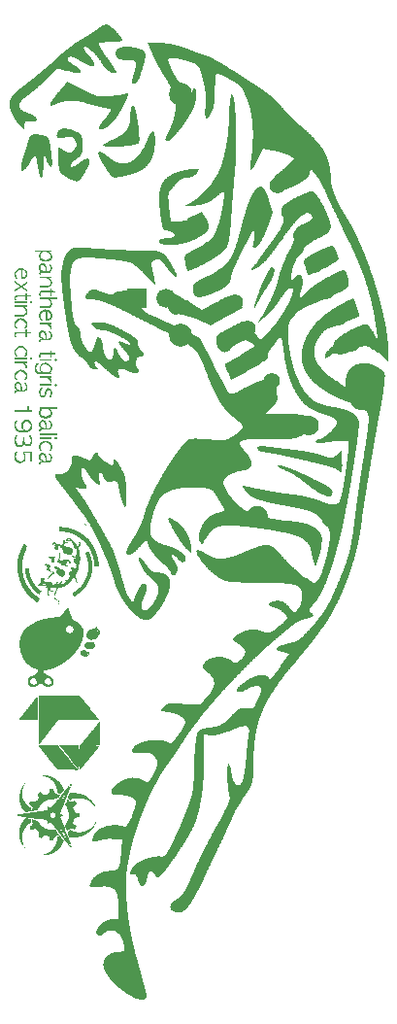
<source format=gtl>
G04 ---------------------------- Layer name :TOP LAYER*
G04 easyEDA 0.1*
G04 Scale: 100 percent, Rotated: No, Reflected: No *
G04 Dimensions in inches *
G04 leading zeros omitted , absolute positions ,2 integer and 4 * 
%FSLAX24Y24*%
%MOIN*%
G90*
G70D02*

%ADD10C,0.010000*%
%ADD12C,0.078740*%
%ADD14R,0.066000X0.066000*%
%ADD15C,0.066000*%
%ADD17C,0.070000*%
%ADD20C,0.055000*%
%ADD22C,0.074000*%

%LPD*%

%LPD*%
G36*
G01X3519Y33950D02*
G01X3519Y33950D01*
G01X3519Y33950D01*
G01X3510Y33941D01*
G01X3499Y33932D01*
G01X3487Y33922D01*
G01X3474Y33912D01*
G01X3461Y33902D01*
G01X3446Y33891D01*
G01X3431Y33880D01*
G01X3415Y33869D01*
G01X3399Y33857D01*
G01X3381Y33845D01*
G01X3363Y33832D01*
G01X3345Y33820D01*
G01X3326Y33807D01*
G01X3306Y33794D01*
G01X3285Y33781D01*
G01X3264Y33767D01*
G01X3243Y33753D01*
G01X3221Y33739D01*
G01X3199Y33726D01*
G01X3177Y33711D01*
G01X3154Y33697D01*
G01X3131Y33683D01*
G01X3107Y33669D01*
G01X3084Y33654D01*
G01X3060Y33640D01*
G01X3036Y33625D01*
G01X3011Y33611D01*
G01X2987Y33597D01*
G01X2963Y33582D01*
G01X2938Y33568D01*
G01X2914Y33554D01*
G01X2889Y33540D01*
G01X2889Y33540D01*
G01X2872Y33529D01*
G01X2853Y33518D01*
G01X2834Y33507D01*
G01X2815Y33495D01*
G01X2796Y33483D01*
G01X2776Y33470D01*
G01X2756Y33457D01*
G01X2736Y33443D01*
G01X2715Y33429D01*
G01X2694Y33415D01*
G01X2673Y33401D01*
G01X2652Y33386D01*
G01X2631Y33371D01*
G01X2609Y33355D01*
G01X2587Y33340D01*
G01X2566Y33324D01*
G01X2544Y33308D01*
G01X2522Y33292D01*
G01X2500Y33275D01*
G01X2478Y33258D01*
G01X2456Y33241D01*
G01X2434Y33225D01*
G01X2413Y33207D01*
G01X2391Y33190D01*
G01X2369Y33173D01*
G01X2348Y33156D01*
G01X2327Y33138D01*
G01X2306Y33121D01*
G01X2285Y33103D01*
G01X2264Y33086D01*
G01X2243Y33068D01*
G01X2223Y33051D01*
G01X2203Y33033D01*
G01X2184Y33016D01*
G01X2164Y32999D01*
G01X2145Y32981D01*
G01X2127Y32964D01*
G01X2109Y32947D01*
G01X2091Y32931D01*
G01X2074Y32914D01*
G01X2057Y32898D01*
G01X2041Y32881D01*
G01X2025Y32865D01*
G01X2009Y32850D01*
G01X2009Y32850D01*
G01X1995Y32837D01*
G01X1981Y32823D01*
G01X1966Y32810D01*
G01X1951Y32796D01*
G01X1935Y32782D01*
G01X1919Y32768D01*
G01X1903Y32753D01*
G01X1886Y32738D01*
G01X1869Y32723D01*
G01X1852Y32708D01*
G01X1835Y32693D01*
G01X1817Y32677D01*
G01X1799Y32661D01*
G01X1781Y32645D01*
G01X1762Y32629D01*
G01X1743Y32613D01*
G01X1724Y32596D01*
G01X1705Y32580D01*
G01X1686Y32563D01*
G01X1666Y32546D01*
G01X1647Y32529D01*
G01X1627Y32512D01*
G01X1607Y32496D01*
G01X1587Y32479D01*
G01X1567Y32462D01*
G01X1547Y32445D01*
G01X1527Y32427D01*
G01X1506Y32410D01*
G01X1486Y32394D01*
G01X1466Y32377D01*
G01X1445Y32360D01*
G01X1425Y32343D01*
G01X1405Y32326D01*
G01X1384Y32309D01*
G01X1364Y32293D01*
G01X1344Y32276D01*
G01X1324Y32260D01*
G01X1304Y32244D01*
G01X1284Y32228D01*
G01X1264Y32212D01*
G01X1244Y32196D01*
G01X1225Y32181D01*
G01X1205Y32166D01*
G01X1186Y32151D01*
G01X1167Y32136D01*
G01X1148Y32121D01*
G01X1129Y32107D01*
G01X1111Y32093D01*
G01X1093Y32079D01*
G01X1075Y32066D01*
G01X1057Y32052D01*
G01X1039Y32040D01*
G01X1039Y32040D01*
G01X1006Y32016D01*
G01X974Y31993D01*
G01X943Y31971D01*
G01X913Y31949D01*
G01X884Y31927D01*
G01X856Y31906D01*
G01X829Y31885D01*
G01X803Y31865D01*
G01X778Y31845D01*
G01X754Y31825D01*
G01X731Y31806D01*
G01X709Y31786D01*
G01X688Y31767D01*
G01X667Y31749D01*
G01X648Y31731D01*
G01X630Y31712D01*
G01X612Y31694D01*
G01X596Y31677D01*
G01X580Y31659D01*
G01X565Y31642D01*
G01X551Y31625D01*
G01X538Y31608D01*
G01X526Y31591D01*
G01X514Y31574D01*
G01X504Y31557D01*
G01X494Y31540D01*
G01X485Y31524D01*
G01X477Y31507D01*
G01X470Y31490D01*
G01X463Y31474D01*
G01X457Y31457D01*
G01X452Y31441D01*
G01X448Y31424D01*
G01X444Y31407D01*
G01X441Y31390D01*
G01X439Y31373D01*
G01X438Y31356D01*
G01X437Y31339D01*
G01X437Y31322D01*
G01X437Y31304D01*
G01X439Y31287D01*
G01X440Y31269D01*
G01X443Y31251D01*
G01X446Y31233D01*
G01X450Y31214D01*
G01X454Y31195D01*
G01X459Y31176D01*
G01X465Y31157D01*
G01X471Y31137D01*
G01X478Y31117D01*
G01X485Y31097D01*
G01X493Y31076D01*
G01X501Y31055D01*
G01X510Y31034D01*
G01X520Y31012D01*
G01X529Y30990D01*
G01X529Y30990D01*
G01X540Y30967D01*
G01X552Y30944D01*
G01X565Y30920D01*
G01X578Y30897D01*
G01X591Y30873D01*
G01X605Y30850D01*
G01X620Y30827D01*
G01X635Y30803D01*
G01X650Y30781D01*
G01X664Y30758D01*
G01X679Y30736D01*
G01X694Y30715D01*
G01X709Y30695D01*
G01X724Y30675D01*
G01X738Y30656D01*
G01X751Y30638D01*
G01X764Y30622D01*
G01X777Y30606D01*
G01X789Y30592D01*
G01X799Y30580D01*
G01X949Y30420D01*
G01X949Y30590D01*
G01X949Y30590D01*
G01X950Y30622D01*
G01X953Y30650D01*
G01X958Y30673D01*
G01X966Y30692D01*
G01X976Y30708D01*
G01X989Y30720D01*
G01X1006Y30728D01*
G01X1027Y30733D01*
G01X1051Y30736D01*
G01X1079Y30736D01*
G01X1112Y30734D01*
G01X1149Y30730D01*
G01X1149Y30730D01*
G01X1178Y30726D01*
G01X1204Y30725D01*
G01X1228Y30724D01*
G01X1250Y30725D01*
G01X1271Y30727D01*
G01X1289Y30730D01*
G01X1306Y30734D01*
G01X1321Y30739D01*
G01X1334Y30745D01*
G01X1345Y30752D01*
G01X1354Y30760D01*
G01X1361Y30768D01*
G01X1367Y30777D01*
G01X1370Y30787D01*
G01X1372Y30797D01*
G01X1372Y30808D01*
G01X1370Y30819D01*
G01X1366Y30831D01*
G01X1361Y30843D01*
G01X1354Y30855D01*
G01X1345Y30868D01*
G01X1334Y30880D01*
G01X1321Y30893D01*
G01X1307Y30905D01*
G01X1291Y30918D01*
G01X1273Y30930D01*
G01X1253Y30943D01*
G01X1232Y30955D01*
G01X1209Y30966D01*
G01X1184Y30978D01*
G01X1158Y30989D01*
G01X1129Y31000D01*
G01X1129Y31000D01*
G01X1102Y31008D01*
G01X1076Y31017D01*
G01X1051Y31026D01*
G01X1027Y31035D01*
G01X1004Y31044D01*
G01X983Y31053D01*
G01X962Y31062D01*
G01X942Y31071D01*
G01X923Y31081D01*
G01X906Y31090D01*
G01X889Y31100D01*
G01X874Y31110D01*
G01X859Y31120D01*
G01X846Y31130D01*
G01X834Y31140D01*
G01X823Y31151D01*
G01X813Y31161D01*
G01X804Y31172D01*
G01X796Y31183D01*
G01X789Y31194D01*
G01X783Y31205D01*
G01X778Y31217D01*
G01X774Y31228D01*
G01X772Y31240D01*
G01X770Y31252D01*
G01X769Y31265D01*
G01X770Y31277D01*
G01X772Y31290D01*
G01X774Y31303D01*
G01X778Y31316D01*
G01X783Y31329D01*
G01X789Y31343D01*
G01X796Y31357D01*
G01X804Y31371D01*
G01X813Y31386D01*
G01X823Y31401D01*
G01X834Y31416D01*
G01X846Y31431D01*
G01X859Y31447D01*
G01X874Y31463D01*
G01X889Y31479D01*
G01X906Y31495D01*
G01X923Y31512D01*
G01X942Y31530D01*
G01X962Y31547D01*
G01X983Y31565D01*
G01X1004Y31583D01*
G01X1027Y31602D01*
G01X1051Y31621D01*
G01X1076Y31640D01*
G01X1102Y31660D01*
G01X1129Y31680D01*
G01X1129Y31680D01*
G01X1146Y31691D01*
G01X1163Y31703D01*
G01X1180Y31716D01*
G01X1198Y31730D01*
G01X1216Y31744D01*
G01X1235Y31758D01*
G01X1255Y31774D01*
G01X1274Y31789D01*
G01X1294Y31805D01*
G01X1314Y31822D01*
G01X1335Y31838D01*
G01X1356Y31856D01*
G01X1376Y31873D01*
G01X1397Y31891D01*
G01X1418Y31909D01*
G01X1439Y31927D01*
G01X1461Y31945D01*
G01X1482Y31964D01*
G01X1503Y31982D01*
G01X1523Y32001D01*
G01X1544Y32020D01*
G01X1565Y32039D01*
G01X1585Y32057D01*
G01X1605Y32076D01*
G01X1624Y32095D01*
G01X1644Y32113D01*
G01X1663Y32131D01*
G01X1681Y32150D01*
G01X1699Y32167D01*
G01X1716Y32185D01*
G01X1733Y32202D01*
G01X1749Y32220D01*
G01X2069Y32570D01*
G01X2379Y32470D01*
G01X2379Y32470D01*
G01X2434Y32456D01*
G01X2483Y32444D01*
G01X2529Y32433D01*
G01X2571Y32424D01*
G01X2610Y32415D01*
G01X2645Y32407D01*
G01X2676Y32401D01*
G01X2705Y32395D01*
G01X2731Y32391D01*
G01X2754Y32388D01*
G01X2774Y32386D01*
G01X2792Y32385D01*
G01X2808Y32384D01*
G01X2822Y32385D01*
G01X2834Y32387D01*
G01X2844Y32390D01*
G01X2853Y32394D01*
G01X2860Y32399D01*
G01X2867Y32405D01*
G01X2873Y32412D01*
G01X2877Y32420D01*
G01X2882Y32429D01*
G01X2886Y32439D01*
G01X2889Y32450D01*
G01X2889Y32450D01*
G01X2888Y32458D01*
G01X2883Y32469D01*
G01X2875Y32482D01*
G01X2864Y32497D01*
G01X2849Y32513D01*
G01X2832Y32531D01*
G01X2812Y32549D01*
G01X2789Y32569D01*
G01X2763Y32589D01*
G01X2734Y32609D01*
G01X2703Y32629D01*
G01X2669Y32650D01*
G01X2669Y32650D01*
G01X2640Y32669D01*
G01X2611Y32689D01*
G01X2583Y32709D01*
G01X2557Y32728D01*
G01X2532Y32746D01*
G01X2509Y32763D01*
G01X2490Y32780D01*
G01X2472Y32795D01*
G01X2459Y32808D01*
G01X2448Y32821D01*
G01X2442Y32831D01*
G01X2439Y32840D01*
G01X2439Y32840D01*
G01X2440Y32855D01*
G01X2442Y32869D01*
G01X2445Y32883D01*
G01X2449Y32894D01*
G01X2455Y32905D01*
G01X2461Y32915D01*
G01X2469Y32923D01*
G01X2478Y32930D01*
G01X2488Y32936D01*
G01X2499Y32941D01*
G01X2512Y32944D01*
G01X2525Y32947D01*
G01X2540Y32947D01*
G01X2556Y32947D01*
G01X2573Y32945D01*
G01X2591Y32942D01*
G01X2610Y32938D01*
G01X2630Y32932D01*
G01X2651Y32925D01*
G01X2673Y32917D01*
G01X2697Y32907D01*
G01X2721Y32896D01*
G01X2747Y32883D01*
G01X2773Y32869D01*
G01X2801Y32854D01*
G01X2829Y32837D01*
G01X2859Y32819D01*
G01X2889Y32800D01*
G01X2889Y32800D01*
G01X2925Y32779D01*
G01X2960Y32760D01*
G01X2994Y32742D01*
G01X3027Y32725D01*
G01X3058Y32709D01*
G01X3089Y32694D01*
G01X3118Y32681D01*
G01X3146Y32668D01*
G01X3172Y32657D01*
G01X3195Y32647D01*
G01X3217Y32639D01*
G01X3237Y32632D01*
G01X3254Y32627D01*
G01X3269Y32623D01*
G01X3280Y32620D01*
G01X3289Y32620D01*
G01X3289Y32620D01*
G01X3304Y32620D01*
G01X3316Y32623D01*
G01X3327Y32628D01*
G01X3335Y32635D01*
G01X3342Y32643D01*
G01X3348Y32652D01*
G01X3351Y32664D01*
G01X3353Y32676D01*
G01X3353Y32690D01*
G01X3352Y32705D01*
G01X3348Y32722D01*
G01X3343Y32740D01*
G01X3336Y32758D01*
G01X3328Y32778D01*
G01X3318Y32798D01*
G01X3306Y32820D01*
G01X3292Y32842D01*
G01X3277Y32864D01*
G01X3260Y32887D01*
G01X3241Y32911D01*
G01X3221Y32935D01*
G01X3199Y32960D01*
G01X3175Y32985D01*
G01X3149Y33010D01*
G01X3149Y33010D01*
G01X3123Y33039D01*
G01X3098Y33068D01*
G01X3075Y33095D01*
G01X3055Y33121D01*
G01X3036Y33146D01*
G01X3021Y33170D01*
G01X3008Y33191D01*
G01X2998Y33211D01*
G01X2991Y33229D01*
G01X2987Y33245D01*
G01X2986Y33258D01*
G01X2989Y33270D01*
G01X2989Y33270D01*
G01X2997Y33276D01*
G01X3005Y33281D01*
G01X3014Y33285D01*
G01X3024Y33286D01*
G01X3035Y33287D01*
G01X3047Y33285D01*
G01X3060Y33283D01*
G01X3073Y33279D01*
G01X3087Y33273D01*
G01X3102Y33267D01*
G01X3118Y33259D01*
G01X3134Y33250D01*
G01X3150Y33239D01*
G01X3167Y33228D01*
G01X3185Y33215D01*
G01X3203Y33202D01*
G01X3221Y33187D01*
G01X3239Y33172D01*
G01X3258Y33156D01*
G01X3277Y33139D01*
G01X3297Y33121D01*
G01X3316Y33102D01*
G01X3336Y33083D01*
G01X3355Y33063D01*
G01X3375Y33042D01*
G01X3395Y33021D01*
G01X3414Y33000D01*
G01X3434Y32977D01*
G01X3453Y32955D01*
G01X3472Y32932D01*
G01X3491Y32909D01*
G01X3509Y32885D01*
G01X3527Y32862D01*
G01X3545Y32838D01*
G01X3563Y32814D01*
G01X3579Y32790D01*
G01X3579Y32790D01*
G01X3595Y32761D01*
G01X3611Y32733D01*
G01X3627Y32706D01*
G01X3644Y32680D01*
G01X3661Y32655D01*
G01X3679Y32631D01*
G01X3697Y32607D01*
G01X3716Y32585D01*
G01X3734Y32564D01*
G01X3753Y32544D01*
G01X3772Y32524D01*
G01X3791Y32506D01*
G01X3810Y32489D01*
G01X3829Y32473D01*
G01X3848Y32458D01*
G01X3867Y32445D01*
G01X3886Y32432D01*
G01X3904Y32421D01*
G01X3922Y32411D01*
G01X3940Y32402D01*
G01X3957Y32394D01*
G01X3974Y32388D01*
G01X3991Y32383D01*
G01X4007Y32379D01*
G01X4022Y32377D01*
G01X4037Y32376D01*
G01X4051Y32376D01*
G01X4065Y32378D01*
G01X4077Y32381D01*
G01X4089Y32386D01*
G01X4100Y32392D01*
G01X4109Y32400D01*
G01X4109Y32400D01*
G01X4111Y32403D01*
G01X4111Y32409D01*
G01X4110Y32416D01*
G01X4107Y32425D01*
G01X4102Y32437D01*
G01X4096Y32450D01*
G01X4089Y32464D01*
G01X4080Y32481D01*
G01X4070Y32498D01*
G01X4059Y32518D01*
G01X4047Y32539D01*
G01X4033Y32561D01*
G01X4019Y32584D01*
G01X4003Y32609D01*
G01X3986Y32635D01*
G01X3969Y32662D01*
G01X3950Y32690D01*
G01X3931Y32719D01*
G01X3911Y32749D01*
G01X3890Y32779D01*
G01X3868Y32811D01*
G01X3846Y32843D01*
G01X3823Y32876D01*
G01X3799Y32910D01*
G01X3799Y32910D01*
G01X3777Y32939D01*
G01X3755Y32969D01*
G01X3734Y32999D01*
G01X3713Y33029D01*
G01X3693Y33058D01*
G01X3674Y33086D01*
G01X3655Y33114D01*
G01X3638Y33142D01*
G01X3621Y33168D01*
G01X3605Y33194D01*
G01X3590Y33219D01*
G01X3576Y33243D01*
G01X3563Y33266D01*
G01X3551Y33288D01*
G01X3541Y33308D01*
G01X3531Y33327D01*
G01X3523Y33345D01*
G01X3517Y33361D01*
G01X3512Y33375D01*
G01X3508Y33388D01*
G01X3506Y33399D01*
G01X3505Y33408D01*
G01X3507Y33415D01*
G01X3509Y33420D01*
G01X3509Y33420D01*
G01X3515Y33421D01*
G01X3524Y33424D01*
G01X3536Y33426D01*
G01X3551Y33428D01*
G01X3569Y33431D01*
G01X3589Y33433D01*
G01X3613Y33436D01*
G01X3638Y33438D01*
G01X3666Y33441D01*
G01X3696Y33443D01*
G01X3728Y33445D01*
G01X3761Y33446D01*
G01X3796Y33448D01*
G01X3833Y33449D01*
G01X3871Y33449D01*
G01X3909Y33450D01*
G01X3909Y33450D01*
G01X3946Y33448D01*
G01X3982Y33448D01*
G01X4017Y33448D01*
G01X4051Y33449D01*
G01X4083Y33451D01*
G01X4113Y33454D01*
G01X4141Y33457D01*
G01X4168Y33461D01*
G01X4193Y33465D01*
G01X4216Y33470D01*
G01X4236Y33476D01*
G01X4254Y33482D01*
G01X4269Y33488D01*
G01X4282Y33495D01*
G01X4292Y33502D01*
G01X4299Y33510D01*
G01X4299Y33510D01*
G01X4303Y33519D01*
G01X4304Y33530D01*
G01X4303Y33542D01*
G01X4299Y33557D01*
G01X4293Y33572D01*
G01X4286Y33588D01*
G01X4276Y33606D01*
G01X4265Y33625D01*
G01X4252Y33644D01*
G01X4238Y33665D01*
G01X4222Y33685D01*
G01X4205Y33707D01*
G01X4187Y33728D01*
G01X4169Y33750D01*
G01X4149Y33772D01*
G01X4128Y33795D01*
G01X4107Y33816D01*
G01X4085Y33838D01*
G01X4063Y33860D01*
G01X4041Y33880D01*
G01X4019Y33901D01*
G01X3996Y33920D01*
G01X3974Y33939D01*
G01X3952Y33957D01*
G01X3930Y33973D01*
G01X3909Y33989D01*
G01X3889Y34003D01*
G01X3869Y34016D01*
G01X3850Y34027D01*
G01X3832Y34036D01*
G01X3815Y34044D01*
G01X3799Y34050D01*
G01X3799Y34050D01*
G01X3783Y34055D01*
G01X3765Y34057D01*
G01X3744Y34056D01*
G01X3722Y34052D01*
G01X3699Y34046D01*
G01X3674Y34037D01*
G01X3649Y34026D01*
G01X3623Y34013D01*
G01X3597Y33999D01*
G01X3571Y33983D01*
G01X3545Y33967D01*
G01X3519Y33950D01*
G37*
G36*
G01X5339Y33050D02*
G01X5339Y33050D01*
G01X5339Y33050D01*
G01X5349Y33030D01*
G01X5359Y33010D01*
G01X5369Y32990D01*
G01X5380Y32968D01*
G01X5391Y32947D01*
G01X5402Y32924D01*
G01X5414Y32901D01*
G01X5426Y32878D01*
G01X5438Y32854D01*
G01X5450Y32830D01*
G01X5463Y32805D01*
G01X5476Y32780D01*
G01X5489Y32755D01*
G01X5502Y32730D01*
G01X5515Y32705D01*
G01X5528Y32680D01*
G01X5542Y32654D01*
G01X5555Y32629D01*
G01X5569Y32604D01*
G01X5582Y32579D01*
G01X5596Y32554D01*
G01X5609Y32529D01*
G01X5623Y32505D01*
G01X5636Y32481D01*
G01X5650Y32458D01*
G01X5663Y32435D01*
G01X5676Y32412D01*
G01X5689Y32391D01*
G01X5702Y32369D01*
G01X5715Y32349D01*
G01X5727Y32329D01*
G01X5739Y32310D01*
G01X5739Y32310D01*
G01X5757Y32284D01*
G01X5773Y32259D01*
G01X5790Y32234D01*
G01X5805Y32209D01*
G01X5821Y32185D01*
G01X5836Y32160D01*
G01X5851Y32136D01*
G01X5865Y32112D01*
G01X5879Y32088D01*
G01X5893Y32064D01*
G01X5906Y32041D01*
G01X5919Y32017D01*
G01X5932Y31994D01*
G01X5944Y31971D01*
G01X5955Y31948D01*
G01X5967Y31925D01*
G01X5978Y31903D01*
G01X5989Y31880D01*
G01X5999Y31858D01*
G01X6009Y31835D01*
G01X6018Y31813D01*
G01X6027Y31791D01*
G01X6036Y31769D01*
G01X6045Y31747D01*
G01X6053Y31725D01*
G01X6060Y31704D01*
G01X6068Y31682D01*
G01X6075Y31660D01*
G01X6081Y31639D01*
G01X6088Y31617D01*
G01X6094Y31596D01*
G01X6099Y31574D01*
G01X6104Y31553D01*
G01X6109Y31532D01*
G01X6114Y31511D01*
G01X6118Y31489D01*
G01X6122Y31468D01*
G01X6125Y31447D01*
G01X6128Y31426D01*
G01X6131Y31405D01*
G01X6133Y31383D01*
G01X6135Y31362D01*
G01X6137Y31341D01*
G01X6138Y31320D01*
G01X6139Y31298D01*
G01X6140Y31277D01*
G01X6140Y31256D01*
G01X6140Y31235D01*
G01X6139Y31213D01*
G01X6139Y31192D01*
G01X6137Y31170D01*
G01X6136Y31149D01*
G01X6134Y31127D01*
G01X6132Y31105D01*
G01X6130Y31084D01*
G01X6127Y31062D01*
G01X6124Y31040D01*
G01X6120Y31018D01*
G01X6116Y30996D01*
G01X6112Y30974D01*
G01X6108Y30951D01*
G01X6103Y30929D01*
G01X6098Y30906D01*
G01X6092Y30884D01*
G01X6086Y30861D01*
G01X6080Y30838D01*
G01X6074Y30815D01*
G01X6067Y30792D01*
G01X6060Y30768D01*
G01X6052Y30745D01*
G01X6044Y30721D01*
G01X6036Y30697D01*
G01X6028Y30673D01*
G01X6019Y30649D01*
G01X6010Y30624D01*
G01X6000Y30600D01*
G01X5991Y30575D01*
G01X5981Y30550D01*
G01X5970Y30525D01*
G01X5959Y30500D01*
G01X5959Y30500D01*
G01X5934Y30450D01*
G01X5911Y30405D01*
G01X5890Y30363D01*
G01X5872Y30325D01*
G01X5855Y30290D01*
G01X5840Y30258D01*
G01X5828Y30229D01*
G01X5817Y30203D01*
G01X5808Y30180D01*
G01X5801Y30160D01*
G01X5796Y30142D01*
G01X5793Y30126D01*
G01X5792Y30112D01*
G01X5792Y30100D01*
G01X5795Y30091D01*
G01X5799Y30082D01*
G01X5804Y30076D01*
G01X5812Y30071D01*
G01X5821Y30067D01*
G01X5831Y30064D01*
G01X5844Y30062D01*
G01X5857Y30060D01*
G01X5873Y30060D01*
G01X5889Y30060D01*
G01X5889Y30060D01*
G01X5896Y30060D01*
G01X5903Y30062D01*
G01X5911Y30065D01*
G01X5920Y30070D01*
G01X5930Y30075D01*
G01X5940Y30082D01*
G01X5951Y30090D01*
G01X5962Y30099D01*
G01X5975Y30109D01*
G01X5987Y30121D01*
G01X6001Y30133D01*
G01X6015Y30146D01*
G01X6029Y30160D01*
G01X6044Y30175D01*
G01X6059Y30190D01*
G01X6075Y30207D01*
G01X6091Y30224D01*
G01X6108Y30243D01*
G01X6125Y30261D01*
G01X6142Y30281D01*
G01X6160Y30301D01*
G01X6177Y30322D01*
G01X6195Y30343D01*
G01X6214Y30365D01*
G01X6232Y30388D01*
G01X6251Y30411D01*
G01X6269Y30434D01*
G01X6288Y30458D01*
G01X6307Y30482D01*
G01X6326Y30507D01*
G01X6345Y30532D01*
G01X6363Y30557D01*
G01X6382Y30583D01*
G01X6401Y30608D01*
G01X6420Y30634D01*
G01X6438Y30660D01*
G01X6456Y30686D01*
G01X6475Y30712D01*
G01X6493Y30738D01*
G01X6510Y30765D01*
G01X6528Y30791D01*
G01X6545Y30817D01*
G01X6562Y30843D01*
G01X6578Y30869D01*
G01X6594Y30895D01*
G01X6610Y30920D01*
G01X6625Y30946D01*
G01X6640Y30971D01*
G01X6654Y30996D01*
G01X6667Y31020D01*
G01X6681Y31044D01*
G01X6693Y31068D01*
G01X6705Y31091D01*
G01X6717Y31114D01*
G01X6727Y31136D01*
G01X6737Y31158D01*
G01X6746Y31180D01*
G01X6755Y31200D01*
G01X6763Y31220D01*
G01X6769Y31240D01*
G01X6769Y31240D01*
G01X6780Y31268D01*
G01X6790Y31296D01*
G01X6799Y31325D01*
G01X6807Y31354D01*
G01X6815Y31383D01*
G01X6822Y31412D01*
G01X6829Y31441D01*
G01X6835Y31470D01*
G01X6840Y31498D01*
G01X6844Y31526D01*
G01X6848Y31554D01*
G01X6851Y31582D01*
G01X6853Y31608D01*
G01X6854Y31635D01*
G01X6855Y31660D01*
G01X6855Y31684D01*
G01X6854Y31708D01*
G01X6853Y31730D01*
G01X6850Y31752D01*
G01X6847Y31772D01*
G01X6843Y31791D01*
G01X6838Y31808D01*
G01X6832Y31824D01*
G01X6825Y31839D01*
G01X6818Y31852D01*
G01X6809Y31863D01*
G01X6800Y31872D01*
G01X6789Y31880D01*
G01X6789Y31880D01*
G01X6785Y31883D01*
G01X6781Y31883D01*
G01X6775Y31880D01*
G01X6769Y31874D01*
G01X6762Y31864D01*
G01X6755Y31852D01*
G01X6747Y31837D01*
G01X6738Y31820D01*
G01X6729Y31800D01*
G01X6719Y31778D01*
G01X6709Y31754D01*
G01X6698Y31728D01*
G01X6687Y31700D01*
G01X6675Y31671D01*
G01X6662Y31641D01*
G01X6649Y31610D01*
G01X6649Y31610D01*
G01X6637Y31578D01*
G01X6624Y31548D01*
G01X6611Y31521D01*
G01X6599Y31495D01*
G01X6588Y31472D01*
G01X6576Y31450D01*
G01X6565Y31431D01*
G01X6554Y31414D01*
G01X6544Y31399D01*
G01X6534Y31386D01*
G01X6524Y31375D01*
G01X6515Y31366D01*
G01X6506Y31359D01*
G01X6497Y31354D01*
G01X6489Y31352D01*
G01X6481Y31351D01*
G01X6473Y31352D01*
G01X6466Y31355D01*
G01X6459Y31361D01*
G01X6453Y31368D01*
G01X6447Y31377D01*
G01X6441Y31388D01*
G01X6436Y31402D01*
G01X6432Y31417D01*
G01X6427Y31434D01*
G01X6423Y31453D01*
G01X6420Y31474D01*
G01X6417Y31498D01*
G01X6414Y31523D01*
G01X6412Y31550D01*
G01X6411Y31579D01*
G01X6409Y31610D01*
G01X6409Y31610D01*
G01X6409Y31617D01*
G01X6407Y31626D01*
G01X6405Y31637D01*
G01X6401Y31650D01*
G01X6397Y31664D01*
G01X6392Y31680D01*
G01X6386Y31697D01*
G01X6379Y31715D01*
G01X6371Y31735D01*
G01X6363Y31756D01*
G01X6354Y31778D01*
G01X6345Y31802D01*
G01X6335Y31826D01*
G01X6324Y31851D01*
G01X6314Y31877D01*
G01X6302Y31903D01*
G01X6290Y31930D01*
G01X6278Y31958D01*
G01X6266Y31986D01*
G01X6254Y32015D01*
G01X6241Y32044D01*
G01X6228Y32073D01*
G01X6215Y32103D01*
G01X6202Y32132D01*
G01X6189Y32162D01*
G01X6175Y32191D01*
G01X6162Y32220D01*
G01X6149Y32250D01*
G01X6149Y32250D01*
G01X6133Y32280D01*
G01X6116Y32311D01*
G01X6100Y32341D01*
G01X6085Y32371D01*
G01X6070Y32401D01*
G01X6055Y32430D01*
G01X6041Y32459D01*
G01X6028Y32487D01*
G01X6015Y32514D01*
G01X6003Y32541D01*
G01X5991Y32566D01*
G01X5980Y32592D01*
G01X5969Y32616D01*
G01X5959Y32640D01*
G01X5950Y32662D01*
G01X5941Y32684D01*
G01X5933Y32704D01*
G01X5926Y32724D01*
G01X5919Y32742D01*
G01X5913Y32759D01*
G01X5908Y32775D01*
G01X5903Y32790D01*
G01X5899Y32804D01*
G01X5895Y32816D01*
G01X5893Y32826D01*
G01X5891Y32836D01*
G01X5890Y32843D01*
G01X5889Y32850D01*
G01X5889Y32850D01*
G01X5890Y32858D01*
G01X5893Y32866D01*
G01X5897Y32873D01*
G01X5902Y32879D01*
G01X5909Y32885D01*
G01X5917Y32890D01*
G01X5926Y32894D01*
G01X5937Y32898D01*
G01X5949Y32901D01*
G01X5963Y32903D01*
G01X5977Y32904D01*
G01X5993Y32905D01*
G01X6010Y32906D01*
G01X6027Y32906D01*
G01X6046Y32905D01*
G01X6066Y32904D01*
G01X6086Y32902D01*
G01X6108Y32899D01*
G01X6130Y32897D01*
G01X6153Y32893D01*
G01X6177Y32889D01*
G01X6202Y32885D01*
G01X6227Y32881D01*
G01X6252Y32875D01*
G01X6279Y32870D01*
G01X6305Y32864D01*
G01X6333Y32858D01*
G01X6360Y32851D01*
G01X6388Y32844D01*
G01X6417Y32837D01*
G01X6446Y32829D01*
G01X6474Y32821D01*
G01X6504Y32813D01*
G01X6533Y32805D01*
G01X6562Y32796D01*
G01X6592Y32787D01*
G01X6621Y32778D01*
G01X6651Y32769D01*
G01X6680Y32759D01*
G01X6709Y32750D01*
G01X6709Y32750D01*
G01X6733Y32739D01*
G01X6756Y32729D01*
G01X6777Y32719D01*
G01X6797Y32710D01*
G01X6815Y32700D01*
G01X6832Y32690D01*
G01X6849Y32680D01*
G01X6864Y32670D01*
G01X6878Y32660D01*
G01X6892Y32648D01*
G01X6904Y32636D01*
G01X6916Y32623D01*
G01X6928Y32609D01*
G01X6938Y32595D01*
G01X6948Y32578D01*
G01X6958Y32561D01*
G01X6968Y32542D01*
G01X6977Y32521D01*
G01X6986Y32499D01*
G01X6995Y32475D01*
G01X7003Y32449D01*
G01X7012Y32420D01*
G01X7021Y32390D01*
G01X7030Y32357D01*
G01X7039Y32322D01*
G01X7049Y32284D01*
G01X7059Y32243D01*
G01X7069Y32200D01*
G01X7069Y32200D01*
G01X7078Y32172D01*
G01X7085Y32145D01*
G01X7093Y32119D01*
G01X7100Y32092D01*
G01X7107Y32066D01*
G01X7113Y32040D01*
G01X7119Y32015D01*
G01X7125Y31990D01*
G01X7130Y31965D01*
G01X7135Y31940D01*
G01X7140Y31915D01*
G01X7144Y31890D01*
G01X7148Y31866D01*
G01X7152Y31841D01*
G01X7156Y31817D01*
G01X7159Y31793D01*
G01X7162Y31769D01*
G01X7164Y31745D01*
G01X7167Y31720D01*
G01X7169Y31696D01*
G01X7171Y31672D01*
G01X7172Y31648D01*
G01X7174Y31623D01*
G01X7175Y31599D01*
G01X7175Y31574D01*
G01X7176Y31549D01*
G01X7176Y31525D01*
G01X7176Y31499D01*
G01X7176Y31474D01*
G01X7176Y31449D01*
G01X7175Y31423D01*
G01X7175Y31397D01*
G01X7174Y31370D01*
G01X7172Y31344D01*
G01X7171Y31317D01*
G01X7169Y31290D01*
G01X7169Y31290D01*
G01X7167Y31253D01*
G01X7164Y31218D01*
G01X7162Y31184D01*
G01X7161Y31152D01*
G01X7159Y31121D01*
G01X7158Y31092D01*
G01X7158Y31065D01*
G01X7158Y31039D01*
G01X7158Y31014D01*
G01X7158Y30991D01*
G01X7159Y30970D01*
G01X7161Y30950D01*
G01X7163Y30932D01*
G01X7165Y30915D01*
G01X7167Y30899D01*
G01X7170Y30886D01*
G01X7173Y30873D01*
G01X7177Y30863D01*
G01X7181Y30853D01*
G01X7186Y30846D01*
G01X7191Y30840D01*
G01X7196Y30835D01*
G01X7202Y30832D01*
G01X7208Y30830D01*
G01X7214Y30830D01*
G01X7221Y30831D01*
G01X7228Y30834D01*
G01X7236Y30839D01*
G01X7244Y30845D01*
G01X7252Y30852D01*
G01X7261Y30861D01*
G01X7271Y30872D01*
G01X7280Y30884D01*
G01X7290Y30897D01*
G01X7301Y30912D01*
G01X7312Y30929D01*
G01X7323Y30947D01*
G01X7335Y30966D01*
G01X7347Y30987D01*
G01X7359Y31010D01*
G01X7359Y31010D01*
G01X7367Y31022D01*
G01X7374Y31035D01*
G01X7381Y31049D01*
G01X7388Y31063D01*
G01X7395Y31078D01*
G01X7401Y31094D01*
G01X7407Y31110D01*
G01X7414Y31127D01*
G01X7419Y31144D01*
G01X7425Y31162D01*
G01X7431Y31181D01*
G01X7436Y31201D01*
G01X7441Y31221D01*
G01X7446Y31242D01*
G01X7450Y31263D01*
G01X7454Y31286D01*
G01X7459Y31309D01*
G01X7462Y31333D01*
G01X7466Y31357D01*
G01X7469Y31383D01*
G01X7473Y31409D01*
G01X7475Y31436D01*
G01X7478Y31463D01*
G01X7480Y31492D01*
G01X7483Y31521D01*
G01X7484Y31551D01*
G01X7486Y31582D01*
G01X7487Y31614D01*
G01X7488Y31647D01*
G01X7489Y31680D01*
G01X7489Y31714D01*
G01X7489Y31750D01*
G01X7489Y31750D01*
G01X7490Y31788D01*
G01X7490Y31826D01*
G01X7491Y31864D01*
G01X7492Y31901D01*
G01X7493Y31937D01*
G01X7494Y31973D01*
G01X7496Y32007D01*
G01X7498Y32041D01*
G01X7500Y32073D01*
G01X7502Y32105D01*
G01X7505Y32135D01*
G01X7507Y32163D01*
G01X7510Y32190D01*
G01X7512Y32216D01*
G01X7515Y32239D01*
G01X7518Y32261D01*
G01X7520Y32281D01*
G01X7523Y32299D01*
G01X7526Y32315D01*
G01X7529Y32329D01*
G01X7532Y32340D01*
G01X7534Y32349D01*
G01X7537Y32356D01*
G01X7539Y32360D01*
G01X7539Y32360D01*
G01X7542Y32364D01*
G01X7546Y32367D01*
G01X7553Y32369D01*
G01X7562Y32369D01*
G01X7572Y32368D01*
G01X7585Y32366D01*
G01X7599Y32363D01*
G01X7615Y32359D01*
G01X7632Y32354D01*
G01X7651Y32348D01*
G01X7672Y32340D01*
G01X7693Y32332D01*
G01X7716Y32323D01*
G01X7740Y32313D01*
G01X7765Y32302D01*
G01X7791Y32290D01*
G01X7817Y32277D01*
G01X7845Y32264D01*
G01X7873Y32250D01*
G01X7901Y32235D01*
G01X7930Y32220D01*
G01X7960Y32203D01*
G01X7990Y32187D01*
G01X8019Y32170D01*
G01X8019Y32170D01*
G01X8050Y32153D01*
G01X8078Y32137D01*
G01X8106Y32122D01*
G01X8132Y32106D01*
G01X8157Y32092D01*
G01X8180Y32077D01*
G01X8203Y32063D01*
G01X8224Y32048D01*
G01X8245Y32034D01*
G01X8264Y32020D01*
G01X8283Y32006D01*
G01X8300Y31992D01*
G01X8317Y31978D01*
G01X8333Y31964D01*
G01X8348Y31950D01*
G01X8362Y31936D01*
G01X8376Y31921D01*
G01X8389Y31906D01*
G01X8402Y31890D01*
G01X8414Y31875D01*
G01X8426Y31858D01*
G01X8437Y31842D01*
G01X8448Y31824D01*
G01X8459Y31807D01*
G01X8469Y31788D01*
G01X8479Y31769D01*
G01X8489Y31749D01*
G01X8499Y31728D01*
G01X8509Y31707D01*
G01X8519Y31685D01*
G01X8528Y31661D01*
G01X8538Y31637D01*
G01X8548Y31612D01*
G01X8558Y31585D01*
G01X8569Y31558D01*
G01X8579Y31530D01*
G01X8579Y31530D01*
G01X8588Y31511D01*
G01X8596Y31492D01*
G01X8603Y31472D01*
G01X8611Y31453D01*
G01X8619Y31434D01*
G01X8626Y31414D01*
G01X8633Y31394D01*
G01X8640Y31374D01*
G01X8647Y31354D01*
G01X8654Y31333D01*
G01X8660Y31313D01*
G01X8667Y31292D01*
G01X8673Y31271D01*
G01X8679Y31250D01*
G01X8685Y31229D01*
G01X8690Y31208D01*
G01X8696Y31187D01*
G01X8701Y31165D01*
G01X8707Y31143D01*
G01X8712Y31122D01*
G01X8717Y31100D01*
G01X8721Y31077D01*
G01X8726Y31055D01*
G01X8731Y31033D01*
G01X8735Y31010D01*
G01X8739Y30988D01*
G01X8743Y30965D01*
G01X8747Y30942D01*
G01X8751Y30919D01*
G01X8754Y30896D01*
G01X8758Y30873D01*
G01X8761Y30849D01*
G01X8764Y30826D01*
G01X8767Y30802D01*
G01X8770Y30778D01*
G01X8773Y30755D01*
G01X8775Y30731D01*
G01X8778Y30707D01*
G01X8780Y30682D01*
G01X8782Y30658D01*
G01X8784Y30634D01*
G01X8786Y30610D01*
G01X8788Y30585D01*
G01X8789Y30560D01*
G01X8791Y30536D01*
G01X8792Y30511D01*
G01X8793Y30486D01*
G01X8794Y30461D01*
G01X8795Y30436D01*
G01X8796Y30411D01*
G01X8796Y30386D01*
G01X8797Y30360D01*
G01X8797Y30335D01*
G01X8797Y30310D01*
G01X8798Y30284D01*
G01X8797Y30259D01*
G01X8797Y30233D01*
G01X8797Y30207D01*
G01X8797Y30181D01*
G01X8796Y30156D01*
G01X8795Y30130D01*
G01X8795Y30104D01*
G01X8794Y30078D01*
G01X8793Y30052D01*
G01X8791Y30026D01*
G01X8790Y30000D01*
G01X8789Y29973D01*
G01X8787Y29947D01*
G01X8786Y29921D01*
G01X8784Y29894D01*
G01X8782Y29868D01*
G01X8780Y29842D01*
G01X8778Y29815D01*
G01X8775Y29789D01*
G01X8773Y29762D01*
G01X8771Y29736D01*
G01X8768Y29709D01*
G01X8765Y29683D01*
G01X8762Y29656D01*
G01X8759Y29630D01*
G01X8759Y29630D01*
G01X8755Y29591D01*
G01X8750Y29553D01*
G01X8745Y29516D01*
G01X8741Y29480D01*
G01X8736Y29445D01*
G01X8732Y29411D01*
G01X8728Y29378D01*
G01X8724Y29345D01*
G01X8721Y29315D01*
G01X8718Y29285D01*
G01X8715Y29256D01*
G01X8712Y29230D01*
G01X8710Y29204D01*
G01X8708Y29180D01*
G01X8706Y29158D01*
G01X8705Y29137D01*
G01X8704Y29118D01*
G01X8703Y29101D01*
G01X8703Y29085D01*
G01X8703Y29072D01*
G01X8704Y29061D01*
G01X8706Y29052D01*
G01X8707Y29044D01*
G01X8709Y29040D01*
G01X8709Y29040D01*
G01X8713Y29038D01*
G01X8718Y29039D01*
G01X8724Y29042D01*
G01X8731Y29047D01*
G01X8740Y29055D01*
G01X8749Y29065D01*
G01X8759Y29077D01*
G01X8770Y29091D01*
G01X8782Y29108D01*
G01X8794Y29126D01*
G01X8808Y29146D01*
G01X8821Y29168D01*
G01X8835Y29191D01*
G01X8849Y29217D01*
G01X8864Y29243D01*
G01X8879Y29272D01*
G01X8894Y29302D01*
G01X8909Y29333D01*
G01X8924Y29366D01*
G01X8939Y29400D01*
G01X9139Y29790D01*
G01X9459Y29740D01*
G01X9459Y29740D01*
G01X9484Y29735D01*
G01X9510Y29729D01*
G01X9537Y29724D01*
G01X9564Y29717D01*
G01X9593Y29710D01*
G01X9622Y29703D01*
G01X9651Y29696D01*
G01X9680Y29688D01*
G01X9709Y29680D01*
G01X9738Y29672D01*
G01X9767Y29664D01*
G01X9795Y29655D01*
G01X9822Y29647D01*
G01X9849Y29638D01*
G01X9874Y29630D01*
G01X9899Y29621D01*
G01X9921Y29613D01*
G01X9943Y29605D01*
G01X9962Y29597D01*
G01X9979Y29590D01*
G01X10199Y29460D01*
G01X10049Y29290D01*
G01X10049Y29290D01*
G01X10034Y29274D01*
G01X10018Y29258D01*
G01X10001Y29241D01*
G01X9983Y29224D01*
G01X9964Y29207D01*
G01X9945Y29189D01*
G01X9926Y29170D01*
G01X9906Y29152D01*
G01X9885Y29133D01*
G01X9864Y29115D01*
G01X9843Y29096D01*
G01X9822Y29077D01*
G01X9800Y29059D01*
G01X9779Y29040D01*
G01X9757Y29022D01*
G01X9735Y29005D01*
G01X9714Y28988D01*
G01X9692Y28971D01*
G01X9671Y28955D01*
G01X9649Y28940D01*
G01X9649Y28940D01*
G01X9621Y28912D01*
G01X9595Y28887D01*
G01X9573Y28864D01*
G01X9553Y28843D01*
G01X9535Y28823D01*
G01X9520Y28804D01*
G01X9508Y28786D01*
G01X9498Y28768D01*
G01X9490Y28751D01*
G01X9484Y28733D01*
G01X9481Y28715D01*
G01X9480Y28697D01*
G01X9480Y28677D01*
G01X9482Y28657D01*
G01X9486Y28634D01*
G01X9492Y28610D01*
G01X9499Y28584D01*
G01X9508Y28555D01*
G01X9518Y28524D01*
G01X9529Y28490D01*
G01X9529Y28490D01*
G01X9548Y28449D01*
G01X9565Y28410D01*
G01X9580Y28375D01*
G01X9594Y28343D01*
G01X9607Y28317D01*
G01X9617Y28297D01*
G01X9624Y28284D01*
G01X9629Y28280D01*
G01X9629Y28280D01*
G01X9633Y28280D01*
G01X9639Y28282D01*
G01X9648Y28284D01*
G01X9658Y28287D01*
G01X9671Y28292D01*
G01X9686Y28297D01*
G01X9703Y28303D01*
G01X9721Y28310D01*
G01X9741Y28317D01*
G01X9763Y28326D01*
G01X9786Y28335D01*
G01X9811Y28345D01*
G01X9837Y28355D01*
G01X9864Y28366D01*
G01X9892Y28377D01*
G01X9921Y28389D01*
G01X9951Y28402D01*
G01X9982Y28415D01*
G01X10014Y28428D01*
G01X10046Y28442D01*
G01X10079Y28456D01*
G01X10112Y28470D01*
G01X10146Y28485D01*
G01X10179Y28500D01*
G01X10179Y28500D01*
G01X10217Y28517D01*
G01X10253Y28534D01*
G01X10287Y28551D01*
G01X10319Y28567D01*
G01X10350Y28583D01*
G01X10379Y28598D01*
G01X10407Y28613D01*
G01X10433Y28627D01*
G01X10458Y28642D01*
G01X10481Y28656D01*
G01X10503Y28669D01*
G01X10524Y28683D01*
G01X10543Y28696D01*
G01X10561Y28709D01*
G01X10578Y28722D01*
G01X10594Y28735D01*
G01X10609Y28747D01*
G01X10623Y28760D01*
G01X10636Y28772D01*
G01X10648Y28784D01*
G01X10660Y28797D01*
G01X10670Y28809D01*
G01X10680Y28822D01*
G01X10689Y28834D01*
G01X10697Y28847D01*
G01X10704Y28859D01*
G01X10711Y28872D01*
G01X10718Y28885D01*
G01X10724Y28899D01*
G01X10729Y28912D01*
G01X10735Y28926D01*
G01X10739Y28940D01*
G01X10769Y29110D01*
G01X10949Y28900D01*
G01X10949Y28900D01*
G01X10958Y28891D01*
G01X10966Y28881D01*
G01X10975Y28871D01*
G01X10984Y28860D01*
G01X10994Y28848D01*
G01X11003Y28835D01*
G01X11013Y28822D01*
G01X11023Y28808D01*
G01X11033Y28793D01*
G01X11044Y28777D01*
G01X11054Y28761D01*
G01X11065Y28744D01*
G01X11076Y28727D01*
G01X11087Y28709D01*
G01X11098Y28690D01*
G01X11109Y28671D01*
G01X11121Y28651D01*
G01X11132Y28630D01*
G01X11144Y28609D01*
G01X11156Y28588D01*
G01X11168Y28566D01*
G01X11179Y28543D01*
G01X11191Y28520D01*
G01X11203Y28497D01*
G01X11216Y28473D01*
G01X11228Y28449D01*
G01X11240Y28425D01*
G01X11252Y28400D01*
G01X11264Y28375D01*
G01X11276Y28349D01*
G01X11288Y28323D01*
G01X11300Y28297D01*
G01X11312Y28271D01*
G01X11324Y28244D01*
G01X11336Y28218D01*
G01X11348Y28191D01*
G01X11360Y28163D01*
G01X11372Y28136D01*
G01X11383Y28108D01*
G01X11395Y28081D01*
G01X11406Y28053D01*
G01X11417Y28025D01*
G01X11429Y27997D01*
G01X11439Y27970D01*
G01X11439Y27970D01*
G01X11452Y27946D01*
G01X11465Y27921D01*
G01X11477Y27897D01*
G01X11490Y27872D01*
G01X11503Y27847D01*
G01X11516Y27822D01*
G01X11528Y27796D01*
G01X11541Y27771D01*
G01X11554Y27745D01*
G01X11567Y27719D01*
G01X11580Y27693D01*
G01X11592Y27667D01*
G01X11605Y27641D01*
G01X11618Y27615D01*
G01X11631Y27588D01*
G01X11643Y27562D01*
G01X11656Y27536D01*
G01X11668Y27510D01*
G01X11681Y27484D01*
G01X11693Y27458D01*
G01X11705Y27432D01*
G01X11717Y27406D01*
G01X11729Y27381D01*
G01X11741Y27356D01*
G01X11752Y27331D01*
G01X11764Y27306D01*
G01X11775Y27281D01*
G01X11786Y27257D01*
G01X11797Y27233D01*
G01X11808Y27210D01*
G01X11819Y27186D01*
G01X11829Y27164D01*
G01X11839Y27141D01*
G01X11849Y27119D01*
G01X11859Y27098D01*
G01X11868Y27077D01*
G01X11878Y27056D01*
G01X11887Y27036D01*
G01X11895Y27016D01*
G01X11904Y26998D01*
G01X11912Y26979D01*
G01X11920Y26961D01*
G01X11927Y26944D01*
G01X11934Y26928D01*
G01X11941Y26912D01*
G01X11948Y26897D01*
G01X11954Y26883D01*
G01X11959Y26870D01*
G01X11959Y26870D01*
G01X11972Y26847D01*
G01X11985Y26824D01*
G01X11997Y26801D01*
G01X12009Y26777D01*
G01X12022Y26754D01*
G01X12034Y26731D01*
G01X12046Y26708D01*
G01X12058Y26685D01*
G01X12070Y26662D01*
G01X12082Y26639D01*
G01X12094Y26616D01*
G01X12105Y26593D01*
G01X12117Y26570D01*
G01X12129Y26547D01*
G01X12140Y26523D01*
G01X12152Y26500D01*
G01X12163Y26477D01*
G01X12175Y26454D01*
G01X12186Y26431D01*
G01X12197Y26408D01*
G01X12208Y26384D01*
G01X12219Y26361D01*
G01X12230Y26338D01*
G01X12241Y26315D01*
G01X12252Y26291D01*
G01X12263Y26268D01*
G01X12274Y26245D01*
G01X12284Y26221D01*
G01X12295Y26198D01*
G01X12305Y26175D01*
G01X12316Y26152D01*
G01X12326Y26128D01*
G01X12337Y26105D01*
G01X12347Y26081D01*
G01X12357Y26058D01*
G01X12367Y26035D01*
G01X12377Y26011D01*
G01X12387Y25988D01*
G01X12397Y25965D01*
G01X12407Y25941D01*
G01X12417Y25918D01*
G01X12426Y25894D01*
G01X12436Y25871D01*
G01X12445Y25847D01*
G01X12455Y25824D01*
G01X12464Y25800D01*
G01X12474Y25777D01*
G01X12483Y25753D01*
G01X12492Y25730D01*
G01X12501Y25706D01*
G01X12510Y25683D01*
G01X12519Y25659D01*
G01X12528Y25636D01*
G01X12537Y25612D01*
G01X12546Y25589D01*
G01X12555Y25565D01*
G01X12563Y25541D01*
G01X12572Y25518D01*
G01X12581Y25494D01*
G01X12589Y25471D01*
G01X12597Y25447D01*
G01X12606Y25423D01*
G01X12614Y25400D01*
G01X12622Y25376D01*
G01X12630Y25352D01*
G01X12638Y25329D01*
G01X12646Y25305D01*
G01X12654Y25281D01*
G01X12662Y25257D01*
G01X12670Y25234D01*
G01X12678Y25210D01*
G01X12685Y25186D01*
G01X12693Y25163D01*
G01X12700Y25139D01*
G01X12708Y25115D01*
G01X12715Y25091D01*
G01X12722Y25067D01*
G01X12730Y25044D01*
G01X12737Y25020D01*
G01X12744Y24996D01*
G01X12751Y24972D01*
G01X12758Y24948D01*
G01X12765Y24925D01*
G01X12772Y24901D01*
G01X12778Y24877D01*
G01X12785Y24853D01*
G01X12792Y24829D01*
G01X12798Y24805D01*
G01X12805Y24781D01*
G01X12811Y24757D01*
G01X12817Y24733D01*
G01X12824Y24710D01*
G01X12830Y24686D01*
G01X12836Y24662D01*
G01X12842Y24638D01*
G01X12848Y24614D01*
G01X12854Y24590D01*
G01X12860Y24566D01*
G01X12866Y24542D01*
G01X12872Y24518D01*
G01X12877Y24494D01*
G01X12883Y24470D01*
G01X12888Y24446D01*
G01X12894Y24422D01*
G01X12899Y24398D01*
G01X12905Y24374D01*
G01X12910Y24350D01*
G01X12915Y24326D01*
G01X12920Y24302D01*
G01X12925Y24277D01*
G01X12930Y24253D01*
G01X12935Y24229D01*
G01X12940Y24205D01*
G01X12945Y24181D01*
G01X12950Y24157D01*
G01X12954Y24133D01*
G01X12959Y24109D01*
G01X12964Y24085D01*
G01X12968Y24060D01*
G01X12973Y24036D01*
G01X12977Y24012D01*
G01X12981Y23988D01*
G01X12985Y23964D01*
G01X12989Y23940D01*
G01X12989Y23940D01*
G01X12995Y23903D01*
G01X13000Y23867D01*
G01X13005Y23832D01*
G01X13010Y23796D01*
G01X13015Y23762D01*
G01X13020Y23728D01*
G01X13025Y23694D01*
G01X13029Y23662D01*
G01X13034Y23630D01*
G01X13038Y23599D01*
G01X13042Y23569D01*
G01X13046Y23540D01*
G01X13050Y23512D01*
G01X13053Y23486D01*
G01X13057Y23460D01*
G01X13060Y23436D01*
G01X13063Y23414D01*
G01X13066Y23393D01*
G01X13068Y23373D01*
G01X13070Y23355D01*
G01X13072Y23339D01*
G01X13074Y23325D01*
G01X13076Y23312D01*
G01X13077Y23301D01*
G01X13078Y23293D01*
G01X13079Y23286D01*
G01X13079Y23282D01*
G01X13079Y23280D01*
G01X13079Y23280D01*
G01X13071Y23277D01*
G01X13061Y23281D01*
G01X13050Y23289D01*
G01X13038Y23301D01*
G01X13025Y23318D01*
G01X13012Y23338D01*
G01X12998Y23362D01*
G01X12984Y23388D01*
G01X12970Y23416D01*
G01X12956Y23446D01*
G01X12942Y23477D01*
G01X12929Y23510D01*
G01X12929Y23510D01*
G01X12912Y23537D01*
G01X12895Y23564D01*
G01X12877Y23589D01*
G01X12860Y23613D01*
G01X12843Y23636D01*
G01X12826Y23658D01*
G01X12809Y23678D01*
G01X12793Y23696D01*
G01X12778Y23712D01*
G01X12764Y23727D01*
G01X12751Y23739D01*
G01X12740Y23750D01*
G01X12730Y23758D01*
G01X12721Y23764D01*
G01X12714Y23768D01*
G01X12709Y23770D01*
G01X12709Y23770D01*
G01X12694Y23769D01*
G01X12678Y23768D01*
G01X12660Y23766D01*
G01X12642Y23763D01*
G01X12623Y23759D01*
G01X12603Y23755D01*
G01X12582Y23749D01*
G01X12561Y23743D01*
G01X12539Y23737D01*
G01X12516Y23730D01*
G01X12493Y23722D01*
G01X12469Y23713D01*
G01X12445Y23704D01*
G01X12420Y23695D01*
G01X12395Y23685D01*
G01X12370Y23674D01*
G01X12344Y23663D01*
G01X12318Y23652D01*
G01X12292Y23640D01*
G01X12265Y23627D01*
G01X12239Y23615D01*
G01X12212Y23602D01*
G01X12186Y23588D01*
G01X12159Y23575D01*
G01X12133Y23561D01*
G01X12106Y23547D01*
G01X12080Y23532D01*
G01X12054Y23518D01*
G01X12028Y23503D01*
G01X12002Y23488D01*
G01X11977Y23473D01*
G01X11952Y23458D01*
G01X11927Y23443D01*
G01X11903Y23428D01*
G01X11879Y23413D01*
G01X11856Y23398D01*
G01X11834Y23383D01*
G01X11812Y23368D01*
G01X11791Y23353D01*
G01X11770Y23338D01*
G01X11751Y23324D01*
G01X11732Y23309D01*
G01X11714Y23295D01*
G01X11696Y23281D01*
G01X11680Y23267D01*
G01X11665Y23254D01*
G01X11651Y23241D01*
G01X11637Y23228D01*
G01X11625Y23216D01*
G01X11615Y23204D01*
G01X11605Y23192D01*
G01X11596Y23181D01*
G01X11589Y23170D01*
G01X11584Y23160D01*
G01X11579Y23150D01*
G01X11576Y23141D01*
G01X11575Y23132D01*
G01X11575Y23124D01*
G01X11576Y23116D01*
G01X11579Y23110D01*
G01X11579Y23110D01*
G01X11582Y23101D01*
G01X11582Y23091D01*
G01X11577Y23079D01*
G01X11569Y23065D01*
G01X11559Y23051D01*
G01X11546Y23036D01*
G01X11530Y23020D01*
G01X11513Y23004D01*
G01X11494Y22987D01*
G01X11473Y22971D01*
G01X11452Y22955D01*
G01X11429Y22940D01*
G01X11429Y22940D01*
G01X11414Y22917D01*
G01X11397Y22895D01*
G01X11379Y22874D01*
G01X11361Y22852D01*
G01X11344Y22831D01*
G01X11327Y22811D01*
G01X11311Y22790D01*
G01X11298Y22770D01*
G01X11286Y22750D01*
G01X11277Y22730D01*
G01X11271Y22710D01*
G01X11269Y22690D01*
G01X11269Y22690D01*
G01X11270Y22664D01*
G01X11272Y22644D01*
G01X11275Y22628D01*
G01X11280Y22617D01*
G01X11288Y22610D01*
G01X11298Y22608D01*
G01X11312Y22611D01*
G01X11329Y22619D01*
G01X11350Y22632D01*
G01X11375Y22649D01*
G01X11405Y22672D01*
G01X11439Y22700D01*
G01X11439Y22700D01*
G01X11471Y22718D01*
G01X11500Y22734D01*
G01X11528Y22748D01*
G01X11553Y22759D01*
G01X11577Y22768D01*
G01X11598Y22773D01*
G01X11618Y22776D01*
G01X11636Y22777D01*
G01X11652Y22774D01*
G01X11666Y22769D01*
G01X11679Y22761D01*
G01X11689Y22750D01*
G01X11689Y22750D01*
G01X11696Y22743D01*
G01X11705Y22737D01*
G01X11716Y22732D01*
G01X11729Y22729D01*
G01X11743Y22727D01*
G01X11759Y22726D01*
G01X11777Y22726D01*
G01X11796Y22728D01*
G01X11817Y22731D01*
G01X11839Y22735D01*
G01X11863Y22740D01*
G01X11889Y22746D01*
G01X11916Y22753D01*
G01X11944Y22762D01*
G01X11974Y22772D01*
G01X12004Y22783D01*
G01X12036Y22795D01*
G01X12070Y22809D01*
G01X12104Y22824D01*
G01X12139Y22840D01*
G01X12139Y22840D01*
G01X12172Y22856D01*
G01X12203Y22872D01*
G01X12233Y22887D01*
G01X12262Y22901D01*
G01X12290Y22915D01*
G01X12317Y22927D01*
G01X12343Y22939D01*
G01X12368Y22950D01*
G01X12393Y22960D01*
G01X12417Y22969D01*
G01X12440Y22978D01*
G01X12463Y22985D01*
G01X12485Y22992D01*
G01X12506Y22998D01*
G01X12527Y23003D01*
G01X12547Y23008D01*
G01X12567Y23011D01*
G01X12587Y23014D01*
G01X12606Y23016D01*
G01X12625Y23016D01*
G01X12643Y23017D01*
G01X12662Y23016D01*
G01X12680Y23014D01*
G01X12699Y23012D01*
G01X12717Y23008D01*
G01X12735Y23004D01*
G01X12753Y22999D01*
G01X12771Y22993D01*
G01X12790Y22986D01*
G01X12808Y22979D01*
G01X12827Y22970D01*
G01X12846Y22961D01*
G01X12865Y22951D01*
G01X12885Y22939D01*
G01X12905Y22927D01*
G01X12925Y22915D01*
G01X12946Y22901D01*
G01X12967Y22886D01*
G01X12989Y22871D01*
G01X13012Y22854D01*
G01X13035Y22837D01*
G01X13059Y22819D01*
G01X13084Y22800D01*
G01X13109Y22780D01*
G01X13439Y22500D01*
G01X13439Y22950D01*
G01X13439Y22950D01*
G01X13439Y22966D01*
G01X13439Y22983D01*
G01X13439Y23000D01*
G01X13439Y23017D01*
G01X13438Y23034D01*
G01X13437Y23052D01*
G01X13437Y23069D01*
G01X13436Y23087D01*
G01X13435Y23105D01*
G01X13434Y23124D01*
G01X13432Y23142D01*
G01X13431Y23161D01*
G01X13430Y23179D01*
G01X13428Y23198D01*
G01X13427Y23218D01*
G01X13425Y23237D01*
G01X13423Y23257D01*
G01X13421Y23276D01*
G01X13419Y23296D01*
G01X13417Y23316D01*
G01X13414Y23336D01*
G01X13412Y23357D01*
G01X13409Y23377D01*
G01X13407Y23398D01*
G01X13404Y23419D01*
G01X13401Y23440D01*
G01X13398Y23461D01*
G01X13395Y23482D01*
G01X13392Y23504D01*
G01X13389Y23525D01*
G01X13386Y23547D01*
G01X13382Y23569D01*
G01X13379Y23591D01*
G01X13375Y23613D01*
G01X13372Y23635D01*
G01X13368Y23658D01*
G01X13364Y23680D01*
G01X13360Y23703D01*
G01X13356Y23726D01*
G01X13352Y23748D01*
G01X13347Y23771D01*
G01X13343Y23795D01*
G01X13339Y23818D01*
G01X13334Y23841D01*
G01X13329Y23865D01*
G01X13325Y23888D01*
G01X13320Y23912D01*
G01X13315Y23936D01*
G01X13310Y23960D01*
G01X13305Y23984D01*
G01X13300Y24008D01*
G01X13295Y24032D01*
G01X13289Y24057D01*
G01X13284Y24081D01*
G01X13278Y24105D01*
G01X13273Y24130D01*
G01X13267Y24155D01*
G01X13261Y24180D01*
G01X13256Y24204D01*
G01X13250Y24229D01*
G01X13244Y24254D01*
G01X13238Y24279D01*
G01X13232Y24305D01*
G01X13225Y24330D01*
G01X13219Y24355D01*
G01X13213Y24381D01*
G01X13206Y24406D01*
G01X13200Y24432D01*
G01X13193Y24457D01*
G01X13187Y24483D01*
G01X13180Y24508D01*
G01X13173Y24534D01*
G01X13166Y24560D01*
G01X13159Y24586D01*
G01X13152Y24612D01*
G01X13145Y24638D01*
G01X13138Y24664D01*
G01X13131Y24690D01*
G01X13124Y24716D01*
G01X13116Y24742D01*
G01X13109Y24768D01*
G01X13102Y24794D01*
G01X13094Y24820D01*
G01X13086Y24847D01*
G01X13079Y24873D01*
G01X13071Y24899D01*
G01X13063Y24926D01*
G01X13056Y24952D01*
G01X13048Y24978D01*
G01X13040Y25005D01*
G01X13032Y25031D01*
G01X13024Y25058D01*
G01X13015Y25084D01*
G01X13007Y25110D01*
G01X12999Y25137D01*
G01X12991Y25163D01*
G01X12982Y25190D01*
G01X12974Y25216D01*
G01X12966Y25243D01*
G01X12957Y25269D01*
G01X12948Y25295D01*
G01X12940Y25322D01*
G01X12931Y25348D01*
G01X12922Y25375D01*
G01X12914Y25401D01*
G01X12905Y25427D01*
G01X12896Y25454D01*
G01X12887Y25480D01*
G01X12878Y25506D01*
G01X12869Y25533D01*
G01X12860Y25559D01*
G01X12851Y25585D01*
G01X12842Y25611D01*
G01X12833Y25638D01*
G01X12824Y25664D01*
G01X12814Y25690D01*
G01X12805Y25716D01*
G01X12796Y25742D01*
G01X12786Y25768D01*
G01X12777Y25794D01*
G01X12767Y25820D01*
G01X12758Y25845D01*
G01X12748Y25871D01*
G01X12739Y25897D01*
G01X12729Y25923D01*
G01X12720Y25948D01*
G01X12710Y25974D01*
G01X12700Y25999D01*
G01X12690Y26025D01*
G01X12681Y26050D01*
G01X12671Y26075D01*
G01X12661Y26100D01*
G01X12651Y26125D01*
G01X12641Y26150D01*
G01X12631Y26175D01*
G01X12621Y26200D01*
G01X12611Y26225D01*
G01X12601Y26250D01*
G01X12591Y26274D01*
G01X12581Y26299D01*
G01X12571Y26323D01*
G01X12561Y26348D01*
G01X12551Y26372D01*
G01X12541Y26396D01*
G01X12531Y26420D01*
G01X12521Y26444D01*
G01X12510Y26468D01*
G01X12500Y26492D01*
G01X12490Y26515D01*
G01X12480Y26539D01*
G01X12469Y26562D01*
G01X12459Y26586D01*
G01X12449Y26609D01*
G01X12438Y26632D01*
G01X12428Y26655D01*
G01X12417Y26678D01*
G01X12407Y26700D01*
G01X12397Y26723D01*
G01X12386Y26745D01*
G01X12376Y26768D01*
G01X12365Y26790D01*
G01X12355Y26812D01*
G01X12344Y26834D01*
G01X12334Y26856D01*
G01X12324Y26877D01*
G01X12313Y26899D01*
G01X12303Y26920D01*
G01X12292Y26941D01*
G01X12281Y26962D01*
G01X12271Y26983D01*
G01X12260Y27004D01*
G01X12250Y27024D01*
G01X12239Y27045D01*
G01X12229Y27065D01*
G01X12218Y27085D01*
G01X12208Y27105D01*
G01X12197Y27125D01*
G01X12187Y27144D01*
G01X12176Y27164D01*
G01X12166Y27183D01*
G01X12155Y27202D01*
G01X12145Y27221D01*
G01X12134Y27240D01*
G01X12123Y27258D01*
G01X12113Y27277D01*
G01X12102Y27295D01*
G01X12092Y27313D01*
G01X12081Y27330D01*
G01X12071Y27348D01*
G01X12060Y27365D01*
G01X12050Y27383D01*
G01X12039Y27400D01*
G01X12039Y27400D01*
G01X12021Y27429D01*
G01X12003Y27458D01*
G01X11985Y27487D01*
G01X11968Y27516D01*
G01X11951Y27544D01*
G01X11934Y27573D01*
G01X11917Y27601D01*
G01X11901Y27629D01*
G01X11885Y27656D01*
G01X11869Y27684D01*
G01X11853Y27711D01*
G01X11838Y27738D01*
G01X11823Y27765D01*
G01X11809Y27791D01*
G01X11794Y27818D01*
G01X11780Y27844D01*
G01X11767Y27870D01*
G01X11753Y27896D01*
G01X11740Y27921D01*
G01X11727Y27947D01*
G01X11715Y27972D01*
G01X11703Y27997D01*
G01X11691Y28021D01*
G01X11679Y28046D01*
G01X11668Y28070D01*
G01X11657Y28094D01*
G01X11646Y28118D01*
G01X11636Y28142D01*
G01X11626Y28165D01*
G01X11616Y28188D01*
G01X11606Y28211D01*
G01X11597Y28234D01*
G01X11588Y28257D01*
G01X11580Y28279D01*
G01X11571Y28301D01*
G01X11564Y28323D01*
G01X11556Y28345D01*
G01X11549Y28367D01*
G01X11542Y28388D01*
G01X11535Y28409D01*
G01X11529Y28430D01*
G01X11523Y28451D01*
G01X11517Y28471D01*
G01X11512Y28492D01*
G01X11507Y28512D01*
G01X11502Y28532D01*
G01X11497Y28552D01*
G01X11493Y28571D01*
G01X11489Y28590D01*
G01X11486Y28609D01*
G01X11483Y28628D01*
G01X11480Y28647D01*
G01X11478Y28666D01*
G01X11475Y28684D01*
G01X11474Y28702D01*
G01X11472Y28720D01*
G01X11471Y28738D01*
G01X11470Y28755D01*
G01X11470Y28772D01*
G01X11469Y28790D01*
G01X11469Y28790D01*
G01X11469Y28813D01*
G01X11468Y28837D01*
G01X11468Y28860D01*
G01X11467Y28883D01*
G01X11465Y28906D01*
G01X11464Y28929D01*
G01X11463Y28952D01*
G01X11461Y28974D01*
G01X11459Y28996D01*
G01X11457Y29018D01*
G01X11454Y29040D01*
G01X11452Y29062D01*
G01X11449Y29084D01*
G01X11446Y29105D01*
G01X11443Y29126D01*
G01X11439Y29148D01*
G01X11436Y29169D01*
G01X11432Y29190D01*
G01X11428Y29210D01*
G01X11423Y29231D01*
G01X11419Y29251D01*
G01X11414Y29272D01*
G01X11409Y29292D01*
G01X11403Y29312D01*
G01X11398Y29332D01*
G01X11392Y29352D01*
G01X11386Y29372D01*
G01X11380Y29392D01*
G01X11373Y29412D01*
G01X11366Y29431D01*
G01X11359Y29451D01*
G01X11352Y29471D01*
G01X11344Y29490D01*
G01X11336Y29509D01*
G01X11328Y29529D01*
G01X11320Y29548D01*
G01X11311Y29567D01*
G01X11302Y29586D01*
G01X11293Y29605D01*
G01X11283Y29625D01*
G01X11273Y29644D01*
G01X11263Y29663D01*
G01X11253Y29682D01*
G01X11242Y29701D01*
G01X11231Y29720D01*
G01X11220Y29739D01*
G01X11208Y29758D01*
G01X11196Y29777D01*
G01X11184Y29796D01*
G01X11171Y29815D01*
G01X11158Y29834D01*
G01X11145Y29853D01*
G01X11131Y29872D01*
G01X11117Y29891D01*
G01X11103Y29910D01*
G01X11089Y29929D01*
G01X11074Y29948D01*
G01X11058Y29968D01*
G01X11043Y29987D01*
G01X11027Y30006D01*
G01X11011Y30026D01*
G01X10994Y30045D01*
G01X10977Y30065D01*
G01X10960Y30085D01*
G01X10942Y30104D01*
G01X10924Y30124D01*
G01X10905Y30144D01*
G01X10887Y30164D01*
G01X10867Y30184D01*
G01X10848Y30204D01*
G01X10828Y30224D01*
G01X10808Y30245D01*
G01X10787Y30265D01*
G01X10766Y30286D01*
G01X10745Y30307D01*
G01X10723Y30328D01*
G01X10701Y30349D01*
G01X10678Y30370D01*
G01X10655Y30391D01*
G01X10632Y30412D01*
G01X10608Y30434D01*
G01X10584Y30456D01*
G01X10559Y30478D01*
G01X10534Y30500D01*
G01X10508Y30522D01*
G01X10483Y30544D01*
G01X10456Y30567D01*
G01X10429Y30590D01*
G01X10429Y30590D01*
G01X10409Y30606D01*
G01X10389Y30623D01*
G01X10368Y30641D01*
G01X10348Y30658D01*
G01X10327Y30676D01*
G01X10307Y30694D01*
G01X10286Y30713D01*
G01X10266Y30731D01*
G01X10245Y30750D01*
G01X10225Y30769D01*
G01X10204Y30788D01*
G01X10184Y30807D01*
G01X10164Y30827D01*
G01X10144Y30846D01*
G01X10124Y30865D01*
G01X10105Y30885D01*
G01X10085Y30904D01*
G01X10066Y30924D01*
G01X10047Y30943D01*
G01X10028Y30962D01*
G01X10010Y30981D01*
G01X9992Y31000D01*
G01X9974Y31019D01*
G01X9956Y31037D01*
G01X9939Y31056D01*
G01X9923Y31074D01*
G01X9906Y31092D01*
G01X9890Y31109D01*
G01X9875Y31127D01*
G01X9860Y31144D01*
G01X9845Y31160D01*
G01X9831Y31176D01*
G01X9818Y31192D01*
G01X9805Y31208D01*
G01X9793Y31223D01*
G01X9781Y31237D01*
G01X9769Y31251D01*
G01X9759Y31264D01*
G01X9749Y31277D01*
G01X9739Y31290D01*
G01X9739Y31290D01*
G01X9728Y31301D01*
G01X9717Y31314D01*
G01X9704Y31327D01*
G01X9691Y31340D01*
G01X9678Y31354D01*
G01X9664Y31368D01*
G01X9649Y31383D01*
G01X9634Y31398D01*
G01X9618Y31413D01*
G01X9602Y31429D01*
G01X9586Y31445D01*
G01X9569Y31461D01*
G01X9551Y31477D01*
G01X9534Y31494D01*
G01X9516Y31510D01*
G01X9497Y31527D01*
G01X9479Y31544D01*
G01X9459Y31561D01*
G01X9440Y31578D01*
G01X9421Y31595D01*
G01X9401Y31611D01*
G01X9381Y31628D01*
G01X9361Y31645D01*
G01X9340Y31661D01*
G01X9320Y31678D01*
G01X9299Y31694D01*
G01X9278Y31710D01*
G01X9257Y31726D01*
G01X9236Y31741D01*
G01X9215Y31756D01*
G01X9194Y31771D01*
G01X9173Y31786D01*
G01X9152Y31800D01*
G01X9131Y31814D01*
G01X9110Y31827D01*
G01X9089Y31840D01*
G01X9089Y31840D01*
G01X9072Y31851D01*
G01X9054Y31863D01*
G01X9036Y31876D01*
G01X9017Y31888D01*
G01X8998Y31901D01*
G01X8978Y31915D01*
G01X8958Y31928D01*
G01X8937Y31942D01*
G01X8916Y31956D01*
G01X8895Y31970D01*
G01X8873Y31984D01*
G01X8851Y31999D01*
G01X8829Y32014D01*
G01X8807Y32028D01*
G01X8784Y32043D01*
G01X8761Y32059D01*
G01X8738Y32074D01*
G01X8715Y32089D01*
G01X8692Y32104D01*
G01X8668Y32120D01*
G01X8644Y32135D01*
G01X8621Y32151D01*
G01X8597Y32166D01*
G01X8573Y32182D01*
G01X8550Y32197D01*
G01X8526Y32213D01*
G01X8502Y32228D01*
G01X8479Y32244D01*
G01X8455Y32259D01*
G01X8432Y32274D01*
G01X8408Y32289D01*
G01X8385Y32304D01*
G01X8362Y32319D01*
G01X8340Y32334D01*
G01X8317Y32348D01*
G01X8295Y32363D01*
G01X8273Y32377D01*
G01X8252Y32391D01*
G01X8230Y32405D01*
G01X8209Y32418D01*
G01X8189Y32431D01*
G01X8169Y32444D01*
G01X8149Y32457D01*
G01X8129Y32470D01*
G01X8129Y32470D01*
G01X8107Y32484D01*
G01X8084Y32498D01*
G01X8061Y32513D01*
G01X8038Y32527D01*
G01X8015Y32541D01*
G01X7991Y32556D01*
G01X7968Y32570D01*
G01X7944Y32585D01*
G01X7920Y32599D01*
G01X7897Y32614D01*
G01X7873Y32628D01*
G01X7849Y32642D01*
G01X7826Y32656D01*
G01X7802Y32670D01*
G01X7779Y32684D01*
G01X7755Y32698D01*
G01X7732Y32712D01*
G01X7709Y32725D01*
G01X7686Y32739D01*
G01X7663Y32752D01*
G01X7641Y32765D01*
G01X7618Y32778D01*
G01X7596Y32790D01*
G01X7574Y32803D01*
G01X7553Y32815D01*
G01X7532Y32827D01*
G01X7511Y32839D01*
G01X7490Y32850D01*
G01X7470Y32861D01*
G01X7450Y32872D01*
G01X7431Y32882D01*
G01X7412Y32892D01*
G01X7394Y32902D01*
G01X7376Y32911D01*
G01X7358Y32920D01*
G01X7341Y32929D01*
G01X7325Y32937D01*
G01X7309Y32945D01*
G01X7294Y32953D01*
G01X7279Y32960D01*
G01X7279Y32960D01*
G01X7266Y32963D01*
G01X7251Y32967D01*
G01X7235Y32972D01*
G01X7218Y32976D01*
G01X7201Y32982D01*
G01X7183Y32987D01*
G01X7164Y32993D01*
G01X7144Y33000D01*
G01X7123Y33006D01*
G01X7102Y33013D01*
G01X7081Y33020D01*
G01X7058Y33028D01*
G01X7036Y33036D01*
G01X7012Y33044D01*
G01X6989Y33052D01*
G01X6965Y33061D01*
G01X6940Y33069D01*
G01X6916Y33078D01*
G01X6891Y33087D01*
G01X6866Y33096D01*
G01X6840Y33106D01*
G01X6815Y33115D01*
G01X6789Y33125D01*
G01X6764Y33134D01*
G01X6738Y33144D01*
G01X6713Y33154D01*
G01X6687Y33163D01*
G01X6662Y33173D01*
G01X6637Y33183D01*
G01X6612Y33193D01*
G01X6587Y33202D01*
G01X6563Y33212D01*
G01X6539Y33221D01*
G01X6515Y33231D01*
G01X6492Y33240D01*
G01X6469Y33250D01*
G01X6469Y33250D01*
G01X6444Y33259D01*
G01X6418Y33269D01*
G01X6391Y33278D01*
G01X6365Y33287D01*
G01X6339Y33296D01*
G01X6312Y33304D01*
G01X6286Y33312D01*
G01X6260Y33319D01*
G01X6233Y33327D01*
G01X6207Y33334D01*
G01X6180Y33340D01*
G01X6154Y33347D01*
G01X6127Y33353D01*
G01X6101Y33359D01*
G01X6074Y33364D01*
G01X6048Y33370D01*
G01X6022Y33375D01*
G01X5996Y33380D01*
G01X5970Y33384D01*
G01X5944Y33388D01*
G01X5918Y33392D01*
G01X5893Y33396D01*
G01X5867Y33399D01*
G01X5842Y33402D01*
G01X5817Y33405D01*
G01X5792Y33408D01*
G01X5768Y33410D01*
G01X5743Y33412D01*
G01X5719Y33414D01*
G01X5696Y33415D01*
G01X5672Y33417D01*
G01X5649Y33418D01*
G01X5626Y33418D01*
G01X5604Y33419D01*
G01X5581Y33419D01*
G01X5559Y33420D01*
G01X5179Y33420D01*
G01X5339Y33050D01*
G37*
G36*
G01X4109Y33170D02*
G01X4109Y33170D01*
G01X4109Y33170D01*
G01X4102Y33147D01*
G01X4095Y33126D01*
G01X4090Y33105D01*
G01X4087Y33085D01*
G01X4085Y33065D01*
G01X4084Y33046D01*
G01X4085Y33028D01*
G01X4088Y33010D01*
G01X4092Y32993D01*
G01X4097Y32977D01*
G01X4104Y32962D01*
G01X4112Y32948D01*
G01X4122Y32934D01*
G01X4133Y32921D01*
G01X4146Y32909D01*
G01X4160Y32897D01*
G01X4176Y32887D01*
G01X4193Y32877D01*
G01X4212Y32868D01*
G01X4233Y32860D01*
G01X4254Y32853D01*
G01X4278Y32847D01*
G01X4302Y32842D01*
G01X4329Y32837D01*
G01X4357Y32834D01*
G01X4386Y32831D01*
G01X4417Y32830D01*
G01X4449Y32830D01*
G01X4449Y32830D01*
G01X4480Y32829D01*
G01X4509Y32829D01*
G01X4537Y32829D01*
G01X4563Y32828D01*
G01X4587Y32827D01*
G01X4610Y32825D01*
G01X4631Y32823D01*
G01X4650Y32820D01*
G01X4668Y32817D01*
G01X4685Y32814D01*
G01X4700Y32809D01*
G01X4714Y32804D01*
G01X4726Y32798D01*
G01X4737Y32791D01*
G01X4747Y32784D01*
G01X4755Y32775D01*
G01X4762Y32765D01*
G01X4768Y32755D01*
G01X4773Y32743D01*
G01X4776Y32730D01*
G01X4778Y32716D01*
G01X4780Y32700D01*
G01X4780Y32683D01*
G01X4778Y32665D01*
G01X4776Y32645D01*
G01X4773Y32624D01*
G01X4769Y32602D01*
G01X4763Y32577D01*
G01X4757Y32552D01*
G01X4750Y32524D01*
G01X4742Y32495D01*
G01X4733Y32463D01*
G01X4724Y32430D01*
G01X4713Y32395D01*
G01X4702Y32358D01*
G01X4689Y32320D01*
G01X4689Y32320D01*
G01X4675Y32268D01*
G01X4663Y32223D01*
G01X4653Y32183D01*
G01X4645Y32149D01*
G01X4638Y32119D01*
G01X4634Y32094D01*
G01X4631Y32073D01*
G01X4631Y32056D01*
G01X4632Y32042D01*
G01X4636Y32031D01*
G01X4641Y32023D01*
G01X4649Y32017D01*
G01X4658Y32013D01*
G01X4670Y32011D01*
G01X4684Y32010D01*
G01X4699Y32010D01*
G01X4699Y32010D01*
G01X4713Y32010D01*
G01X4726Y32013D01*
G01X4740Y32018D01*
G01X4753Y32025D01*
G01X4767Y32034D01*
G01X4780Y32045D01*
G01X4794Y32058D01*
G01X4807Y32073D01*
G01X4820Y32090D01*
G01X4833Y32110D01*
G01X4846Y32131D01*
G01X4859Y32154D01*
G01X4872Y32180D01*
G01X4885Y32207D01*
G01X4898Y32237D01*
G01X4910Y32269D01*
G01X4923Y32304D01*
G01X4935Y32340D01*
G01X4947Y32379D01*
G01X4959Y32420D01*
G01X4959Y32420D01*
G01X4974Y32461D01*
G01X4988Y32502D01*
G01X5001Y32541D01*
G01X5013Y32578D01*
G01X5025Y32614D01*
G01X5035Y32648D01*
G01X5045Y32681D01*
G01X5054Y32713D01*
G01X5063Y32743D01*
G01X5070Y32772D01*
G01X5077Y32800D01*
G01X5083Y32826D01*
G01X5088Y32851D01*
G01X5093Y32875D01*
G01X5096Y32898D01*
G01X5099Y32920D01*
G01X5101Y32941D01*
G01X5103Y32961D01*
G01X5103Y32979D01*
G01X5103Y32997D01*
G01X5102Y33014D01*
G01X5101Y33030D01*
G01X5098Y33045D01*
G01X5095Y33059D01*
G01X5091Y33072D01*
G01X5086Y33085D01*
G01X5081Y33097D01*
G01X5074Y33108D01*
G01X5067Y33118D01*
G01X5059Y33128D01*
G01X5051Y33138D01*
G01X5041Y33146D01*
G01X5031Y33154D01*
G01X5020Y33162D01*
G01X5009Y33169D01*
G01X4996Y33176D01*
G01X4983Y33182D01*
G01X4969Y33188D01*
G01X4955Y33194D01*
G01X4939Y33200D01*
G01X4939Y33200D01*
G01X4920Y33209D01*
G01X4899Y33218D01*
G01X4877Y33226D01*
G01X4854Y33234D01*
G01X4831Y33241D01*
G01X4807Y33248D01*
G01X4783Y33254D01*
G01X4758Y33260D01*
G01X4733Y33265D01*
G01X4707Y33269D01*
G01X4681Y33273D01*
G01X4655Y33277D01*
G01X4629Y33280D01*
G01X4602Y33282D01*
G01X4576Y33284D01*
G01X4549Y33285D01*
G01X4523Y33286D01*
G01X4497Y33287D01*
G01X4471Y33286D01*
G01X4446Y33286D01*
G01X4421Y33285D01*
G01X4396Y33283D01*
G01X4372Y33281D01*
G01X4348Y33278D01*
G01X4326Y33275D01*
G01X4303Y33271D01*
G01X4282Y33267D01*
G01X4262Y33262D01*
G01X4242Y33257D01*
G01X4224Y33252D01*
G01X4206Y33245D01*
G01X4190Y33239D01*
G01X4175Y33232D01*
G01X4161Y33224D01*
G01X4149Y33216D01*
G01X4138Y33208D01*
G01X4128Y33199D01*
G01X4120Y33190D01*
G01X4114Y33180D01*
G01X4109Y33170D01*
G37*
G36*
G01X2089Y31710D02*
G01X2089Y31710D01*
G01X2089Y31710D01*
G01X2065Y31679D01*
G01X2042Y31650D01*
G01X2021Y31622D01*
G01X2000Y31595D01*
G01X1981Y31570D01*
G01X1963Y31545D01*
G01X1946Y31522D01*
G01X1930Y31499D01*
G01X1915Y31478D01*
G01X1902Y31457D01*
G01X1890Y31438D01*
G01X1879Y31420D01*
G01X1869Y31403D01*
G01X1860Y31387D01*
G01X1853Y31372D01*
G01X1846Y31358D01*
G01X1841Y31345D01*
G01X1837Y31334D01*
G01X1835Y31323D01*
G01X1833Y31313D01*
G01X1833Y31305D01*
G01X1834Y31297D01*
G01X1836Y31290D01*
G01X1839Y31285D01*
G01X1843Y31280D01*
G01X1849Y31277D01*
G01X1856Y31274D01*
G01X1863Y31272D01*
G01X1873Y31272D01*
G01X1883Y31272D01*
G01X1894Y31274D01*
G01X1907Y31276D01*
G01X1921Y31279D01*
G01X1935Y31284D01*
G01X1952Y31289D01*
G01X1969Y31295D01*
G01X1987Y31302D01*
G01X2007Y31310D01*
G01X2028Y31319D01*
G01X2049Y31330D01*
G01X2049Y31330D01*
G01X2071Y31339D01*
G01X2093Y31348D01*
G01X2115Y31357D01*
G01X2138Y31365D01*
G01X2161Y31373D01*
G01X2185Y31380D01*
G01X2209Y31387D01*
G01X2233Y31393D01*
G01X2258Y31399D01*
G01X2283Y31405D01*
G01X2308Y31410D01*
G01X2334Y31414D01*
G01X2360Y31418D01*
G01X2386Y31422D01*
G01X2412Y31425D01*
G01X2439Y31428D01*
G01X2466Y31430D01*
G01X2492Y31432D01*
G01X2519Y31434D01*
G01X2546Y31435D01*
G01X2573Y31435D01*
G01X2599Y31435D01*
G01X2626Y31435D01*
G01X2653Y31434D01*
G01X2679Y31433D01*
G01X2706Y31431D01*
G01X2732Y31429D01*
G01X2759Y31426D01*
G01X2785Y31423D01*
G01X2810Y31420D01*
G01X2836Y31416D01*
G01X2861Y31411D01*
G01X2886Y31406D01*
G01X2911Y31401D01*
G01X2935Y31395D01*
G01X2959Y31389D01*
G01X2982Y31382D01*
G01X3005Y31375D01*
G01X3027Y31368D01*
G01X3049Y31360D01*
G01X3049Y31360D01*
G01X3065Y31353D01*
G01X3082Y31347D01*
G01X3101Y31341D01*
G01X3120Y31335D01*
G01X3141Y31328D01*
G01X3162Y31322D01*
G01X3185Y31316D01*
G01X3208Y31310D01*
G01X3232Y31303D01*
G01X3257Y31297D01*
G01X3282Y31291D01*
G01X3308Y31285D01*
G01X3334Y31278D01*
G01X3361Y31272D01*
G01X3387Y31266D01*
G01X3414Y31260D01*
G01X3441Y31253D01*
G01X3467Y31247D01*
G01X3494Y31241D01*
G01X3520Y31235D01*
G01X3545Y31228D01*
G01X3571Y31222D01*
G01X3595Y31216D01*
G01X3619Y31210D01*
G01X3619Y31210D01*
G01X3661Y31204D01*
G01X3701Y31197D01*
G01X3738Y31190D01*
G01X3773Y31182D01*
G01X3805Y31174D01*
G01X3833Y31166D01*
G01X3858Y31158D01*
G01X3879Y31150D01*
G01X3897Y31143D01*
G01X3909Y31138D01*
G01X3917Y31133D01*
G01X3919Y31130D01*
G01X3919Y31130D01*
G01X3919Y31124D01*
G01X3916Y31116D01*
G01X3911Y31105D01*
G01X3905Y31092D01*
G01X3896Y31076D01*
G01X3886Y31058D01*
G01X3874Y31039D01*
G01X3861Y31017D01*
G01X3845Y30994D01*
G01X3828Y30969D01*
G01X3809Y30943D01*
G01X3789Y30916D01*
G01X3766Y30888D01*
G01X3742Y30859D01*
G01X3717Y30829D01*
G01X3689Y30800D01*
G01X3689Y30800D01*
G01X3667Y30772D01*
G01X3646Y30745D01*
G01X3626Y30720D01*
G01X3608Y30695D01*
G01X3591Y30672D01*
G01X3575Y30650D01*
G01X3561Y30629D01*
G01X3549Y30609D01*
G01X3538Y30590D01*
G01X3528Y30572D01*
G01X3520Y30556D01*
G01X3513Y30541D01*
G01X3507Y30526D01*
G01X3503Y30513D01*
G01X3501Y30502D01*
G01X3500Y30491D01*
G01X3500Y30482D01*
G01X3502Y30473D01*
G01X3505Y30466D01*
G01X3510Y30460D01*
G01X3516Y30455D01*
G01X3523Y30452D01*
G01X3532Y30450D01*
G01X3543Y30448D01*
G01X3555Y30448D01*
G01X3568Y30450D01*
G01X3583Y30452D01*
G01X3599Y30456D01*
G01X3616Y30461D01*
G01X3635Y30467D01*
G01X3656Y30474D01*
G01X3678Y30483D01*
G01X3701Y30493D01*
G01X3726Y30504D01*
G01X3752Y30516D01*
G01X3779Y30530D01*
G01X3779Y30530D01*
G01X3795Y30540D01*
G01X3810Y30550D01*
G01X3826Y30562D01*
G01X3842Y30574D01*
G01X3858Y30587D01*
G01X3874Y30601D01*
G01X3891Y30615D01*
G01X3907Y30630D01*
G01X3924Y30646D01*
G01X3941Y30663D01*
G01X3958Y30680D01*
G01X3975Y30698D01*
G01X3992Y30717D01*
G01X4009Y30736D01*
G01X4027Y30756D01*
G01X4044Y30776D01*
G01X4061Y30797D01*
G01X4078Y30819D01*
G01X4095Y30841D01*
G01X4112Y30864D01*
G01X4128Y30888D01*
G01X4145Y30912D01*
G01X4161Y30937D01*
G01X4177Y30962D01*
G01X4193Y30988D01*
G01X4209Y31015D01*
G01X4224Y31042D01*
G01X4239Y31070D01*
G01X4239Y31070D01*
G01X4264Y31116D01*
G01X4287Y31160D01*
G01X4309Y31203D01*
G01X4330Y31243D01*
G01X4350Y31281D01*
G01X4368Y31317D01*
G01X4385Y31352D01*
G01X4402Y31384D01*
G01X4417Y31415D01*
G01X4431Y31444D01*
G01X4443Y31471D01*
G01X4455Y31497D01*
G01X4466Y31520D01*
G01X4475Y31542D01*
G01X4483Y31563D01*
G01X4491Y31581D01*
G01X4497Y31599D01*
G01X4502Y31615D01*
G01X4506Y31629D01*
G01X4509Y31642D01*
G01X4511Y31653D01*
G01X4512Y31663D01*
G01X4512Y31672D01*
G01X4511Y31679D01*
G01X4508Y31685D01*
G01X4505Y31690D01*
G01X4501Y31694D01*
G01X4496Y31696D01*
G01X4490Y31698D01*
G01X4483Y31698D01*
G01X4474Y31698D01*
G01X4465Y31696D01*
G01X4455Y31693D01*
G01X4444Y31689D01*
G01X4432Y31685D01*
G01X4419Y31680D01*
G01X4419Y31680D01*
G01X4409Y31675D01*
G01X4396Y31671D01*
G01X4381Y31666D01*
G01X4363Y31662D01*
G01X4344Y31657D01*
G01X4322Y31653D01*
G01X4299Y31648D01*
G01X4274Y31644D01*
G01X4247Y31640D01*
G01X4219Y31636D01*
G01X4190Y31632D01*
G01X4160Y31628D01*
G01X4129Y31624D01*
G01X4097Y31620D01*
G01X4065Y31616D01*
G01X4032Y31613D01*
G01X3999Y31609D01*
G01X3966Y31606D01*
G01X3933Y31603D01*
G01X3899Y31600D01*
G01X3899Y31600D01*
G01X3873Y31595D01*
G01X3847Y31591D01*
G01X3823Y31588D01*
G01X3799Y31585D01*
G01X3775Y31582D01*
G01X3753Y31580D01*
G01X3731Y31578D01*
G01X3710Y31576D01*
G01X3689Y31575D01*
G01X3669Y31575D01*
G01X3649Y31575D01*
G01X3629Y31575D01*
G01X3610Y31576D01*
G01X3590Y31577D01*
G01X3571Y31579D01*
G01X3553Y31581D01*
G01X3534Y31584D01*
G01X3515Y31587D01*
G01X3496Y31591D01*
G01X3477Y31596D01*
G01X3458Y31601D01*
G01X3438Y31606D01*
G01X3419Y31612D01*
G01X3398Y31619D01*
G01X3378Y31626D01*
G01X3357Y31634D01*
G01X3335Y31642D01*
G01X3313Y31651D01*
G01X3290Y31661D01*
G01X3267Y31671D01*
G01X3242Y31682D01*
G01X3217Y31694D01*
G01X3191Y31706D01*
G01X3164Y31719D01*
G01X3136Y31732D01*
G01X3107Y31746D01*
G01X3077Y31761D01*
G01X3046Y31776D01*
G01X3013Y31793D01*
G01X2979Y31810D01*
G01X2979Y31810D01*
G01X2945Y31830D01*
G01X2910Y31851D01*
G01X2876Y31870D01*
G01X2843Y31889D01*
G01X2810Y31906D01*
G01X2778Y31923D01*
G01X2747Y31940D01*
G01X2717Y31955D01*
G01X2688Y31970D01*
G01X2660Y31983D01*
G01X2633Y31996D01*
G01X2607Y32008D01*
G01X2583Y32019D01*
G01X2560Y32030D01*
G01X2538Y32039D01*
G01X2519Y32047D01*
G01X2501Y32055D01*
G01X2484Y32061D01*
G01X2470Y32067D01*
G01X2458Y32071D01*
G01X2447Y32075D01*
G01X2439Y32077D01*
G01X2433Y32079D01*
G01X2429Y32080D01*
G01X2429Y32080D01*
G01X2426Y32078D01*
G01X2420Y32075D01*
G01X2412Y32069D01*
G01X2403Y32061D01*
G01X2392Y32051D01*
G01X2379Y32039D01*
G01X2365Y32025D01*
G01X2350Y32010D01*
G01X2334Y31992D01*
G01X2316Y31973D01*
G01X2297Y31953D01*
G01X2277Y31930D01*
G01X2256Y31907D01*
G01X2234Y31882D01*
G01X2212Y31856D01*
G01X2188Y31829D01*
G01X2164Y31800D01*
G01X2140Y31771D01*
G01X2115Y31741D01*
G01X2089Y31710D01*
G37*
G36*
G01X8019Y31480D02*
G01X8019Y31480D01*
G01X8019Y31480D01*
G01X8017Y31465D01*
G01X8015Y31449D01*
G01X8013Y31432D01*
G01X8010Y31414D01*
G01X8008Y31394D01*
G01X8006Y31374D01*
G01X8003Y31352D01*
G01X8001Y31330D01*
G01X7998Y31307D01*
G01X7996Y31283D01*
G01X7994Y31259D01*
G01X7991Y31234D01*
G01X7989Y31208D01*
G01X7987Y31182D01*
G01X7985Y31156D01*
G01X7983Y31129D01*
G01X7981Y31102D01*
G01X7979Y31075D01*
G01X7977Y31047D01*
G01X7976Y31020D01*
G01X7974Y30993D01*
G01X7973Y30966D01*
G01X7972Y30939D01*
G01X7971Y30912D01*
G01X7970Y30886D01*
G01X7970Y30860D01*
G01X7970Y30834D01*
G01X7969Y30810D01*
G01X7969Y30810D01*
G01X7969Y30785D01*
G01X7969Y30761D01*
G01X7969Y30736D01*
G01X7968Y30711D01*
G01X7967Y30686D01*
G01X7966Y30661D01*
G01X7965Y30635D01*
G01X7964Y30609D01*
G01X7963Y30584D01*
G01X7961Y30557D01*
G01X7959Y30531D01*
G01X7957Y30505D01*
G01X7955Y30478D01*
G01X7953Y30452D01*
G01X7951Y30425D01*
G01X7948Y30398D01*
G01X7946Y30371D01*
G01X7943Y30344D01*
G01X7940Y30317D01*
G01X7937Y30290D01*
G01X7934Y30262D01*
G01X7930Y30235D01*
G01X7927Y30208D01*
G01X7923Y30180D01*
G01X7920Y30153D01*
G01X7916Y30126D01*
G01X7912Y30098D01*
G01X7908Y30071D01*
G01X7904Y30044D01*
G01X7899Y30016D01*
G01X7895Y29989D01*
G01X7890Y29962D01*
G01X7886Y29935D01*
G01X7881Y29908D01*
G01X7876Y29881D01*
G01X7871Y29854D01*
G01X7866Y29827D01*
G01X7861Y29801D01*
G01X7855Y29774D01*
G01X7850Y29748D01*
G01X7845Y29722D01*
G01X7839Y29696D01*
G01X7833Y29670D01*
G01X7828Y29644D01*
G01X7822Y29619D01*
G01X7816Y29593D01*
G01X7810Y29568D01*
G01X7804Y29544D01*
G01X7798Y29519D01*
G01X7791Y29495D01*
G01X7785Y29470D01*
G01X7779Y29447D01*
G01X7772Y29423D01*
G01X7766Y29400D01*
G01X7759Y29377D01*
G01X7753Y29354D01*
G01X7746Y29332D01*
G01X7739Y29309D01*
G01X7732Y29288D01*
G01X7725Y29266D01*
G01X7718Y29245D01*
G01X7712Y29225D01*
G01X7704Y29204D01*
G01X7697Y29184D01*
G01X7690Y29165D01*
G01X7683Y29146D01*
G01X7676Y29127D01*
G01X7669Y29109D01*
G01X7661Y29091D01*
G01X7654Y29074D01*
G01X7647Y29057D01*
G01X7639Y29040D01*
G01X7632Y29024D01*
G01X7624Y29009D01*
G01X7617Y28994D01*
G01X7609Y28980D01*
G01X7609Y28980D01*
G01X7600Y28960D01*
G01X7589Y28940D01*
G01X7579Y28920D01*
G01X7568Y28899D01*
G01X7556Y28879D01*
G01X7544Y28859D01*
G01X7532Y28838D01*
G01X7520Y28818D01*
G01X7507Y28798D01*
G01X7494Y28777D01*
G01X7480Y28757D01*
G01X7466Y28736D01*
G01X7452Y28716D01*
G01X7438Y28695D01*
G01X7423Y28675D01*
G01X7408Y28654D01*
G01X7393Y28634D01*
G01X7378Y28613D01*
G01X7362Y28593D01*
G01X7346Y28573D01*
G01X7330Y28553D01*
G01X7314Y28533D01*
G01X7297Y28513D01*
G01X7280Y28493D01*
G01X7264Y28473D01*
G01X7247Y28453D01*
G01X7229Y28434D01*
G01X7212Y28415D01*
G01X7195Y28395D01*
G01X7177Y28376D01*
G01X7159Y28357D01*
G01X7141Y28339D01*
G01X7123Y28320D01*
G01X7105Y28302D01*
G01X7087Y28284D01*
G01X7069Y28266D01*
G01X7051Y28248D01*
G01X7033Y28231D01*
G01X7015Y28214D01*
G01X6996Y28197D01*
G01X6978Y28180D01*
G01X6960Y28164D01*
G01X6942Y28148D01*
G01X6923Y28132D01*
G01X6905Y28117D01*
G01X6887Y28101D01*
G01X6869Y28087D01*
G01X6851Y28072D01*
G01X6833Y28058D01*
G01X6815Y28044D01*
G01X6797Y28031D01*
G01X6779Y28018D01*
G01X6762Y28005D01*
G01X6744Y27993D01*
G01X6727Y27981D01*
G01X6709Y27970D01*
G01X6449Y27810D01*
G01X6809Y27840D01*
G01X6809Y27840D01*
G01X6838Y27842D01*
G01X6866Y27846D01*
G01X6892Y27849D01*
G01X6918Y27852D01*
G01X6943Y27856D01*
G01X6968Y27860D01*
G01X6991Y27864D01*
G01X7014Y27869D01*
G01X7037Y27874D01*
G01X7059Y27879D01*
G01X7080Y27885D01*
G01X7101Y27891D01*
G01X7121Y27897D01*
G01X7141Y27904D01*
G01X7161Y27911D01*
G01X7181Y27918D01*
G01X7200Y27926D01*
G01X7219Y27935D01*
G01X7238Y27944D01*
G01X7257Y27953D01*
G01X7276Y27963D01*
G01X7296Y27973D01*
G01X7315Y27984D01*
G01X7334Y27996D01*
G01X7354Y28008D01*
G01X7373Y28020D01*
G01X7393Y28034D01*
G01X7414Y28047D01*
G01X7434Y28062D01*
G01X7456Y28077D01*
G01X7477Y28093D01*
G01X7499Y28110D01*
G01X7499Y28110D01*
G01X7528Y28137D01*
G01X7555Y28162D01*
G01X7583Y28185D01*
G01X7610Y28207D01*
G01X7636Y28227D01*
G01X7660Y28245D01*
G01X7684Y28260D01*
G01X7706Y28275D01*
G01X7726Y28287D01*
G01X7744Y28297D01*
G01X7760Y28305D01*
G01X7774Y28312D01*
G01X7785Y28317D01*
G01X7793Y28320D01*
G01X7798Y28320D01*
G01X7799Y28320D01*
G01X7799Y28320D01*
G01X7802Y28316D01*
G01X7805Y28312D01*
G01X7807Y28305D01*
G01X7809Y28297D01*
G01X7810Y28288D01*
G01X7811Y28277D01*
G01X7812Y28264D01*
G01X7812Y28251D01*
G01X7812Y28236D01*
G01X7811Y28219D01*
G01X7810Y28201D01*
G01X7809Y28183D01*
G01X7807Y28163D01*
G01X7805Y28142D01*
G01X7803Y28120D01*
G01X7801Y28097D01*
G01X7798Y28073D01*
G01X7795Y28049D01*
G01X7791Y28023D01*
G01X7788Y27997D01*
G01X7784Y27970D01*
G01X7779Y27943D01*
G01X7775Y27915D01*
G01X7770Y27886D01*
G01X7765Y27857D01*
G01X7760Y27828D01*
G01X7755Y27798D01*
G01X7749Y27768D01*
G01X7744Y27738D01*
G01X7738Y27708D01*
G01X7732Y27677D01*
G01X7726Y27646D01*
G01X7719Y27616D01*
G01X7713Y27585D01*
G01X7706Y27555D01*
G01X7699Y27524D01*
G01X7692Y27494D01*
G01X7685Y27464D01*
G01X7678Y27434D01*
G01X7671Y27405D01*
G01X7663Y27376D01*
G01X7656Y27348D01*
G01X7649Y27320D01*
G01X7641Y27293D01*
G01X7633Y27266D01*
G01X7626Y27240D01*
G01X7618Y27215D01*
G01X7611Y27190D01*
G01X7603Y27167D01*
G01X7595Y27144D01*
G01X7588Y27122D01*
G01X7580Y27101D01*
G01X7572Y27082D01*
G01X7565Y27063D01*
G01X7557Y27046D01*
G01X7549Y27030D01*
G01X7549Y27030D01*
G01X7540Y27005D01*
G01X7532Y26981D01*
G01X7523Y26959D01*
G01X7514Y26937D01*
G01X7505Y26916D01*
G01X7497Y26896D01*
G01X7488Y26876D01*
G01X7479Y26857D01*
G01X7470Y26839D01*
G01X7461Y26821D01*
G01X7451Y26804D01*
G01X7441Y26788D01*
G01X7431Y26772D01*
G01X7420Y26756D01*
G01X7409Y26741D01*
G01X7397Y26726D01*
G01X7385Y26711D01*
G01X7372Y26697D01*
G01X7358Y26683D01*
G01X7344Y26669D01*
G01X7329Y26655D01*
G01X7313Y26642D01*
G01X7296Y26628D01*
G01X7278Y26615D01*
G01X7259Y26601D01*
G01X7239Y26588D01*
G01X7218Y26574D01*
G01X7195Y26560D01*
G01X7172Y26546D01*
G01X7147Y26532D01*
G01X7121Y26517D01*
G01X7094Y26503D01*
G01X7065Y26487D01*
G01X7035Y26472D01*
G01X7003Y26456D01*
G01X6969Y26440D01*
G01X6969Y26440D01*
G01X6938Y26422D01*
G01X6908Y26405D01*
G01X6877Y26388D01*
G01X6847Y26371D01*
G01X6818Y26354D01*
G01X6789Y26338D01*
G01X6761Y26322D01*
G01X6733Y26306D01*
G01X6707Y26291D01*
G01X6681Y26276D01*
G01X6657Y26262D01*
G01X6633Y26248D01*
G01X6611Y26235D01*
G01X6590Y26223D01*
G01X6571Y26211D01*
G01X6552Y26200D01*
G01X6536Y26189D01*
G01X6521Y26179D01*
G01X6508Y26170D01*
G01X6496Y26162D01*
G01X6486Y26155D01*
G01X6479Y26149D01*
G01X6473Y26144D01*
G01X6469Y26140D01*
G01X6469Y26140D01*
G01X6465Y26133D01*
G01X6462Y26122D01*
G01X6459Y26108D01*
G01X6458Y26091D01*
G01X6458Y26072D01*
G01X6458Y26050D01*
G01X6459Y26026D01*
G01X6461Y26000D01*
G01X6464Y25973D01*
G01X6467Y25944D01*
G01X6471Y25915D01*
G01X6476Y25886D01*
G01X6481Y25856D01*
G01X6486Y25826D01*
G01X6492Y25797D01*
G01X6498Y25769D01*
G01X6504Y25742D01*
G01X6510Y25716D01*
G01X6517Y25692D01*
G01X6523Y25670D01*
G01X6530Y25651D01*
G01X6537Y25634D01*
G01X6543Y25620D01*
G01X6549Y25610D01*
G01X6549Y25610D01*
G01X6554Y25606D01*
G01X6559Y25604D01*
G01X6566Y25603D01*
G01X6575Y25603D01*
G01X6584Y25604D01*
G01X6596Y25605D01*
G01X6608Y25608D01*
G01X6622Y25611D01*
G01X6637Y25616D01*
G01X6653Y25621D01*
G01X6670Y25627D01*
G01X6688Y25634D01*
G01X6707Y25641D01*
G01X6727Y25649D01*
G01X6748Y25658D01*
G01X6769Y25667D01*
G01X6792Y25678D01*
G01X6815Y25688D01*
G01X6839Y25700D01*
G01X6864Y25711D01*
G01X6889Y25724D01*
G01X6915Y25737D01*
G01X6941Y25750D01*
G01X6968Y25764D01*
G01X6995Y25778D01*
G01X7022Y25792D01*
G01X7050Y25807D01*
G01X7078Y25822D01*
G01X7106Y25838D01*
G01X7135Y25854D01*
G01X7163Y25870D01*
G01X7192Y25886D01*
G01X7221Y25902D01*
G01X7249Y25919D01*
G01X7278Y25935D01*
G01X7306Y25952D01*
G01X7334Y25969D01*
G01X7362Y25986D01*
G01X7390Y26003D01*
G01X7417Y26020D01*
G01X7444Y26036D01*
G01X7471Y26053D01*
G01X7497Y26070D01*
G01X7522Y26086D01*
G01X7547Y26103D01*
G01X7572Y26119D01*
G01X7595Y26135D01*
G01X7618Y26151D01*
G01X7640Y26166D01*
G01X7662Y26182D01*
G01X7682Y26197D01*
G01X7702Y26211D01*
G01X7721Y26225D01*
G01X7738Y26239D01*
G01X7755Y26253D01*
G01X7771Y26266D01*
G01X7785Y26278D01*
G01X7798Y26290D01*
G01X7810Y26301D01*
G01X7821Y26312D01*
G01X7830Y26323D01*
G01X7838Y26332D01*
G01X7845Y26341D01*
G01X7849Y26350D01*
G01X7849Y26350D01*
G01X7858Y26359D01*
G01X7866Y26369D01*
G01X7874Y26381D01*
G01X7881Y26393D01*
G01X7889Y26405D01*
G01X7896Y26419D01*
G01X7903Y26433D01*
G01X7910Y26449D01*
G01X7917Y26465D01*
G01X7924Y26482D01*
G01X7930Y26499D01*
G01X7937Y26518D01*
G01X7943Y26538D01*
G01X7949Y26558D01*
G01X7954Y26579D01*
G01X7960Y26601D01*
G01X7965Y26624D01*
G01X7971Y26648D01*
G01X7976Y26673D01*
G01X7981Y26699D01*
G01X7986Y26725D01*
G01X7990Y26753D01*
G01X7995Y26782D01*
G01X7999Y26811D01*
G01X8003Y26841D01*
G01X8007Y26873D01*
G01X8011Y26905D01*
G01X8015Y26938D01*
G01X8019Y26972D01*
G01X8022Y27008D01*
G01X8025Y27044D01*
G01X8028Y27081D01*
G01X8031Y27119D01*
G01X8034Y27158D01*
G01X8037Y27198D01*
G01X8039Y27240D01*
G01X8039Y27240D01*
G01X8041Y27259D01*
G01X8042Y27278D01*
G01X8043Y27299D01*
G01X8044Y27319D01*
G01X8045Y27340D01*
G01X8047Y27362D01*
G01X8048Y27384D01*
G01X8049Y27406D01*
G01X8051Y27429D01*
G01X8052Y27452D01*
G01X8054Y27475D01*
G01X8056Y27499D01*
G01X8057Y27523D01*
G01X8059Y27547D01*
G01X8061Y27572D01*
G01X8063Y27597D01*
G01X8065Y27622D01*
G01X8066Y27647D01*
G01X8068Y27673D01*
G01X8070Y27699D01*
G01X8072Y27725D01*
G01X8074Y27751D01*
G01X8076Y27777D01*
G01X8078Y27804D01*
G01X8080Y27830D01*
G01X8082Y27857D01*
G01X8084Y27884D01*
G01X8087Y27911D01*
G01X8089Y27938D01*
G01X8091Y27965D01*
G01X8093Y27992D01*
G01X8095Y28019D01*
G01X8097Y28046D01*
G01X8099Y28073D01*
G01X8101Y28100D01*
G01X8104Y28127D01*
G01X8106Y28153D01*
G01X8108Y28180D01*
G01X8110Y28207D01*
G01X8112Y28234D01*
G01X8114Y28260D01*
G01X8116Y28286D01*
G01X8118Y28313D01*
G01X8120Y28339D01*
G01X8122Y28365D01*
G01X8124Y28390D01*
G01X8126Y28416D01*
G01X8128Y28441D01*
G01X8130Y28466D01*
G01X8132Y28490D01*
G01X8134Y28515D01*
G01X8136Y28539D01*
G01X8138Y28563D01*
G01X8140Y28586D01*
G01X8141Y28609D01*
G01X8143Y28632D01*
G01X8145Y28655D01*
G01X8146Y28677D01*
G01X8148Y28698D01*
G01X8149Y28720D01*
G01X8149Y28720D01*
G01X8153Y28743D01*
G01X8156Y28766D01*
G01X8158Y28790D01*
G01X8161Y28815D01*
G01X8164Y28839D01*
G01X8167Y28864D01*
G01X8169Y28890D01*
G01X8172Y28915D01*
G01X8175Y28941D01*
G01X8177Y28968D01*
G01X8179Y28994D01*
G01X8182Y29021D01*
G01X8184Y29048D01*
G01X8186Y29076D01*
G01X8188Y29104D01*
G01X8190Y29132D01*
G01X8192Y29160D01*
G01X8194Y29188D01*
G01X8196Y29217D01*
G01X8198Y29246D01*
G01X8199Y29275D01*
G01X8201Y29304D01*
G01X8203Y29334D01*
G01X8204Y29363D01*
G01X8206Y29393D01*
G01X8207Y29423D01*
G01X8208Y29453D01*
G01X8210Y29484D01*
G01X8211Y29514D01*
G01X8212Y29545D01*
G01X8213Y29575D01*
G01X8214Y29606D01*
G01X8215Y29637D01*
G01X8216Y29668D01*
G01X8217Y29699D01*
G01X8217Y29730D01*
G01X8218Y29761D01*
G01X8219Y29792D01*
G01X8219Y29824D01*
G01X8220Y29855D01*
G01X8220Y29886D01*
G01X8221Y29917D01*
G01X8221Y29949D01*
G01X8221Y29980D01*
G01X8222Y30011D01*
G01X8222Y30043D01*
G01X8222Y30074D01*
G01X8222Y30105D01*
G01X8222Y30136D01*
G01X8222Y30167D01*
G01X8222Y30198D01*
G01X8222Y30229D01*
G01X8221Y30260D01*
G01X8221Y30290D01*
G01X8221Y30321D01*
G01X8220Y30351D01*
G01X8220Y30382D01*
G01X8219Y30412D01*
G01X8219Y30442D01*
G01X8218Y30472D01*
G01X8218Y30502D01*
G01X8217Y30531D01*
G01X8216Y30561D01*
G01X8215Y30590D01*
G01X8215Y30619D01*
G01X8214Y30648D01*
G01X8213Y30676D01*
G01X8212Y30704D01*
G01X8211Y30732D01*
G01X8210Y30760D01*
G01X8208Y30788D01*
G01X8207Y30815D01*
G01X8206Y30842D01*
G01X8205Y30869D01*
G01X8203Y30895D01*
G01X8202Y30921D01*
G01X8200Y30947D01*
G01X8199Y30973D01*
G01X8197Y30998D01*
G01X8196Y31023D01*
G01X8194Y31047D01*
G01X8192Y31071D01*
G01X8191Y31095D01*
G01X8189Y31118D01*
G01X8187Y31141D01*
G01X8185Y31164D01*
G01X8183Y31186D01*
G01X8181Y31208D01*
G01X8179Y31229D01*
G01X8177Y31250D01*
G01X8175Y31270D01*
G01X8173Y31290D01*
G01X8171Y31310D01*
G01X8169Y31329D01*
G01X8166Y31348D01*
G01X8164Y31366D01*
G01X8162Y31383D01*
G01X8159Y31400D01*
G01X8157Y31417D01*
G01X8154Y31433D01*
G01X8152Y31448D01*
G01X8149Y31463D01*
G01X8147Y31478D01*
G01X8144Y31491D01*
G01X8141Y31505D01*
G01X8139Y31517D01*
G01X8136Y31529D01*
G01X8133Y31541D01*
G01X8130Y31552D01*
G01X8127Y31562D01*
G01X8125Y31571D01*
G01X8122Y31580D01*
G01X8119Y31589D01*
G01X8116Y31596D01*
G01X8113Y31603D01*
G01X8109Y31610D01*
G01X8109Y31610D01*
G01X8101Y31629D01*
G01X8093Y31645D01*
G01X8086Y31657D01*
G01X8080Y31667D01*
G01X8075Y31672D01*
G01X8070Y31675D01*
G01X8065Y31673D01*
G01X8061Y31668D01*
G01X8057Y31659D01*
G01X8052Y31646D01*
G01X8048Y31629D01*
G01X8043Y31608D01*
G01X8038Y31583D01*
G01X8033Y31553D01*
G01X8027Y31518D01*
G01X8019Y31480D01*
G37*
G36*
G01X4589Y30950D02*
G01X4589Y30950D01*
G01X4589Y30950D01*
G01X4589Y30920D01*
G01X4589Y30891D01*
G01X4587Y30863D01*
G01X4586Y30836D01*
G01X4584Y30810D01*
G01X4581Y30784D01*
G01X4578Y30759D01*
G01X4575Y30734D01*
G01X4571Y30711D01*
G01X4566Y30688D01*
G01X4561Y30665D01*
G01X4556Y30643D01*
G01X4549Y30622D01*
G01X4543Y30602D01*
G01X4536Y30581D01*
G01X4528Y30562D01*
G01X4519Y30543D01*
G01X4510Y30524D01*
G01X4501Y30506D01*
G01X4491Y30488D01*
G01X4480Y30470D01*
G01X4468Y30453D01*
G01X4456Y30437D01*
G01X4443Y30420D01*
G01X4430Y30404D01*
G01X4416Y30388D01*
G01X4401Y30373D01*
G01X4386Y30358D01*
G01X4370Y30343D01*
G01X4353Y30328D01*
G01X4336Y30313D01*
G01X4317Y30299D01*
G01X4298Y30284D01*
G01X4279Y30270D01*
G01X4258Y30256D01*
G01X4237Y30242D01*
G01X4215Y30228D01*
G01X4192Y30214D01*
G01X4169Y30200D01*
G01X4145Y30186D01*
G01X4120Y30172D01*
G01X4094Y30158D01*
G01X4067Y30144D01*
G01X4039Y30130D01*
G01X4039Y30130D01*
G01X4011Y30117D01*
G01X3983Y30105D01*
G01X3955Y30092D01*
G01X3927Y30080D01*
G01X3900Y30067D01*
G01X3874Y30054D01*
G01X3848Y30042D01*
G01X3824Y30029D01*
G01X3800Y30017D01*
G01X3778Y30005D01*
G01X3758Y29993D01*
G01X3739Y29981D01*
G01X3721Y29970D01*
G01X3706Y29960D01*
G01X3692Y29950D01*
G01X3681Y29940D01*
G01X3672Y29931D01*
G01X3665Y29923D01*
G01X3661Y29916D01*
G01X3659Y29910D01*
G01X3659Y29910D01*
G01X3661Y29904D01*
G01X3664Y29898D01*
G01X3669Y29893D01*
G01X3676Y29889D01*
G01X3685Y29884D01*
G01X3695Y29880D01*
G01X3708Y29876D01*
G01X3722Y29873D01*
G01X3737Y29870D01*
G01X3754Y29867D01*
G01X3773Y29865D01*
G01X3793Y29862D01*
G01X3814Y29860D01*
G01X3836Y29859D01*
G01X3859Y29857D01*
G01X3884Y29856D01*
G01X3909Y29855D01*
G01X3936Y29855D01*
G01X3963Y29855D01*
G01X3991Y29855D01*
G01X4019Y29855D01*
G01X4048Y29855D01*
G01X4078Y29856D01*
G01X4108Y29857D01*
G01X4139Y29858D01*
G01X4170Y29860D01*
G01X4201Y29861D01*
G01X4232Y29863D01*
G01X4263Y29865D01*
G01X4295Y29868D01*
G01X4326Y29870D01*
G01X4357Y29873D01*
G01X4388Y29876D01*
G01X4419Y29879D01*
G01X4450Y29882D01*
G01X4480Y29886D01*
G01X4509Y29890D01*
G01X4538Y29894D01*
G01X4566Y29898D01*
G01X4594Y29902D01*
G01X4621Y29906D01*
G01X4647Y29911D01*
G01X4672Y29916D01*
G01X4696Y29921D01*
G01X4719Y29926D01*
G01X4741Y29931D01*
G01X4761Y29936D01*
G01X4780Y29942D01*
G01X4798Y29947D01*
G01X4815Y29953D01*
G01X4830Y29959D01*
G01X4843Y29965D01*
G01X4855Y29971D01*
G01X4865Y29977D01*
G01X4873Y29983D01*
G01X4879Y29990D01*
G01X4879Y29990D01*
G01X4883Y29994D01*
G01X4886Y30000D01*
G01X4888Y30009D01*
G01X4890Y30019D01*
G01X4892Y30031D01*
G01X4894Y30044D01*
G01X4895Y30060D01*
G01X4896Y30076D01*
G01X4896Y30094D01*
G01X4897Y30114D01*
G01X4897Y30135D01*
G01X4896Y30157D01*
G01X4896Y30180D01*
G01X4895Y30204D01*
G01X4894Y30230D01*
G01X4892Y30256D01*
G01X4890Y30283D01*
G01X4889Y30311D01*
G01X4886Y30339D01*
G01X4884Y30369D01*
G01X4882Y30398D01*
G01X4879Y30429D01*
G01X4876Y30459D01*
G01X4873Y30490D01*
G01X4869Y30522D01*
G01X4866Y30553D01*
G01X4862Y30585D01*
G01X4858Y30617D01*
G01X4854Y30648D01*
G01X4850Y30680D01*
G01X4846Y30711D01*
G01X4841Y30742D01*
G01X4837Y30773D01*
G01X4832Y30804D01*
G01X4828Y30834D01*
G01X4823Y30863D01*
G01X4818Y30892D01*
G01X4813Y30920D01*
G01X4808Y30947D01*
G01X4803Y30974D01*
G01X4797Y30999D01*
G01X4792Y31024D01*
G01X4787Y31047D01*
G01X4782Y31070D01*
G01X4776Y31091D01*
G01X4771Y31111D01*
G01X4766Y31130D01*
G01X4761Y31147D01*
G01X4755Y31162D01*
G01X4750Y31176D01*
G01X4745Y31189D01*
G01X4739Y31200D01*
G01X4739Y31200D01*
G01X4731Y31217D01*
G01X4722Y31232D01*
G01X4713Y31244D01*
G01X4704Y31253D01*
G01X4695Y31260D01*
G01X4687Y31265D01*
G01X4678Y31266D01*
G01X4669Y31266D01*
G01X4661Y31263D01*
G01X4653Y31257D01*
G01X4646Y31250D01*
G01X4638Y31240D01*
G01X4631Y31227D01*
G01X4625Y31212D01*
G01X4618Y31196D01*
G01X4613Y31177D01*
G01X4608Y31155D01*
G01X4603Y31132D01*
G01X4599Y31107D01*
G01X4596Y31079D01*
G01X4593Y31050D01*
G01X4591Y31018D01*
G01X4590Y30985D01*
G01X4589Y30950D01*
G37*
G36*
G01X2169Y30450D02*
G01X2169Y30450D01*
G01X2169Y30450D01*
G01X2148Y30432D01*
G01X2127Y30410D01*
G01X2108Y30385D01*
G01X2092Y30358D01*
G01X2078Y30331D01*
G01X2068Y30305D01*
G01X2062Y30280D01*
G01X2059Y30260D01*
G01X2059Y30260D01*
G01X2060Y30242D01*
G01X2062Y30226D01*
G01X2066Y30212D01*
G01X2071Y30199D01*
G01X2078Y30189D01*
G01X2087Y30180D01*
G01X2099Y30173D01*
G01X2113Y30167D01*
G01X2130Y30163D01*
G01X2150Y30161D01*
G01X2173Y30160D01*
G01X2199Y30161D01*
G01X2228Y30163D01*
G01X2261Y30167D01*
G01X2298Y30173D01*
G01X2339Y30180D01*
G01X2339Y30180D01*
G01X2377Y30186D01*
G01X2411Y30192D01*
G01X2442Y30197D01*
G01X2470Y30200D01*
G01X2496Y30202D01*
G01X2519Y30202D01*
G01X2540Y30201D01*
G01X2558Y30199D01*
G01X2575Y30196D01*
G01X2591Y30191D01*
G01X2605Y30184D01*
G01X2617Y30177D01*
G01X2629Y30167D01*
G01X2640Y30157D01*
G01X2650Y30144D01*
G01X2660Y30131D01*
G01X2670Y30115D01*
G01X2679Y30098D01*
G01X2689Y30080D01*
G01X2699Y30060D01*
G01X2699Y30060D01*
G01X2712Y30037D01*
G01X2722Y30016D01*
G01X2730Y29996D01*
G01X2736Y29976D01*
G01X2740Y29957D01*
G01X2742Y29938D01*
G01X2742Y29919D01*
G01X2739Y29901D01*
G01X2735Y29883D01*
G01X2727Y29864D01*
G01X2717Y29846D01*
G01X2705Y29827D01*
G01X2690Y29809D01*
G01X2673Y29789D01*
G01X2652Y29770D01*
G01X2629Y29750D01*
G01X2629Y29750D01*
G01X2612Y29725D01*
G01X2595Y29704D01*
G01X2580Y29685D01*
G01X2566Y29670D01*
G01X2552Y29658D01*
G01X2539Y29649D01*
G01X2525Y29644D01*
G01X2511Y29641D01*
G01X2496Y29641D01*
G01X2480Y29644D01*
G01X2462Y29650D01*
G01X2442Y29658D01*
G01X2421Y29669D01*
G01X2397Y29683D01*
G01X2370Y29700D01*
G01X2339Y29720D01*
G01X2339Y29720D01*
G01X2317Y29737D01*
G01X2295Y29753D01*
G01X2273Y29767D01*
G01X2252Y29781D01*
G01X2231Y29793D01*
G01X2212Y29803D01*
G01X2194Y29812D01*
G01X2177Y29818D01*
G01X2162Y29822D01*
G01X2149Y29824D01*
G01X2138Y29823D01*
G01X2129Y29820D01*
G01X2129Y29820D01*
G01X2126Y29812D01*
G01X2122Y29803D01*
G01X2119Y29790D01*
G01X2116Y29776D01*
G01X2113Y29759D01*
G01X2111Y29741D01*
G01X2109Y29720D01*
G01X2108Y29698D01*
G01X2106Y29675D01*
G01X2105Y29649D01*
G01X2105Y29623D01*
G01X2105Y29596D01*
G01X2105Y29567D01*
G01X2105Y29538D01*
G01X2106Y29509D01*
G01X2107Y29478D01*
G01X2108Y29448D01*
G01X2109Y29417D01*
G01X2111Y29386D01*
G01X2113Y29355D01*
G01X2116Y29325D01*
G01X2118Y29295D01*
G01X2121Y29265D01*
G01X2124Y29237D01*
G01X2128Y29209D01*
G01X2131Y29182D01*
G01X2135Y29156D01*
G01X2139Y29131D01*
G01X2143Y29108D01*
G01X2148Y29087D01*
G01X2153Y29067D01*
G01X2158Y29049D01*
G01X2163Y29033D01*
G01X2168Y29020D01*
G01X2174Y29008D01*
G01X2179Y29000D01*
G01X2179Y29000D01*
G01X2187Y28988D01*
G01X2197Y28974D01*
G01X2209Y28960D01*
G01X2224Y28945D01*
G01X2241Y28929D01*
G01X2260Y28912D01*
G01X2281Y28896D01*
G01X2303Y28878D01*
G01X2327Y28861D01*
G01X2351Y28844D01*
G01X2377Y28826D01*
G01X2403Y28810D01*
G01X2430Y28793D01*
G01X2456Y28778D01*
G01X2483Y28763D01*
G01X2509Y28750D01*
G01X2509Y28750D01*
G01X2534Y28738D01*
G01X2557Y28728D01*
G01X2579Y28718D01*
G01X2600Y28709D01*
G01X2620Y28701D01*
G01X2639Y28694D01*
G01X2658Y28687D01*
G01X2675Y28682D01*
G01X2692Y28678D01*
G01X2708Y28675D01*
G01X2723Y28673D01*
G01X2738Y28672D01*
G01X2752Y28673D01*
G01X2766Y28674D01*
G01X2780Y28677D01*
G01X2793Y28682D01*
G01X2807Y28687D01*
G01X2819Y28695D01*
G01X2832Y28703D01*
G01X2845Y28713D01*
G01X2858Y28725D01*
G01X2871Y28738D01*
G01X2884Y28754D01*
G01X2898Y28770D01*
G01X2911Y28789D01*
G01X2925Y28809D01*
G01X2940Y28831D01*
G01X2955Y28855D01*
G01X2970Y28881D01*
G01X2986Y28909D01*
G01X3003Y28939D01*
G01X3021Y28971D01*
G01X3039Y29005D01*
G01X3058Y29041D01*
G01X3078Y29079D01*
G01X3099Y29120D01*
G01X3099Y29120D01*
G01X3121Y29161D01*
G01X3139Y29198D01*
G01X3155Y29232D01*
G01X3168Y29262D01*
G01X3178Y29290D01*
G01X3186Y29314D01*
G01X3191Y29336D01*
G01X3194Y29356D01*
G01X3195Y29373D01*
G01X3194Y29388D01*
G01X3190Y29402D01*
G01X3184Y29413D01*
G01X3176Y29424D01*
G01X3166Y29433D01*
G01X3154Y29442D01*
G01X3139Y29450D01*
G01X3139Y29450D01*
G01X3123Y29453D01*
G01X3105Y29454D01*
G01X3084Y29452D01*
G01X3062Y29447D01*
G01X3039Y29439D01*
G01X3014Y29430D01*
G01X2989Y29417D01*
G01X2963Y29402D01*
G01X2937Y29385D01*
G01X2911Y29365D01*
G01X2885Y29343D01*
G01X2859Y29320D01*
G01X2859Y29320D01*
G01X2834Y29302D01*
G01X2808Y29284D01*
G01X2781Y29267D01*
G01X2754Y29250D01*
G01X2728Y29233D01*
G01X2703Y29218D01*
G01X2680Y29205D01*
G01X2658Y29193D01*
G01X2639Y29183D01*
G01X2622Y29176D01*
G01X2609Y29171D01*
G01X2599Y29170D01*
G01X2599Y29170D01*
G01X2583Y29170D01*
G01X2569Y29173D01*
G01X2558Y29177D01*
G01X2549Y29182D01*
G01X2542Y29189D01*
G01X2537Y29197D01*
G01X2535Y29206D01*
G01X2535Y29216D01*
G01X2536Y29228D01*
G01X2540Y29240D01*
G01X2546Y29253D01*
G01X2553Y29267D01*
G01X2563Y29282D01*
G01X2574Y29297D01*
G01X2587Y29313D01*
G01X2601Y29330D01*
G01X2617Y29346D01*
G01X2635Y29364D01*
G01X2654Y29381D01*
G01X2674Y29399D01*
G01X2696Y29416D01*
G01X2719Y29434D01*
G01X2744Y29452D01*
G01X2769Y29470D01*
G01X2769Y29470D01*
G01X2794Y29489D01*
G01X2816Y29507D01*
G01X2836Y29524D01*
G01X2855Y29541D01*
G01X2871Y29558D01*
G01X2885Y29575D01*
G01X2898Y29592D01*
G01X2910Y29609D01*
G01X2920Y29627D01*
G01X2928Y29646D01*
G01X2935Y29665D01*
G01X2942Y29686D01*
G01X2947Y29708D01*
G01X2951Y29732D01*
G01X2954Y29758D01*
G01X2956Y29785D01*
G01X2958Y29815D01*
G01X2959Y29847D01*
G01X2959Y29882D01*
G01X2959Y29920D01*
G01X2959Y29920D01*
G01X2959Y29950D01*
G01X2959Y29980D01*
G01X2957Y30008D01*
G01X2955Y30035D01*
G01X2953Y30061D01*
G01X2950Y30086D01*
G01X2946Y30109D01*
G01X2942Y30132D01*
G01X2937Y30153D01*
G01X2931Y30173D01*
G01X2924Y30193D01*
G01X2916Y30211D01*
G01X2908Y30229D01*
G01X2898Y30245D01*
G01X2888Y30261D01*
G01X2876Y30276D01*
G01X2864Y30291D01*
G01X2850Y30304D01*
G01X2835Y30317D01*
G01X2819Y30330D01*
G01X2819Y30330D01*
G01X2797Y30343D01*
G01X2773Y30356D01*
G01X2749Y30369D01*
G01X2725Y30381D01*
G01X2700Y30393D01*
G01X2675Y30404D01*
G01X2649Y30414D01*
G01X2623Y30424D01*
G01X2597Y30433D01*
G01X2571Y30442D01*
G01X2545Y30449D01*
G01X2520Y30457D01*
G01X2494Y30463D01*
G01X2468Y30468D01*
G01X2443Y30473D01*
G01X2418Y30477D01*
G01X2393Y30480D01*
G01X2369Y30482D01*
G01X2346Y30483D01*
G01X2323Y30483D01*
G01X2301Y30483D01*
G01X2279Y30481D01*
G01X2258Y30479D01*
G01X2239Y30475D01*
G01X2220Y30470D01*
G01X2202Y30464D01*
G01X2185Y30458D01*
G01X2169Y30450D01*
G37*
G36*
G01X5139Y30030D02*
G01X5139Y30030D01*
G01X5139Y30030D01*
G01X5127Y30001D01*
G01X5115Y29972D01*
G01X5102Y29944D01*
G01X5089Y29917D01*
G01X5076Y29890D01*
G01X5063Y29864D01*
G01X5049Y29839D01*
G01X5036Y29814D01*
G01X5022Y29789D01*
G01X5008Y29766D01*
G01X4994Y29742D01*
G01X4979Y29720D01*
G01X4965Y29697D01*
G01X4950Y29676D01*
G01X4936Y29655D01*
G01X4921Y29634D01*
G01X4906Y29615D01*
G01X4890Y29595D01*
G01X4875Y29577D01*
G01X4860Y29558D01*
G01X4844Y29541D01*
G01X4828Y29524D01*
G01X4812Y29507D01*
G01X4797Y29492D01*
G01X4780Y29476D01*
G01X4764Y29462D01*
G01X4748Y29448D01*
G01X4731Y29434D01*
G01X4715Y29421D01*
G01X4698Y29409D01*
G01X4682Y29397D01*
G01X4665Y29386D01*
G01X4648Y29375D01*
G01X4631Y29365D01*
G01X4614Y29356D01*
G01X4597Y29347D01*
G01X4579Y29338D01*
G01X4562Y29331D01*
G01X4545Y29324D01*
G01X4527Y29317D01*
G01X4510Y29311D01*
G01X4492Y29306D01*
G01X4474Y29301D01*
G01X4457Y29297D01*
G01X4439Y29293D01*
G01X4421Y29290D01*
G01X4403Y29288D01*
G01X4385Y29286D01*
G01X4367Y29285D01*
G01X4349Y29284D01*
G01X4331Y29284D01*
G01X4313Y29285D01*
G01X4295Y29286D01*
G01X4277Y29288D01*
G01X4259Y29290D01*
G01X4241Y29293D01*
G01X4223Y29297D01*
G01X4204Y29301D01*
G01X4186Y29306D01*
G01X4168Y29311D01*
G01X4150Y29317D01*
G01X4132Y29324D01*
G01X4114Y29331D01*
G01X4095Y29339D01*
G01X4077Y29347D01*
G01X4059Y29356D01*
G01X4041Y29366D01*
G01X4023Y29376D01*
G01X4005Y29387D01*
G01X3987Y29398D01*
G01X3969Y29410D01*
G01X3951Y29423D01*
G01X3933Y29436D01*
G01X3915Y29450D01*
G01X3897Y29464D01*
G01X3879Y29480D01*
G01X3879Y29480D01*
G01X3855Y29499D01*
G01X3831Y29518D01*
G01X3808Y29536D01*
G01X3785Y29553D01*
G01X3764Y29569D01*
G01X3743Y29584D01*
G01X3723Y29598D01*
G01X3704Y29611D01*
G01X3686Y29623D01*
G01X3669Y29634D01*
G01X3652Y29644D01*
G01X3636Y29653D01*
G01X3621Y29661D01*
G01X3607Y29669D01*
G01X3594Y29675D01*
G01X3581Y29680D01*
G01X3569Y29685D01*
G01X3559Y29688D01*
G01X3548Y29691D01*
G01X3539Y29692D01*
G01X3531Y29693D01*
G01X3523Y29693D01*
G01X3516Y29692D01*
G01X3510Y29689D01*
G01X3504Y29686D01*
G01X3500Y29683D01*
G01X3496Y29678D01*
G01X3493Y29672D01*
G01X3491Y29665D01*
G01X3490Y29658D01*
G01X3489Y29649D01*
G01X3489Y29640D01*
G01X3490Y29630D01*
G01X3492Y29619D01*
G01X3495Y29607D01*
G01X3498Y29594D01*
G01X3502Y29581D01*
G01X3507Y29566D01*
G01X3513Y29551D01*
G01X3520Y29534D01*
G01X3527Y29517D01*
G01X3535Y29499D01*
G01X3544Y29480D01*
G01X3553Y29461D01*
G01X3564Y29440D01*
G01X3575Y29419D01*
G01X3587Y29397D01*
G01X3600Y29374D01*
G01X3613Y29350D01*
G01X3628Y29325D01*
G01X3643Y29299D01*
G01X3658Y29273D01*
G01X3675Y29246D01*
G01X3692Y29218D01*
G01X3711Y29189D01*
G01X3729Y29160D01*
G01X3729Y29160D01*
G01X3752Y29121D01*
G01X3774Y29086D01*
G01X3794Y29053D01*
G01X3813Y29022D01*
G01X3831Y28994D01*
G01X3849Y28968D01*
G01X3865Y28945D01*
G01X3881Y28923D01*
G01X3896Y28904D01*
G01X3911Y28887D01*
G01X3925Y28871D01*
G01X3939Y28858D01*
G01X3953Y28846D01*
G01X3967Y28836D01*
G01X3981Y28827D01*
G01X3995Y28820D01*
G01X4010Y28814D01*
G01X4024Y28810D01*
G01X4040Y28807D01*
G01X4056Y28805D01*
G01X4073Y28804D01*
G01X4090Y28804D01*
G01X4109Y28805D01*
G01X4128Y28806D01*
G01X4149Y28809D01*
G01X4171Y28812D01*
G01X4195Y28815D01*
G01X4219Y28820D01*
G01X4219Y28820D01*
G01X4251Y28825D01*
G01X4283Y28831D01*
G01X4314Y28837D01*
G01X4344Y28843D01*
G01X4374Y28849D01*
G01X4404Y28856D01*
G01X4433Y28862D01*
G01X4461Y28869D01*
G01X4489Y28876D01*
G01X4516Y28883D01*
G01X4543Y28890D01*
G01X4570Y28897D01*
G01X4596Y28905D01*
G01X4621Y28912D01*
G01X4646Y28920D01*
G01X4671Y28928D01*
G01X4695Y28936D01*
G01X4718Y28945D01*
G01X4742Y28953D01*
G01X4764Y28962D01*
G01X4787Y28971D01*
G01X4808Y28980D01*
G01X4830Y28989D01*
G01X4851Y28999D01*
G01X4871Y29008D01*
G01X4891Y29018D01*
G01X4911Y29028D01*
G01X4930Y29038D01*
G01X4949Y29049D01*
G01X4967Y29059D01*
G01X4985Y29070D01*
G01X5003Y29081D01*
G01X5020Y29093D01*
G01X5036Y29104D01*
G01X5053Y29116D01*
G01X5069Y29128D01*
G01X5084Y29140D01*
G01X5099Y29153D01*
G01X5114Y29165D01*
G01X5128Y29178D01*
G01X5142Y29191D01*
G01X5156Y29205D01*
G01X5169Y29218D01*
G01X5182Y29232D01*
G01X5194Y29246D01*
G01X5206Y29261D01*
G01X5218Y29275D01*
G01X5230Y29290D01*
G01X5241Y29306D01*
G01X5251Y29321D01*
G01X5262Y29337D01*
G01X5272Y29353D01*
G01X5282Y29369D01*
G01X5291Y29385D01*
G01X5300Y29402D01*
G01X5309Y29419D01*
G01X5317Y29437D01*
G01X5325Y29454D01*
G01X5333Y29472D01*
G01X5340Y29490D01*
G01X5347Y29509D01*
G01X5354Y29528D01*
G01X5361Y29547D01*
G01X5367Y29566D01*
G01X5373Y29586D01*
G01X5379Y29606D01*
G01X5384Y29626D01*
G01X5389Y29647D01*
G01X5394Y29668D01*
G01X5398Y29689D01*
G01X5403Y29710D01*
G01X5407Y29732D01*
G01X5410Y29755D01*
G01X5414Y29777D01*
G01X5417Y29800D01*
G01X5420Y29823D01*
G01X5423Y29847D01*
G01X5425Y29871D01*
G01X5427Y29895D01*
G01X5429Y29920D01*
G01X5429Y29920D01*
G01X5431Y29955D01*
G01X5433Y29989D01*
G01X5433Y30022D01*
G01X5434Y30053D01*
G01X5434Y30083D01*
G01X5434Y30112D01*
G01X5434Y30139D01*
G01X5433Y30164D01*
G01X5432Y30189D01*
G01X5430Y30212D01*
G01X5429Y30233D01*
G01X5426Y30253D01*
G01X5424Y30272D01*
G01X5421Y30289D01*
G01X5418Y30305D01*
G01X5414Y30319D01*
G01X5410Y30332D01*
G01X5406Y30344D01*
G01X5402Y30354D01*
G01X5397Y30363D01*
G01X5392Y30370D01*
G01X5386Y30376D01*
G01X5381Y30380D01*
G01X5374Y30383D01*
G01X5368Y30385D01*
G01X5361Y30385D01*
G01X5354Y30384D01*
G01X5347Y30381D01*
G01X5339Y30377D01*
G01X5331Y30372D01*
G01X5323Y30365D01*
G01X5315Y30357D01*
G01X5306Y30347D01*
G01X5297Y30336D01*
G01X5287Y30323D01*
G01X5278Y30309D01*
G01X5268Y30294D01*
G01X5257Y30277D01*
G01X5247Y30258D01*
G01X5236Y30239D01*
G01X5225Y30218D01*
G01X5213Y30195D01*
G01X5202Y30171D01*
G01X5190Y30146D01*
G01X5178Y30119D01*
G01X5165Y30090D01*
G01X5152Y30061D01*
G01X5139Y30030D01*
G37*
G36*
G01X1019Y29860D02*
G01X1019Y29860D01*
G01X1019Y29860D01*
G01X1008Y29824D01*
G01X996Y29789D01*
G01X985Y29754D01*
G01X974Y29721D01*
G01X964Y29688D01*
G01X954Y29656D01*
G01X945Y29624D01*
G01X935Y29594D01*
G01X927Y29564D01*
G01X918Y29535D01*
G01X910Y29507D01*
G01X903Y29479D01*
G01X895Y29453D01*
G01X889Y29427D01*
G01X882Y29401D01*
G01X876Y29377D01*
G01X871Y29354D01*
G01X865Y29331D01*
G01X860Y29309D01*
G01X856Y29288D01*
G01X852Y29267D01*
G01X848Y29247D01*
G01X845Y29229D01*
G01X842Y29211D01*
G01X839Y29193D01*
G01X837Y29177D01*
G01X835Y29161D01*
G01X834Y29146D01*
G01X833Y29132D01*
G01X832Y29119D01*
G01X832Y29107D01*
G01X832Y29095D01*
G01X832Y29084D01*
G01X833Y29074D01*
G01X834Y29065D01*
G01X836Y29057D01*
G01X838Y29050D01*
G01X840Y29043D01*
G01X843Y29037D01*
G01X846Y29032D01*
G01X849Y29028D01*
G01X853Y29024D01*
G01X857Y29022D01*
G01X862Y29020D01*
G01X867Y29019D01*
G01X872Y29019D01*
G01X878Y29020D01*
G01X884Y29022D01*
G01X890Y29024D01*
G01X897Y29028D01*
G01X904Y29032D01*
G01X912Y29037D01*
G01X920Y29043D01*
G01X928Y29050D01*
G01X937Y29057D01*
G01X946Y29066D01*
G01X955Y29075D01*
G01X965Y29085D01*
G01X975Y29096D01*
G01X985Y29108D01*
G01X996Y29121D01*
G01X1008Y29135D01*
G01X1019Y29149D01*
G01X1031Y29165D01*
G01X1043Y29181D01*
G01X1056Y29198D01*
G01X1069Y29216D01*
G01X1082Y29235D01*
G01X1096Y29255D01*
G01X1110Y29275D01*
G01X1125Y29297D01*
G01X1139Y29320D01*
G01X1139Y29320D01*
G01X1154Y29344D01*
G01X1168Y29368D01*
G01X1181Y29390D01*
G01X1194Y29411D01*
G01X1206Y29430D01*
G01X1217Y29448D01*
G01X1228Y29465D01*
G01X1238Y29480D01*
G01X1247Y29493D01*
G01X1257Y29506D01*
G01X1265Y29516D01*
G01X1273Y29525D01*
G01X1281Y29533D01*
G01X1288Y29539D01*
G01X1295Y29543D01*
G01X1302Y29546D01*
G01X1308Y29547D01*
G01X1314Y29547D01*
G01X1320Y29545D01*
G01X1326Y29541D01*
G01X1331Y29535D01*
G01X1336Y29528D01*
G01X1341Y29519D01*
G01X1346Y29508D01*
G01X1351Y29496D01*
G01X1356Y29481D01*
G01X1360Y29465D01*
G01X1365Y29447D01*
G01X1370Y29427D01*
G01X1374Y29405D01*
G01X1379Y29382D01*
G01X1384Y29356D01*
G01X1389Y29328D01*
G01X1394Y29299D01*
G01X1399Y29267D01*
G01X1405Y29234D01*
G01X1411Y29198D01*
G01X1417Y29161D01*
G01X1423Y29121D01*
G01X1429Y29080D01*
G01X1429Y29080D01*
G01X1435Y29049D01*
G01X1440Y29020D01*
G01X1446Y28993D01*
G01X1451Y28968D01*
G01X1457Y28945D01*
G01X1463Y28924D01*
G01X1468Y28904D01*
G01X1474Y28887D01*
G01X1480Y28871D01*
G01X1486Y28857D01*
G01X1491Y28844D01*
G01X1497Y28834D01*
G01X1503Y28825D01*
G01X1508Y28818D01*
G01X1514Y28812D01*
G01X1520Y28808D01*
G01X1525Y28807D01*
G01X1530Y28806D01*
G01X1536Y28808D01*
G01X1541Y28811D01*
G01X1546Y28816D01*
G01X1551Y28822D01*
G01X1555Y28830D01*
G01X1560Y28840D01*
G01X1564Y28851D01*
G01X1568Y28864D01*
G01X1572Y28879D01*
G01X1576Y28895D01*
G01X1580Y28913D01*
G01X1583Y28932D01*
G01X1586Y28953D01*
G01X1589Y28975D01*
G01X1591Y28999D01*
G01X1593Y29025D01*
G01X1595Y29052D01*
G01X1597Y29080D01*
G01X1598Y29110D01*
G01X1599Y29142D01*
G01X1599Y29175D01*
G01X1599Y29210D01*
G01X1599Y29660D01*
G01X1699Y29420D01*
G01X1699Y29420D01*
G01X1711Y29391D01*
G01X1722Y29365D01*
G01X1734Y29340D01*
G01X1745Y29317D01*
G01X1755Y29296D01*
G01X1766Y29276D01*
G01X1776Y29258D01*
G01X1786Y29242D01*
G01X1795Y29228D01*
G01X1805Y29215D01*
G01X1813Y29204D01*
G01X1822Y29195D01*
G01X1830Y29187D01*
G01X1838Y29181D01*
G01X1846Y29177D01*
G01X1853Y29175D01*
G01X1859Y29174D01*
G01X1866Y29175D01*
G01X1872Y29177D01*
G01X1877Y29181D01*
G01X1882Y29187D01*
G01X1886Y29194D01*
G01X1890Y29204D01*
G01X1894Y29214D01*
G01X1896Y29227D01*
G01X1899Y29241D01*
G01X1901Y29256D01*
G01X1902Y29274D01*
G01X1902Y29293D01*
G01X1902Y29313D01*
G01X1902Y29335D01*
G01X1901Y29359D01*
G01X1899Y29384D01*
G01X1896Y29411D01*
G01X1893Y29439D01*
G01X1889Y29470D01*
G01X1889Y29470D01*
G01X1884Y29523D01*
G01X1878Y29574D01*
G01X1873Y29622D01*
G01X1868Y29667D01*
G01X1863Y29710D01*
G01X1858Y29751D01*
G01X1853Y29789D01*
G01X1848Y29825D01*
G01X1844Y29859D01*
G01X1839Y29891D01*
G01X1835Y29921D01*
G01X1830Y29949D01*
G01X1825Y29975D01*
G01X1820Y29999D01*
G01X1815Y30022D01*
G01X1810Y30043D01*
G01X1805Y30062D01*
G01X1799Y30080D01*
G01X1793Y30097D01*
G01X1787Y30112D01*
G01X1780Y30126D01*
G01X1774Y30139D01*
G01X1766Y30151D01*
G01X1758Y30161D01*
G01X1750Y30171D01*
G01X1742Y30180D01*
G01X1732Y30188D01*
G01X1722Y30196D01*
G01X1712Y30203D01*
G01X1701Y30209D01*
G01X1689Y30215D01*
G01X1677Y30221D01*
G01X1664Y30226D01*
G01X1650Y30231D01*
G01X1635Y30235D01*
G01X1620Y30240D01*
G01X1604Y30245D01*
G01X1587Y30250D01*
G01X1569Y30254D01*
G01X1549Y30260D01*
G01X1549Y30260D01*
G01X1518Y30264D01*
G01X1488Y30269D01*
G01X1460Y30273D01*
G01X1433Y30276D01*
G01X1408Y30279D01*
G01X1384Y30282D01*
G01X1361Y30284D01*
G01X1340Y30285D01*
G01X1320Y30286D01*
G01X1302Y30285D01*
G01X1284Y30284D01*
G01X1268Y30282D01*
G01X1252Y30280D01*
G01X1237Y30276D01*
G01X1224Y30271D01*
G01X1211Y30266D01*
G01X1199Y30259D01*
G01X1187Y30251D01*
G01X1176Y30242D01*
G01X1166Y30231D01*
G01X1156Y30220D01*
G01X1146Y30207D01*
G01X1137Y30192D01*
G01X1128Y30177D01*
G01X1119Y30159D01*
G01X1111Y30141D01*
G01X1102Y30120D01*
G01X1094Y30098D01*
G01X1085Y30075D01*
G01X1077Y30050D01*
G01X1068Y30023D01*
G01X1059Y29994D01*
G01X1050Y29963D01*
G01X1040Y29930D01*
G01X1030Y29896D01*
G01X1019Y29860D01*
G37*
G36*
G01X6299Y29020D02*
G01X6299Y29020D01*
G01X6299Y29020D01*
G01X6274Y29012D01*
G01X6248Y29004D01*
G01X6224Y28996D01*
G01X6199Y28988D01*
G01X6176Y28979D01*
G01X6152Y28971D01*
G01X6130Y28962D01*
G01X6107Y28953D01*
G01X6085Y28944D01*
G01X6064Y28934D01*
G01X6043Y28924D01*
G01X6023Y28914D01*
G01X6003Y28904D01*
G01X5984Y28893D01*
G01X5965Y28882D01*
G01X5946Y28871D01*
G01X5928Y28860D01*
G01X5911Y28848D01*
G01X5894Y28836D01*
G01X5877Y28824D01*
G01X5861Y28811D01*
G01X5846Y28798D01*
G01X5830Y28785D01*
G01X5816Y28772D01*
G01X5801Y28758D01*
G01X5788Y28744D01*
G01X5774Y28729D01*
G01X5761Y28714D01*
G01X5749Y28699D01*
G01X5737Y28684D01*
G01X5725Y28668D01*
G01X5714Y28652D01*
G01X5703Y28635D01*
G01X5693Y28618D01*
G01X5683Y28601D01*
G01X5674Y28583D01*
G01X5665Y28565D01*
G01X5657Y28547D01*
G01X5648Y28528D01*
G01X5641Y28509D01*
G01X5634Y28489D01*
G01X5627Y28469D01*
G01X5620Y28449D01*
G01X5614Y28428D01*
G01X5609Y28407D01*
G01X5603Y28385D01*
G01X5599Y28363D01*
G01X5594Y28340D01*
G01X5590Y28317D01*
G01X5587Y28294D01*
G01X5584Y28270D01*
G01X5581Y28246D01*
G01X5579Y28221D01*
G01X5577Y28196D01*
G01X5575Y28170D01*
G01X5574Y28144D01*
G01X5573Y28117D01*
G01X5573Y28090D01*
G01X5573Y28062D01*
G01X5573Y28034D01*
G01X5574Y28005D01*
G01X5575Y27976D01*
G01X5576Y27946D01*
G01X5578Y27916D01*
G01X5581Y27885D01*
G01X5583Y27854D01*
G01X5586Y27822D01*
G01X5589Y27790D01*
G01X5589Y27790D01*
G01X5596Y27736D01*
G01X5602Y27684D01*
G01X5609Y27635D01*
G01X5614Y27588D01*
G01X5620Y27544D01*
G01X5626Y27501D01*
G01X5631Y27461D01*
G01X5637Y27422D01*
G01X5642Y27386D01*
G01X5647Y27352D01*
G01X5653Y27319D01*
G01X5658Y27289D01*
G01X5663Y27260D01*
G01X5668Y27233D01*
G01X5673Y27208D01*
G01X5678Y27184D01*
G01X5683Y27162D01*
G01X5688Y27142D01*
G01X5693Y27123D01*
G01X5699Y27106D01*
G01X5704Y27090D01*
G01X5710Y27075D01*
G01X5715Y27062D01*
G01X5721Y27050D01*
G01X5727Y27040D01*
G01X5734Y27030D01*
G01X5740Y27022D01*
G01X5747Y27014D01*
G01X5753Y27008D01*
G01X5761Y27003D01*
G01X5768Y26999D01*
G01X5776Y26995D01*
G01X5784Y26993D01*
G01X5792Y26991D01*
G01X5801Y26990D01*
G01X5809Y26990D01*
G01X5809Y26990D01*
G01X5830Y26988D01*
G01X5855Y26984D01*
G01X5882Y26978D01*
G01X5909Y26971D01*
G01X5937Y26962D01*
G01X5964Y26952D01*
G01X5989Y26941D01*
G01X6009Y26930D01*
G01X6009Y26930D01*
G01X6031Y26916D01*
G01X6049Y26902D01*
G01X6065Y26889D01*
G01X6079Y26876D01*
G01X6089Y26864D01*
G01X6098Y26852D01*
G01X6104Y26840D01*
G01X6108Y26829D01*
G01X6109Y26818D01*
G01X6108Y26808D01*
G01X6105Y26798D01*
G01X6099Y26788D01*
G01X6092Y26779D01*
G01X6082Y26771D01*
G01X6070Y26763D01*
G01X6056Y26755D01*
G01X6041Y26748D01*
G01X6023Y26742D01*
G01X6004Y26736D01*
G01X5982Y26730D01*
G01X5959Y26726D01*
G01X5934Y26721D01*
G01X5907Y26718D01*
G01X5879Y26715D01*
G01X5849Y26713D01*
G01X5817Y26711D01*
G01X5784Y26710D01*
G01X5749Y26710D01*
G01X5749Y26710D01*
G01X5722Y26707D01*
G01X5696Y26704D01*
G01X5672Y26699D01*
G01X5650Y26694D01*
G01X5630Y26687D01*
G01X5613Y26679D01*
G01X5597Y26671D01*
G01X5585Y26662D01*
G01X5574Y26652D01*
G01X5567Y26642D01*
G01X5562Y26631D01*
G01X5561Y26620D01*
G01X5562Y26609D01*
G01X5567Y26597D01*
G01X5575Y26586D01*
G01X5587Y26574D01*
G01X5602Y26563D01*
G01X5620Y26551D01*
G01X5643Y26540D01*
G01X5669Y26530D01*
G01X5669Y26530D01*
G01X5684Y26523D01*
G01X5699Y26517D01*
G01X5715Y26512D01*
G01X5731Y26507D01*
G01X5749Y26502D01*
G01X5766Y26498D01*
G01X5785Y26495D01*
G01X5803Y26492D01*
G01X5823Y26489D01*
G01X5843Y26487D01*
G01X5863Y26485D01*
G01X5884Y26483D01*
G01X5906Y26482D01*
G01X5928Y26482D01*
G01X5950Y26481D01*
G01X5973Y26482D01*
G01X5996Y26482D01*
G01X6019Y26483D01*
G01X6043Y26485D01*
G01X6067Y26487D01*
G01X6091Y26489D01*
G01X6116Y26491D01*
G01X6141Y26494D01*
G01X6166Y26498D01*
G01X6191Y26501D01*
G01X6217Y26505D01*
G01X6243Y26510D01*
G01X6268Y26514D01*
G01X6294Y26519D01*
G01X6321Y26525D01*
G01X6347Y26530D01*
G01X6373Y26536D01*
G01X6399Y26543D01*
G01X6426Y26550D01*
G01X6452Y26557D01*
G01X6478Y26564D01*
G01X6505Y26571D01*
G01X6531Y26579D01*
G01X6557Y26587D01*
G01X6583Y26596D01*
G01X6609Y26605D01*
G01X6635Y26614D01*
G01X6661Y26623D01*
G01X6686Y26633D01*
G01X6711Y26642D01*
G01X6737Y26653D01*
G01X6761Y26663D01*
G01X6786Y26673D01*
G01X6810Y26684D01*
G01X6834Y26695D01*
G01X6858Y26707D01*
G01X6881Y26718D01*
G01X6904Y26730D01*
G01X6927Y26742D01*
G01X6949Y26754D01*
G01X6970Y26767D01*
G01X6992Y26779D01*
G01X7012Y26792D01*
G01X7033Y26805D01*
G01X7052Y26818D01*
G01X7072Y26831D01*
G01X7090Y26845D01*
G01X7108Y26859D01*
G01X7126Y26872D01*
G01X7143Y26886D01*
G01X7159Y26901D01*
G01X7175Y26915D01*
G01X7189Y26930D01*
G01X7189Y26930D01*
G01X7207Y26948D01*
G01X7223Y26964D01*
G01X7236Y26980D01*
G01X7248Y26996D01*
G01X7258Y27011D01*
G01X7266Y27027D01*
G01X7272Y27043D01*
G01X7276Y27061D01*
G01X7278Y27080D01*
G01X7279Y27101D01*
G01X7278Y27124D01*
G01X7275Y27150D01*
G01X7271Y27179D01*
G01X7265Y27212D01*
G01X7258Y27249D01*
G01X7249Y27290D01*
G01X7249Y27290D01*
G01X7236Y27322D01*
G01X7224Y27351D01*
G01X7211Y27377D01*
G01X7198Y27400D01*
G01X7186Y27420D01*
G01X7173Y27437D01*
G01X7160Y27452D01*
G01X7147Y27465D01*
G01X7134Y27475D01*
G01X7120Y27482D01*
G01X7106Y27488D01*
G01X7092Y27492D01*
G01X7077Y27494D01*
G01X7062Y27494D01*
G01X7046Y27493D01*
G01X7029Y27490D01*
G01X7029Y27490D01*
G01X7021Y27487D01*
G01X7010Y27484D01*
G01X6998Y27480D01*
G01X6984Y27476D01*
G01X6968Y27472D01*
G01X6951Y27467D01*
G01X6932Y27462D01*
G01X6911Y27457D01*
G01X6890Y27451D01*
G01X6867Y27445D01*
G01X6843Y27439D01*
G01X6818Y27432D01*
G01X6793Y27425D01*
G01X6766Y27418D01*
G01X6739Y27410D01*
G01X6711Y27402D01*
G01X6683Y27394D01*
G01X6654Y27385D01*
G01X6625Y27377D01*
G01X6596Y27368D01*
G01X6567Y27359D01*
G01X6537Y27349D01*
G01X6508Y27339D01*
G01X6479Y27330D01*
G01X6479Y27330D01*
G01X6445Y27322D01*
G01X6411Y27315D01*
G01X6377Y27309D01*
G01X6344Y27303D01*
G01X6312Y27298D01*
G01X6280Y27293D01*
G01X6249Y27289D01*
G01X6219Y27285D01*
G01X6191Y27282D01*
G01X6163Y27280D01*
G01X6137Y27278D01*
G01X6113Y27276D01*
G01X6090Y27276D01*
G01X6069Y27275D01*
G01X6051Y27276D01*
G01X6034Y27277D01*
G01X6019Y27279D01*
G01X6007Y27282D01*
G01X5997Y27285D01*
G01X5989Y27290D01*
G01X5989Y27290D01*
G01X5988Y27295D01*
G01X5986Y27304D01*
G01X5983Y27315D01*
G01X5980Y27329D01*
G01X5977Y27345D01*
G01X5974Y27363D01*
G01X5970Y27384D01*
G01X5966Y27406D01*
G01X5962Y27431D01*
G01X5958Y27457D01*
G01X5954Y27485D01*
G01X5950Y27514D01*
G01X5946Y27545D01*
G01X5942Y27577D01*
G01X5937Y27610D01*
G01X5933Y27644D01*
G01X5930Y27680D01*
G01X5926Y27716D01*
G01X5923Y27752D01*
G01X5919Y27790D01*
G01X5919Y27790D01*
G01X5915Y27834D01*
G01X5911Y27876D01*
G01X5907Y27915D01*
G01X5903Y27952D01*
G01X5900Y27986D01*
G01X5898Y28018D01*
G01X5896Y28048D01*
G01X5894Y28077D01*
G01X5893Y28103D01*
G01X5893Y28128D01*
G01X5893Y28151D01*
G01X5894Y28173D01*
G01X5895Y28193D01*
G01X5898Y28212D01*
G01X5901Y28231D01*
G01X5904Y28248D01*
G01X5909Y28265D01*
G01X5915Y28281D01*
G01X5921Y28297D01*
G01X5928Y28312D01*
G01X5937Y28327D01*
G01X5946Y28343D01*
G01X5956Y28358D01*
G01X5967Y28373D01*
G01X5980Y28389D01*
G01X5993Y28405D01*
G01X6008Y28422D01*
G01X6024Y28439D01*
G01X6041Y28458D01*
G01X6059Y28477D01*
G01X6079Y28498D01*
G01X6099Y28520D01*
G01X6099Y28520D01*
G01X6122Y28550D01*
G01X6144Y28578D01*
G01X6166Y28604D01*
G01X6188Y28628D01*
G01X6210Y28650D01*
G01X6232Y28670D01*
G01X6253Y28689D01*
G01X6274Y28705D01*
G01X6295Y28720D01*
G01X6316Y28733D01*
G01X6336Y28745D01*
G01X6357Y28755D01*
G01X6377Y28764D01*
G01X6396Y28771D01*
G01X6416Y28777D01*
G01X6435Y28782D01*
G01X6454Y28785D01*
G01X6473Y28788D01*
G01X6491Y28789D01*
G01X6509Y28790D01*
G01X6509Y28790D01*
G01X6535Y28790D01*
G01X6560Y28793D01*
G01X6585Y28797D01*
G01X6610Y28802D01*
G01X6635Y28809D01*
G01X6659Y28817D01*
G01X6684Y28826D01*
G01X6707Y28836D01*
G01X6730Y28847D01*
G01X6753Y28859D01*
G01X6774Y28872D01*
G01X6794Y28886D01*
G01X6814Y28900D01*
G01X6832Y28915D01*
G01X6849Y28931D01*
G01X6865Y28947D01*
G01X6879Y28963D01*
G01X6892Y28979D01*
G01X6903Y28996D01*
G01X6912Y29013D01*
G01X6920Y29030D01*
G01X6925Y29046D01*
G01X6928Y29063D01*
G01X6929Y29080D01*
G01X6929Y29080D01*
G01X6928Y29084D01*
G01X6923Y29087D01*
G01X6916Y29090D01*
G01X6906Y29092D01*
G01X6893Y29094D01*
G01X6878Y29096D01*
G01X6861Y29097D01*
G01X6841Y29097D01*
G01X6820Y29097D01*
G01X6797Y29097D01*
G01X6773Y29096D01*
G01X6748Y29095D01*
G01X6721Y29093D01*
G01X6693Y29091D01*
G01X6665Y29088D01*
G01X6636Y29085D01*
G01X6606Y29082D01*
G01X6576Y29078D01*
G01X6546Y29074D01*
G01X6516Y29069D01*
G01X6487Y29064D01*
G01X6457Y29059D01*
G01X6428Y29053D01*
G01X6401Y29047D01*
G01X6373Y29041D01*
G01X6347Y29034D01*
G01X6323Y29027D01*
G01X6299Y29020D01*
G37*
G36*
G01X8829Y28300D02*
G01X8829Y28300D01*
G01X8829Y28300D01*
G01X8822Y28290D01*
G01X8815Y28280D01*
G01X8808Y28270D01*
G01X8801Y28259D01*
G01X8794Y28248D01*
G01X8787Y28237D01*
G01X8780Y28225D01*
G01X8773Y28213D01*
G01X8766Y28201D01*
G01X8759Y28188D01*
G01X8752Y28175D01*
G01X8745Y28161D01*
G01X8737Y28147D01*
G01X8730Y28132D01*
G01X8723Y28118D01*
G01X8716Y28102D01*
G01X8709Y28087D01*
G01X8702Y28071D01*
G01X8694Y28054D01*
G01X8687Y28038D01*
G01X8680Y28021D01*
G01X8673Y28003D01*
G01X8665Y27985D01*
G01X8658Y27967D01*
G01X8651Y27948D01*
G01X8643Y27929D01*
G01X8636Y27909D01*
G01X8628Y27889D01*
G01X8621Y27869D01*
G01X8613Y27848D01*
G01X8606Y27827D01*
G01X8598Y27805D01*
G01X8591Y27783D01*
G01X8583Y27761D01*
G01X8576Y27738D01*
G01X8568Y27715D01*
G01X8560Y27691D01*
G01X8553Y27667D01*
G01X8545Y27643D01*
G01X8537Y27618D01*
G01X8529Y27592D01*
G01X8521Y27567D01*
G01X8513Y27541D01*
G01X8505Y27514D01*
G01X8497Y27487D01*
G01X8489Y27460D01*
G01X8481Y27432D01*
G01X8473Y27404D01*
G01X8465Y27375D01*
G01X8457Y27346D01*
G01X8448Y27317D01*
G01X8440Y27287D01*
G01X8432Y27256D01*
G01X8423Y27226D01*
G01X8415Y27194D01*
G01X8406Y27163D01*
G01X8398Y27131D01*
G01X8389Y27098D01*
G01X8380Y27065D01*
G01X8372Y27032D01*
G01X8363Y26998D01*
G01X8354Y26964D01*
G01X8345Y26929D01*
G01X8336Y26894D01*
G01X8327Y26859D01*
G01X8318Y26823D01*
G01X8309Y26786D01*
G01X8299Y26750D01*
G01X8299Y26750D01*
G01X8290Y26718D01*
G01X8281Y26687D01*
G01X8272Y26656D01*
G01X8263Y26626D01*
G01X8254Y26597D01*
G01X8245Y26568D01*
G01X8236Y26540D01*
G01X8227Y26512D01*
G01X8218Y26485D01*
G01X8209Y26458D01*
G01X8200Y26432D01*
G01X8191Y26407D01*
G01X8182Y26382D01*
G01X8173Y26357D01*
G01X8164Y26333D01*
G01X8155Y26309D01*
G01X8145Y26286D01*
G01X8136Y26263D01*
G01X8126Y26241D01*
G01X8117Y26219D01*
G01X8107Y26198D01*
G01X8097Y26177D01*
G01X8087Y26156D01*
G01X8077Y26136D01*
G01X8067Y26116D01*
G01X8056Y26097D01*
G01X8046Y26078D01*
G01X8035Y26059D01*
G01X8024Y26041D01*
G01X8013Y26023D01*
G01X8002Y26005D01*
G01X7990Y25988D01*
G01X7978Y25970D01*
G01X7967Y25954D01*
G01X7954Y25937D01*
G01X7942Y25921D01*
G01X7929Y25905D01*
G01X7916Y25889D01*
G01X7903Y25873D01*
G01X7890Y25858D01*
G01X7876Y25843D01*
G01X7862Y25828D01*
G01X7848Y25814D01*
G01X7833Y25799D01*
G01X7819Y25785D01*
G01X7803Y25771D01*
G01X7788Y25757D01*
G01X7772Y25743D01*
G01X7756Y25729D01*
G01X7739Y25716D01*
G01X7722Y25702D01*
G01X7705Y25689D01*
G01X7688Y25676D01*
G01X7669Y25662D01*
G01X7651Y25649D01*
G01X7632Y25636D01*
G01X7613Y25623D01*
G01X7593Y25611D01*
G01X7573Y25598D01*
G01X7553Y25585D01*
G01X7532Y25572D01*
G01X7510Y25559D01*
G01X7488Y25547D01*
G01X7466Y25534D01*
G01X7443Y25521D01*
G01X7420Y25508D01*
G01X7396Y25495D01*
G01X7372Y25482D01*
G01X7347Y25469D01*
G01X7322Y25456D01*
G01X7296Y25443D01*
G01X7269Y25430D01*
G01X7269Y25430D01*
G01X7227Y25412D01*
G01X7188Y25395D01*
G01X7150Y25379D01*
G01X7115Y25363D01*
G01X7081Y25348D01*
G01X7050Y25333D01*
G01X7020Y25319D01*
G01X6993Y25305D01*
G01X6967Y25291D01*
G01X6943Y25278D01*
G01X6920Y25265D01*
G01X6900Y25253D01*
G01X6881Y25240D01*
G01X6863Y25228D01*
G01X6847Y25216D01*
G01X6832Y25205D01*
G01X6819Y25193D01*
G01X6806Y25181D01*
G01X6796Y25170D01*
G01X6786Y25158D01*
G01X6777Y25147D01*
G01X6770Y25135D01*
G01X6763Y25123D01*
G01X6758Y25112D01*
G01X6753Y25100D01*
G01X6749Y25088D01*
G01X6746Y25075D01*
G01X6743Y25063D01*
G01X6742Y25050D01*
G01X6740Y25037D01*
G01X6740Y25023D01*
G01X6739Y25010D01*
G01X6739Y25010D01*
G01X6740Y24985D01*
G01X6741Y24962D01*
G01X6742Y24940D01*
G01X6744Y24919D01*
G01X6747Y24898D01*
G01X6751Y24879D01*
G01X6755Y24861D01*
G01X6760Y24844D01*
G01X6766Y24828D01*
G01X6772Y24812D01*
G01X6779Y24798D01*
G01X6787Y24785D01*
G01X6796Y24773D01*
G01X6805Y24762D01*
G01X6815Y24752D01*
G01X6827Y24742D01*
G01X6838Y24734D01*
G01X6851Y24727D01*
G01X6865Y24721D01*
G01X6879Y24716D01*
G01X6895Y24712D01*
G01X6911Y24708D01*
G01X6929Y24706D01*
G01X6947Y24705D01*
G01X6966Y24705D01*
G01X6986Y24705D01*
G01X7007Y24707D01*
G01X7030Y24710D01*
G01X7053Y24714D01*
G01X7077Y24718D01*
G01X7102Y24724D01*
G01X7129Y24731D01*
G01X7156Y24738D01*
G01X7185Y24747D01*
G01X7214Y24757D01*
G01X7245Y24767D01*
G01X7277Y24779D01*
G01X7310Y24791D01*
G01X7344Y24805D01*
G01X7379Y24820D01*
G01X7379Y24820D01*
G01X7416Y24834D01*
G01X7451Y24849D01*
G01X7484Y24864D01*
G01X7517Y24878D01*
G01X7549Y24892D01*
G01X7579Y24906D01*
G01X7608Y24920D01*
G01X7636Y24933D01*
G01X7663Y24947D01*
G01X7689Y24960D01*
G01X7714Y24974D01*
G01X7738Y24987D01*
G01X7761Y25000D01*
G01X7783Y25013D01*
G01X7804Y25027D01*
G01X7823Y25040D01*
G01X7842Y25053D01*
G01X7860Y25066D01*
G01X7877Y25079D01*
G01X7893Y25092D01*
G01X7908Y25105D01*
G01X7923Y25118D01*
G01X7936Y25132D01*
G01X7948Y25145D01*
G01X7960Y25158D01*
G01X7971Y25172D01*
G01X7980Y25186D01*
G01X7990Y25199D01*
G01X7998Y25213D01*
G01X8005Y25227D01*
G01X8012Y25242D01*
G01X8018Y25256D01*
G01X8023Y25271D01*
G01X8028Y25285D01*
G01X8031Y25300D01*
G01X8034Y25316D01*
G01X8037Y25331D01*
G01X8038Y25347D01*
G01X8039Y25363D01*
G01X8039Y25380D01*
G01X8039Y25380D01*
G01X8040Y25386D01*
G01X8041Y25393D01*
G01X8042Y25401D01*
G01X8044Y25411D01*
G01X8047Y25421D01*
G01X8050Y25433D01*
G01X8053Y25446D01*
G01X8057Y25459D01*
G01X8062Y25474D01*
G01X8067Y25489D01*
G01X8073Y25506D01*
G01X8079Y25523D01*
G01X8085Y25541D01*
G01X8092Y25560D01*
G01X8100Y25580D01*
G01X8108Y25601D01*
G01X8116Y25622D01*
G01X8125Y25644D01*
G01X8134Y25667D01*
G01X8143Y25690D01*
G01X8153Y25714D01*
G01X8163Y25738D01*
G01X8174Y25763D01*
G01X8185Y25789D01*
G01X8196Y25815D01*
G01X8208Y25841D01*
G01X8219Y25868D01*
G01X8232Y25895D01*
G01X8244Y25923D01*
G01X8257Y25951D01*
G01X8270Y25979D01*
G01X8283Y26007D01*
G01X8297Y26036D01*
G01X8311Y26065D01*
G01X8325Y26094D01*
G01X8339Y26124D01*
G01X8353Y26153D01*
G01X8368Y26182D01*
G01X8383Y26212D01*
G01X8398Y26242D01*
G01X8413Y26271D01*
G01X8428Y26301D01*
G01X8444Y26330D01*
G01X8459Y26360D01*
G01X8459Y26360D01*
G01X8483Y26404D01*
G01X8506Y26446D01*
G01X8528Y26487D01*
G01X8548Y26526D01*
G01X8569Y26564D01*
G01X8588Y26600D01*
G01X8606Y26635D01*
G01X8624Y26668D01*
G01X8641Y26699D01*
G01X8657Y26729D01*
G01X8672Y26758D01*
G01X8687Y26784D01*
G01X8701Y26810D01*
G01X8714Y26834D01*
G01X8727Y26856D01*
G01X8739Y26877D01*
G01X8750Y26897D01*
G01X8760Y26915D01*
G01X8770Y26932D01*
G01X8779Y26947D01*
G01X8788Y26961D01*
G01X8796Y26974D01*
G01X8804Y26985D01*
G01X8811Y26995D01*
G01X8817Y27003D01*
G01X8823Y27010D01*
G01X8829Y27016D01*
G01X8834Y27021D01*
G01X8838Y27024D01*
G01X8842Y27026D01*
G01X8846Y27027D01*
G01X8849Y27026D01*
G01X8851Y27025D01*
G01X8854Y27022D01*
G01X8855Y27018D01*
G01X8857Y27012D01*
G01X8858Y27006D01*
G01X8859Y26998D01*
G01X8859Y26989D01*
G01X8859Y26980D01*
G01X8859Y26980D01*
G01X8859Y26958D01*
G01X8859Y26936D01*
G01X8858Y26912D01*
G01X8856Y26888D01*
G01X8854Y26863D01*
G01X8852Y26837D01*
G01X8850Y26812D01*
G01X8847Y26786D01*
G01X8844Y26760D01*
G01X8841Y26735D01*
G01X8838Y26710D01*
G01X8834Y26686D01*
G01X8831Y26662D01*
G01X8827Y26640D01*
G01X8823Y26619D01*
G01X8819Y26600D01*
G01X8819Y26600D01*
G01X8811Y26562D01*
G01X8804Y26529D01*
G01X8799Y26501D01*
G01X8796Y26477D01*
G01X8795Y26456D01*
G01X8796Y26440D01*
G01X8799Y26426D01*
G01X8803Y26416D01*
G01X8810Y26408D01*
G01X8818Y26403D01*
G01X8828Y26400D01*
G01X8839Y26400D01*
G01X8839Y26400D01*
G01X8851Y26400D01*
G01X8863Y26402D01*
G01X8874Y26404D01*
G01X8886Y26408D01*
G01X8897Y26412D01*
G01X8908Y26418D01*
G01X8920Y26425D01*
G01X8931Y26433D01*
G01X8942Y26442D01*
G01X8954Y26452D01*
G01X8965Y26463D01*
G01X8977Y26475D01*
G01X8989Y26488D01*
G01X9000Y26503D01*
G01X9012Y26518D01*
G01X9024Y26535D01*
G01X9036Y26553D01*
G01X9048Y26572D01*
G01X9061Y26592D01*
G01X9073Y26614D01*
G01X9086Y26636D01*
G01X9099Y26660D01*
G01X9112Y26685D01*
G01X9125Y26711D01*
G01X9139Y26738D01*
G01X9153Y26766D01*
G01X9167Y26796D01*
G01X9182Y26827D01*
G01X9196Y26859D01*
G01X9211Y26893D01*
G01X9227Y26927D01*
G01X9243Y26963D01*
G01X9259Y27000D01*
G01X9275Y27039D01*
G01X9292Y27078D01*
G01X9309Y27120D01*
G01X9479Y27600D01*
G01X9349Y28020D01*
G01X9349Y28020D01*
G01X9339Y28053D01*
G01X9329Y28085D01*
G01X9319Y28116D01*
G01X9309Y28146D01*
G01X9298Y28175D01*
G01X9288Y28202D01*
G01X9278Y28228D01*
G01X9267Y28253D01*
G01X9257Y28277D01*
G01X9246Y28299D01*
G01X9236Y28321D01*
G01X9225Y28341D01*
G01X9215Y28359D01*
G01X9204Y28377D01*
G01X9193Y28393D01*
G01X9182Y28408D01*
G01X9172Y28422D01*
G01X9161Y28434D01*
G01X9150Y28445D01*
G01X9138Y28455D01*
G01X9127Y28463D01*
G01X9116Y28471D01*
G01X9104Y28477D01*
G01X9093Y28481D01*
G01X9081Y28485D01*
G01X9069Y28487D01*
G01X9057Y28488D01*
G01X9045Y28487D01*
G01X9033Y28486D01*
G01X9020Y28482D01*
G01X9008Y28478D01*
G01X8995Y28472D01*
G01X8982Y28465D01*
G01X8969Y28457D01*
G01X8956Y28447D01*
G01X8943Y28436D01*
G01X8929Y28424D01*
G01X8916Y28410D01*
G01X8902Y28395D01*
G01X8888Y28379D01*
G01X8874Y28361D01*
G01X8859Y28342D01*
G01X8844Y28321D01*
G01X8829Y28300D01*
G37*
G36*
G01X10219Y28090D02*
G01X10219Y28090D01*
G01X9809Y27820D01*
G01X9839Y27530D01*
G01X9839Y27530D01*
G01X9842Y27508D01*
G01X9844Y27488D01*
G01X9846Y27468D01*
G01X9848Y27448D01*
G01X9848Y27429D01*
G01X9849Y27410D01*
G01X9849Y27391D01*
G01X9848Y27373D01*
G01X9847Y27354D01*
G01X9845Y27336D01*
G01X9842Y27317D01*
G01X9838Y27299D01*
G01X9834Y27280D01*
G01X9829Y27261D01*
G01X9824Y27241D01*
G01X9817Y27221D01*
G01X9810Y27200D01*
G01X9801Y27179D01*
G01X9792Y27157D01*
G01X9781Y27134D01*
G01X9770Y27110D01*
G01X9758Y27086D01*
G01X9744Y27060D01*
G01X9730Y27033D01*
G01X9714Y27005D01*
G01X9697Y26976D01*
G01X9679Y26945D01*
G01X9660Y26913D01*
G01X9639Y26880D01*
G01X9617Y26845D01*
G01X9594Y26808D01*
G01X9569Y26770D01*
G01X9569Y26770D01*
G01X9554Y26751D01*
G01X9539Y26731D01*
G01X9523Y26711D01*
G01X9508Y26691D01*
G01X9492Y26670D01*
G01X9475Y26649D01*
G01X9459Y26627D01*
G01X9443Y26605D01*
G01X9426Y26583D01*
G01X9409Y26561D01*
G01X9393Y26539D01*
G01X9376Y26516D01*
G01X9359Y26493D01*
G01X9342Y26470D01*
G01X9326Y26447D01*
G01X9309Y26424D01*
G01X9292Y26401D01*
G01X9275Y26378D01*
G01X9259Y26355D01*
G01X9242Y26332D01*
G01X9226Y26309D01*
G01X9209Y26287D01*
G01X9193Y26264D01*
G01X9177Y26242D01*
G01X9161Y26220D01*
G01X9146Y26198D01*
G01X9130Y26176D01*
G01X9115Y26155D01*
G01X9100Y26135D01*
G01X9086Y26114D01*
G01X9071Y26094D01*
G01X9057Y26075D01*
G01X9044Y26056D01*
G01X9031Y26037D01*
G01X9018Y26019D01*
G01X9005Y26002D01*
G01X8993Y25985D01*
G01X8981Y25969D01*
G01X8970Y25954D01*
G01X8959Y25940D01*
G01X8959Y25940D01*
G01X8930Y25903D01*
G01X8902Y25870D01*
G01X8876Y25838D01*
G01X8853Y25810D01*
G01X8831Y25783D01*
G01X8812Y25759D01*
G01X8794Y25737D01*
G01X8779Y25717D01*
G01X8766Y25699D01*
G01X8754Y25683D01*
G01X8745Y25669D01*
G01X8737Y25657D01*
G01X8731Y25647D01*
G01X8727Y25638D01*
G01X8725Y25631D01*
G01X8724Y25626D01*
G01X8725Y25622D01*
G01X8728Y25620D01*
G01X8732Y25619D01*
G01X8738Y25619D01*
G01X8746Y25620D01*
G01X8755Y25623D01*
G01X8765Y25627D01*
G01X8777Y25631D01*
G01X8791Y25637D01*
G01X8806Y25644D01*
G01X8822Y25651D01*
G01X8839Y25660D01*
G01X8839Y25660D01*
G01X8852Y25665D01*
G01X8865Y25671D01*
G01X8878Y25677D01*
G01X8890Y25682D01*
G01X8903Y25689D01*
G01X8915Y25695D01*
G01X8927Y25701D01*
G01X8939Y25708D01*
G01X8951Y25715D01*
G01X8964Y25722D01*
G01X8976Y25730D01*
G01X8988Y25737D01*
G01X9000Y25745D01*
G01X9012Y25754D01*
G01X9024Y25762D01*
G01X9036Y25771D01*
G01X9048Y25780D01*
G01X9060Y25790D01*
G01X9073Y25800D01*
G01X9085Y25811D01*
G01X9098Y25821D01*
G01X9110Y25833D01*
G01X9123Y25845D01*
G01X9136Y25857D01*
G01X9149Y25869D01*
G01X9163Y25883D01*
G01X9176Y25896D01*
G01X9190Y25911D01*
G01X9204Y25925D01*
G01X9218Y25941D01*
G01X9233Y25957D01*
G01X9248Y25973D01*
G01X9263Y25990D01*
G01X9278Y26008D01*
G01X9294Y26026D01*
G01X9310Y26045D01*
G01X9326Y26065D01*
G01X9343Y26086D01*
G01X9360Y26107D01*
G01X9377Y26128D01*
G01X9395Y26151D01*
G01X9413Y26174D01*
G01X9432Y26198D01*
G01X9451Y26223D01*
G01X9471Y26249D01*
G01X9491Y26275D01*
G01X9512Y26302D01*
G01X9533Y26331D01*
G01X9554Y26360D01*
G01X9576Y26389D01*
G01X9599Y26420D01*
G01X9622Y26452D01*
G01X9646Y26484D01*
G01X9670Y26518D01*
G01X9695Y26552D01*
G01X9721Y26588D01*
G01X9747Y26624D01*
G01X9774Y26662D01*
G01X9801Y26700D01*
G01X9829Y26740D01*
G01X9829Y26740D01*
G01X9854Y26774D01*
G01X9878Y26809D01*
G01X9902Y26842D01*
G01X9926Y26875D01*
G01X9949Y26907D01*
G01X9972Y26938D01*
G01X9995Y26969D01*
G01X10018Y26999D01*
G01X10040Y27028D01*
G01X10062Y27056D01*
G01X10084Y27083D01*
G01X10106Y27110D01*
G01X10127Y27136D01*
G01X10148Y27162D01*
G01X10168Y27186D01*
G01X10189Y27210D01*
G01X10209Y27233D01*
G01X10229Y27255D01*
G01X10248Y27277D01*
G01X10267Y27298D01*
G01X10286Y27318D01*
G01X10305Y27337D01*
G01X10323Y27356D01*
G01X10341Y27374D01*
G01X10359Y27391D01*
G01X10377Y27408D01*
G01X10394Y27423D01*
G01X10411Y27438D01*
G01X10427Y27452D01*
G01X10444Y27466D01*
G01X10460Y27479D01*
G01X10475Y27491D01*
G01X10491Y27502D01*
G01X10506Y27513D01*
G01X10521Y27522D01*
G01X10535Y27532D01*
G01X10549Y27540D01*
G01X10563Y27547D01*
G01X10577Y27554D01*
G01X10590Y27561D01*
G01X10603Y27566D01*
G01X10616Y27571D01*
G01X10628Y27575D01*
G01X10640Y27578D01*
G01X10652Y27580D01*
G01X10663Y27582D01*
G01X10674Y27583D01*
G01X10685Y27583D01*
G01X10695Y27583D01*
G01X10705Y27582D01*
G01X10715Y27580D01*
G01X10725Y27577D01*
G01X10734Y27574D01*
G01X10743Y27570D01*
G01X10751Y27565D01*
G01X10759Y27560D01*
G01X10759Y27560D01*
G01X10777Y27547D01*
G01X10792Y27534D01*
G01X10805Y27520D01*
G01X10815Y27507D01*
G01X10823Y27493D01*
G01X10828Y27479D01*
G01X10832Y27464D01*
G01X10833Y27450D01*
G01X10832Y27435D01*
G01X10829Y27421D01*
G01X10823Y27406D01*
G01X10816Y27392D01*
G01X10806Y27378D01*
G01X10795Y27364D01*
G01X10781Y27350D01*
G01X10766Y27336D01*
G01X10749Y27322D01*
G01X10730Y27309D01*
G01X10709Y27296D01*
G01X10687Y27284D01*
G01X10662Y27272D01*
G01X10636Y27261D01*
G01X10609Y27250D01*
G01X10579Y27240D01*
G01X10579Y27240D01*
G01X10554Y27228D01*
G01X10530Y27216D01*
G01X10506Y27204D01*
G01X10483Y27192D01*
G01X10460Y27179D01*
G01X10438Y27166D01*
G01X10417Y27152D01*
G01X10396Y27139D01*
G01X10377Y27125D01*
G01X10358Y27110D01*
G01X10339Y27096D01*
G01X10322Y27081D01*
G01X10306Y27066D01*
G01X10290Y27050D01*
G01X10276Y27034D01*
G01X10262Y27018D01*
G01X10249Y27002D01*
G01X10238Y26985D01*
G01X10227Y26969D01*
G01X10218Y26952D01*
G01X10209Y26934D01*
G01X10202Y26917D01*
G01X10196Y26899D01*
G01X10191Y26881D01*
G01X10188Y26863D01*
G01X10185Y26844D01*
G01X10184Y26826D01*
G01X10185Y26807D01*
G01X10186Y26788D01*
G01X10189Y26769D01*
G01X10194Y26749D01*
G01X10199Y26730D01*
G01X10199Y26730D01*
G01X10202Y26714D01*
G01X10203Y26696D01*
G01X10201Y26677D01*
G01X10197Y26656D01*
G01X10192Y26634D01*
G01X10186Y26611D01*
G01X10178Y26586D01*
G01X10168Y26561D01*
G01X10158Y26535D01*
G01X10147Y26508D01*
G01X10135Y26480D01*
G01X10122Y26452D01*
G01X10109Y26424D01*
G01X10096Y26396D01*
G01X10083Y26368D01*
G01X10069Y26340D01*
G01X10069Y26340D01*
G01X10059Y26326D01*
G01X10049Y26312D01*
G01X10039Y26297D01*
G01X10029Y26281D01*
G01X10019Y26264D01*
G01X10009Y26245D01*
G01X9999Y26226D01*
G01X9988Y26206D01*
G01X9978Y26186D01*
G01X9968Y26164D01*
G01X9958Y26142D01*
G01X9947Y26120D01*
G01X9937Y26096D01*
G01X9927Y26072D01*
G01X9916Y26048D01*
G01X9906Y26023D01*
G01X9896Y25998D01*
G01X9886Y25972D01*
G01X9876Y25946D01*
G01X9865Y25920D01*
G01X9855Y25893D01*
G01X9845Y25867D01*
G01X9835Y25840D01*
G01X9825Y25813D01*
G01X9815Y25786D01*
G01X9805Y25759D01*
G01X9795Y25732D01*
G01X9785Y25705D01*
G01X9776Y25679D01*
G01X9766Y25652D01*
G01X9756Y25626D01*
G01X9747Y25600D01*
G01X9737Y25574D01*
G01X9728Y25549D01*
G01X9719Y25524D01*
G01X9709Y25500D01*
G01X9709Y25500D01*
G01X9705Y25476D01*
G01X9700Y25453D01*
G01X9695Y25430D01*
G01X9690Y25408D01*
G01X9685Y25385D01*
G01X9680Y25363D01*
G01X9674Y25341D01*
G01X9669Y25319D01*
G01X9663Y25297D01*
G01X9658Y25276D01*
G01X9652Y25254D01*
G01X9646Y25233D01*
G01X9640Y25212D01*
G01X9634Y25191D01*
G01X9627Y25170D01*
G01X9621Y25149D01*
G01X9614Y25128D01*
G01X9608Y25107D01*
G01X9601Y25086D01*
G01X9594Y25065D01*
G01X9587Y25045D01*
G01X9579Y25024D01*
G01X9572Y25003D01*
G01X9564Y24982D01*
G01X9556Y24962D01*
G01X9549Y24941D01*
G01X9540Y24920D01*
G01X9532Y24899D01*
G01X9524Y24878D01*
G01X9515Y24857D01*
G01X9506Y24836D01*
G01X9497Y24815D01*
G01X9488Y24793D01*
G01X9478Y24772D01*
G01X9469Y24750D01*
G01X9459Y24728D01*
G01X9449Y24706D01*
G01X9439Y24684D01*
G01X9428Y24662D01*
G01X9417Y24639D01*
G01X9407Y24616D01*
G01X9396Y24593D01*
G01X9384Y24570D01*
G01X9373Y24547D01*
G01X9361Y24523D01*
G01X9349Y24499D01*
G01X9337Y24475D01*
G01X9324Y24450D01*
G01X9311Y24426D01*
G01X9298Y24400D01*
G01X9285Y24375D01*
G01X9272Y24349D01*
G01X9258Y24323D01*
G01X9244Y24297D01*
G01X9230Y24270D01*
G01X9215Y24243D01*
G01X9201Y24215D01*
G01X9186Y24187D01*
G01X9170Y24158D01*
G01X9155Y24130D01*
G01X9139Y24100D01*
G01X9123Y24070D01*
G01X9106Y24040D01*
G01X9089Y24010D01*
G01X8979Y23820D01*
G01X9189Y24000D01*
G01X9189Y24000D01*
G01X9205Y24011D01*
G01X9220Y24024D01*
G01X9237Y24038D01*
G01X9253Y24054D01*
G01X9270Y24070D01*
G01X9287Y24086D01*
G01X9305Y24104D01*
G01X9322Y24122D01*
G01X9340Y24141D01*
G01X9358Y24160D01*
G01X9375Y24180D01*
G01X9393Y24200D01*
G01X9411Y24220D01*
G01X9429Y24240D01*
G01X9446Y24260D01*
G01X9464Y24280D01*
G01X9481Y24300D01*
G01X9497Y24320D01*
G01X9514Y24340D01*
G01X9530Y24359D01*
G01X9546Y24377D01*
G01X9561Y24395D01*
G01X9575Y24413D01*
G01X9589Y24430D01*
G01X9589Y24430D01*
G01X9613Y24465D01*
G01X9635Y24499D01*
G01X9657Y24532D01*
G01X9679Y24564D01*
G01X9700Y24595D01*
G01X9720Y24625D01*
G01X9741Y24653D01*
G01X9760Y24681D01*
G01X9779Y24708D01*
G01X9798Y24733D01*
G01X9816Y24758D01*
G01X9834Y24781D01*
G01X9851Y24804D01*
G01X9868Y24825D01*
G01X9884Y24846D01*
G01X9900Y24865D01*
G01X9916Y24883D01*
G01X9931Y24901D01*
G01X9945Y24917D01*
G01X9959Y24933D01*
G01X9973Y24947D01*
G01X9986Y24960D01*
G01X9999Y24973D01*
G01X10012Y24984D01*
G01X10024Y24995D01*
G01X10035Y25004D01*
G01X10047Y25013D01*
G01X10057Y25021D01*
G01X10068Y25028D01*
G01X10078Y25033D01*
G01X10087Y25038D01*
G01X10096Y25042D01*
G01X10105Y25046D01*
G01X10114Y25048D01*
G01X10122Y25049D01*
G01X10129Y25050D01*
G01X10129Y25050D01*
G01X10137Y25049D01*
G01X10145Y25048D01*
G01X10151Y25045D01*
G01X10157Y25042D01*
G01X10162Y25038D01*
G01X10167Y25033D01*
G01X10171Y25027D01*
G01X10174Y25020D01*
G01X10177Y25013D01*
G01X10179Y25004D01*
G01X10180Y24995D01*
G01X10181Y24986D01*
G01X10182Y24975D01*
G01X10181Y24964D01*
G01X10181Y24952D01*
G01X10179Y24939D01*
G01X10177Y24926D01*
G01X10175Y24912D01*
G01X10172Y24897D01*
G01X10169Y24882D01*
G01X10165Y24866D01*
G01X10160Y24850D01*
G01X10155Y24833D01*
G01X10150Y24816D01*
G01X10144Y24798D01*
G01X10138Y24779D01*
G01X10131Y24761D01*
G01X10124Y24741D01*
G01X10117Y24722D01*
G01X10109Y24701D01*
G01X10100Y24681D01*
G01X10091Y24660D01*
G01X10082Y24639D01*
G01X10073Y24617D01*
G01X10063Y24595D01*
G01X10053Y24573D01*
G01X10042Y24551D01*
G01X10031Y24528D01*
G01X10020Y24505D01*
G01X10008Y24482D01*
G01X9996Y24459D01*
G01X9984Y24435D01*
G01X9972Y24411D01*
G01X9959Y24388D01*
G01X9946Y24364D01*
G01X9933Y24340D01*
G01X9919Y24316D01*
G01X9906Y24291D01*
G01X9892Y24267D01*
G01X9877Y24243D01*
G01X9863Y24219D01*
G01X9848Y24194D01*
G01X9834Y24170D01*
G01X9819Y24146D01*
G01X9804Y24122D01*
G01X9788Y24098D01*
G01X9773Y24074D01*
G01X9757Y24050D01*
G01X9742Y24027D01*
G01X9726Y24003D01*
G01X9710Y23980D01*
G01X9694Y23957D01*
G01X9678Y23934D01*
G01X9662Y23912D01*
G01X9645Y23889D01*
G01X9629Y23867D01*
G01X9613Y23846D01*
G01X9596Y23824D01*
G01X9580Y23803D01*
G01X9563Y23782D01*
G01X9547Y23762D01*
G01X9530Y23742D01*
G01X9514Y23723D01*
G01X9497Y23704D01*
G01X9481Y23685D01*
G01X9465Y23667D01*
G01X9448Y23649D01*
G01X9432Y23632D01*
G01X9416Y23616D01*
G01X9399Y23600D01*
G01X9069Y23220D01*
G01X8839Y23430D01*
G01X8839Y23430D01*
G01X8824Y23452D01*
G01X8808Y23474D01*
G01X8792Y23496D01*
G01X8776Y23518D01*
G01X8759Y23539D01*
G01X8743Y23560D01*
G01X8727Y23581D01*
G01X8711Y23602D01*
G01X8695Y23621D01*
G01X8679Y23641D01*
G01X8665Y23660D01*
G01X8651Y23678D01*
G01X8638Y23696D01*
G01X8626Y23713D01*
G01X8614Y23729D01*
G01X8605Y23745D01*
G01X8596Y23760D01*
G01X8589Y23774D01*
G01X8583Y23787D01*
G01X8579Y23800D01*
G01X8579Y23800D01*
G01X8574Y23812D01*
G01X8569Y23823D01*
G01X8563Y23833D01*
G01X8557Y23843D01*
G01X8550Y23851D01*
G01X8544Y23858D01*
G01X8536Y23864D01*
G01X8528Y23868D01*
G01X8518Y23872D01*
G01X8508Y23874D01*
G01X8497Y23875D01*
G01X8485Y23874D01*
G01X8471Y23873D01*
G01X8456Y23870D01*
G01X8439Y23865D01*
G01X8421Y23859D01*
G01X8401Y23852D01*
G01X8379Y23843D01*
G01X8356Y23833D01*
G01X8330Y23821D01*
G01X8302Y23808D01*
G01X8272Y23793D01*
G01X8240Y23777D01*
G01X8205Y23759D01*
G01X8168Y23739D01*
G01X8128Y23717D01*
G01X8085Y23694D01*
G01X8039Y23670D01*
G01X8039Y23670D01*
G01X8007Y23653D01*
G01X7975Y23637D01*
G01X7943Y23620D01*
G01X7912Y23603D01*
G01X7882Y23587D01*
G01X7852Y23570D01*
G01X7823Y23554D01*
G01X7794Y23537D01*
G01X7767Y23521D01*
G01X7741Y23505D01*
G01X7716Y23490D01*
G01X7692Y23475D01*
G01X7670Y23460D01*
G01X7649Y23445D01*
G01X7629Y23432D01*
G01X7611Y23418D01*
G01X7595Y23406D01*
G01X7581Y23394D01*
G01X7569Y23383D01*
G01X7558Y23372D01*
G01X7550Y23363D01*
G01X7544Y23354D01*
G01X7541Y23346D01*
G01X7539Y23340D01*
G01X7539Y23340D01*
G01X7535Y23325D01*
G01X7533Y23308D01*
G01X7532Y23287D01*
G01X7532Y23264D01*
G01X7533Y23238D01*
G01X7536Y23211D01*
G01X7539Y23182D01*
G01X7544Y23152D01*
G01X7549Y23122D01*
G01X7555Y23091D01*
G01X7562Y23060D01*
G01X7569Y23030D01*
G01X7569Y23030D01*
G01X7579Y23007D01*
G01X7590Y22985D01*
G01X7601Y22965D01*
G01X7612Y22945D01*
G01X7624Y22927D01*
G01X7637Y22910D01*
G01X7650Y22895D01*
G01X7664Y22880D01*
G01X7678Y22867D01*
G01X7693Y22856D01*
G01X7707Y22845D01*
G01X7723Y22836D01*
G01X7738Y22828D01*
G01X7754Y22821D01*
G01X7770Y22816D01*
G01X7786Y22812D01*
G01X7802Y22809D01*
G01X7818Y22808D01*
G01X7835Y22808D01*
G01X7851Y22810D01*
G01X7868Y22813D01*
G01X7884Y22817D01*
G01X7901Y22823D01*
G01X7917Y22830D01*
G01X7933Y22838D01*
G01X7949Y22848D01*
G01X7965Y22860D01*
G01X7980Y22873D01*
G01X7996Y22887D01*
G01X8011Y22903D01*
G01X8025Y22921D01*
G01X8039Y22940D01*
G01X8039Y22940D01*
G01X8046Y22949D01*
G01X8056Y22960D01*
G01X8068Y22972D01*
G01X8082Y22985D01*
G01X8098Y22998D01*
G01X8115Y23012D01*
G01X8134Y23026D01*
G01X8154Y23041D01*
G01X8176Y23055D01*
G01X8197Y23070D01*
G01X8220Y23084D01*
G01X8242Y23098D01*
G01X8264Y23112D01*
G01X8287Y23125D01*
G01X8308Y23138D01*
G01X8329Y23150D01*
G01X8329Y23150D01*
G01X8361Y23162D01*
G01X8390Y23174D01*
G01X8417Y23184D01*
G01X8441Y23193D01*
G01X8464Y23200D01*
G01X8485Y23206D01*
G01X8504Y23210D01*
G01X8522Y23213D01*
G01X8539Y23215D01*
G01X8556Y23215D01*
G01X8572Y23213D01*
G01X8587Y23210D01*
G01X8603Y23205D01*
G01X8619Y23199D01*
G01X8635Y23192D01*
G01X8651Y23182D01*
G01X8669Y23172D01*
G01X8688Y23159D01*
G01X8708Y23145D01*
G01X8729Y23130D01*
G01X8869Y23010D01*
G01X8379Y22710D01*
G01X8379Y22710D01*
G01X8344Y22691D01*
G01X8308Y22672D01*
G01X8273Y22654D01*
G01X8239Y22635D01*
G01X8206Y22617D01*
G01X8174Y22599D01*
G01X8143Y22581D01*
G01X8112Y22564D01*
G01X8083Y22548D01*
G01X8055Y22531D01*
G01X8029Y22516D01*
G01X8003Y22501D01*
G01X7979Y22486D01*
G01X7957Y22473D01*
G01X7936Y22460D01*
G01X7917Y22448D01*
G01X7899Y22437D01*
G01X7883Y22427D01*
G01X7869Y22418D01*
G01X7857Y22410D01*
G01X7847Y22403D01*
G01X7839Y22397D01*
G01X7833Y22393D01*
G01X7829Y22390D01*
G01X7829Y22390D01*
G01X7828Y22385D01*
G01X7829Y22376D01*
G01X7833Y22364D01*
G01X7838Y22348D01*
G01X7845Y22329D01*
G01X7854Y22306D01*
G01X7865Y22280D01*
G01X7878Y22251D01*
G01X7891Y22219D01*
G01X7906Y22185D01*
G01X7922Y22148D01*
G01X7939Y22110D01*
G01X8039Y21860D01*
G01X8499Y22100D01*
G01X8499Y22100D01*
G01X8531Y22119D01*
G01X8561Y22138D01*
G01X8592Y22157D01*
G01X8621Y22175D01*
G01X8650Y22192D01*
G01X8679Y22209D01*
G01X8707Y22225D01*
G01X8734Y22241D01*
G01X8760Y22255D01*
G01X8785Y22269D01*
G01X8809Y22282D01*
G01X8832Y22295D01*
G01X8854Y22306D01*
G01X8875Y22317D01*
G01X8894Y22326D01*
G01X8912Y22335D01*
G01X8929Y22343D01*
G01X8944Y22350D01*
G01X8957Y22356D01*
G01X8969Y22361D01*
G01X8980Y22364D01*
G01X8988Y22367D01*
G01X8995Y22369D01*
G01X8999Y22370D01*
G01X8999Y22370D01*
G01X9003Y22370D01*
G01X9008Y22373D01*
G01X9013Y22378D01*
G01X9020Y22384D01*
G01X9027Y22391D01*
G01X9036Y22401D01*
G01X9045Y22411D01*
G01X9055Y22424D01*
G01X9065Y22437D01*
G01X9077Y22452D01*
G01X9089Y22469D01*
G01X9102Y22486D01*
G01X9115Y22505D01*
G01X9129Y22525D01*
G01X9144Y22545D01*
G01X9160Y22567D01*
G01X9176Y22590D01*
G01X9192Y22614D01*
G01X9209Y22639D01*
G01X9226Y22664D01*
G01X9244Y22690D01*
G01X9262Y22717D01*
G01X9281Y22744D01*
G01X9300Y22773D01*
G01X9320Y22801D01*
G01X9339Y22830D01*
G01X9359Y22860D01*
G01X9379Y22890D01*
G01X9379Y22890D01*
G01X9403Y22920D01*
G01X9426Y22951D01*
G01X9448Y22980D01*
G01X9470Y23009D01*
G01X9491Y23037D01*
G01X9512Y23065D01*
G01X9532Y23091D01*
G01X9551Y23117D01*
G01X9570Y23142D01*
G01X9588Y23166D01*
G01X9606Y23189D01*
G01X9622Y23211D01*
G01X9638Y23232D01*
G01X9653Y23252D01*
G01X9668Y23271D01*
G01X9681Y23288D01*
G01X9694Y23305D01*
G01X9705Y23320D01*
G01X9716Y23333D01*
G01X9726Y23345D01*
G01X9735Y23356D01*
G01X9743Y23366D01*
G01X9750Y23374D01*
G01X9756Y23380D01*
G01X9761Y23385D01*
G01X9765Y23388D01*
G01X9768Y23390D01*
G01X9769Y23390D01*
G01X9769Y23390D01*
G01X9770Y23387D01*
G01X9770Y23382D01*
G01X9772Y23374D01*
G01X9773Y23365D01*
G01X9775Y23353D01*
G01X9778Y23338D01*
G01X9781Y23322D01*
G01X9784Y23304D01*
G01X9787Y23283D01*
G01X9791Y23261D01*
G01X9795Y23237D01*
G01X9799Y23212D01*
G01X9804Y23185D01*
G01X9809Y23157D01*
G01X9813Y23127D01*
G01X9818Y23095D01*
G01X9823Y23063D01*
G01X9829Y23030D01*
G01X9834Y22995D01*
G01X9839Y22959D01*
G01X9844Y22923D01*
G01X9849Y22886D01*
G01X9854Y22848D01*
G01X9859Y22810D01*
G01X9859Y22810D01*
G01X9863Y22782D01*
G01X9866Y22754D01*
G01X9870Y22726D01*
G01X9873Y22698D01*
G01X9877Y22671D01*
G01X9881Y22643D01*
G01X9885Y22616D01*
G01X9890Y22588D01*
G01X9894Y22561D01*
G01X9899Y22534D01*
G01X9904Y22507D01*
G01X9908Y22481D01*
G01X9913Y22454D01*
G01X9919Y22427D01*
G01X9924Y22401D01*
G01X9929Y22375D01*
G01X9935Y22348D01*
G01X9941Y22322D01*
G01X9947Y22296D01*
G01X9953Y22271D01*
G01X9959Y22245D01*
G01X9965Y22219D01*
G01X9972Y22194D01*
G01X9979Y22169D01*
G01X9985Y22144D01*
G01X9992Y22119D01*
G01X9999Y22094D01*
G01X10006Y22069D01*
G01X10014Y22045D01*
G01X10021Y22021D01*
G01X10029Y21996D01*
G01X10037Y21972D01*
G01X10044Y21949D01*
G01X10052Y21925D01*
G01X10061Y21901D01*
G01X10069Y21878D01*
G01X10077Y21855D01*
G01X10086Y21832D01*
G01X10094Y21809D01*
G01X10103Y21787D01*
G01X10112Y21764D01*
G01X10121Y21742D01*
G01X10130Y21720D01*
G01X10140Y21698D01*
G01X10149Y21676D01*
G01X10159Y21655D01*
G01X10168Y21633D01*
G01X10178Y21612D01*
G01X10188Y21591D01*
G01X10198Y21571D01*
G01X10208Y21550D01*
G01X10218Y21530D01*
G01X10229Y21510D01*
G01X10239Y21490D01*
G01X10250Y21470D01*
G01X10261Y21451D01*
G01X10272Y21431D01*
G01X10283Y21412D01*
G01X10294Y21394D01*
G01X10305Y21375D01*
G01X10316Y21357D01*
G01X10328Y21338D01*
G01X10339Y21321D01*
G01X10351Y21303D01*
G01X10363Y21285D01*
G01X10375Y21268D01*
G01X10387Y21251D01*
G01X10399Y21234D01*
G01X10411Y21218D01*
G01X10423Y21202D01*
G01X10436Y21186D01*
G01X10448Y21170D01*
G01X10461Y21154D01*
G01X10474Y21139D01*
G01X10487Y21124D01*
G01X10499Y21110D01*
G01X10499Y21110D01*
G01X10517Y21091D01*
G01X10535Y21073D01*
G01X10553Y21056D01*
G01X10571Y21039D01*
G01X10588Y21023D01*
G01X10606Y21007D01*
G01X10624Y20991D01*
G01X10642Y20977D01*
G01X10661Y20962D01*
G01X10679Y20948D01*
G01X10698Y20934D01*
G01X10716Y20921D01*
G01X10735Y20908D01*
G01X10755Y20895D01*
G01X10775Y20883D01*
G01X10794Y20871D01*
G01X10815Y20859D01*
G01X10836Y20847D01*
G01X10857Y20836D01*
G01X10878Y20825D01*
G01X10900Y20814D01*
G01X10923Y20803D01*
G01X10946Y20792D01*
G01X10969Y20782D01*
G01X10993Y20771D01*
G01X11018Y20761D01*
G01X11043Y20751D01*
G01X11069Y20741D01*
G01X11096Y20730D01*
G01X11123Y20720D01*
G01X11151Y20710D01*
G01X11179Y20700D01*
G01X11179Y20700D01*
G01X11212Y20690D01*
G01X11244Y20681D01*
G01X11275Y20672D01*
G01X11304Y20663D01*
G01X11332Y20653D01*
G01X11359Y20644D01*
G01X11385Y20635D01*
G01X11410Y20626D01*
G01X11433Y20616D01*
G01X11456Y20607D01*
G01X11477Y20597D01*
G01X11497Y20588D01*
G01X11517Y20578D01*
G01X11534Y20569D01*
G01X11551Y20559D01*
G01X11567Y20549D01*
G01X11582Y20539D01*
G01X11595Y20529D01*
G01X11607Y20518D01*
G01X11619Y20508D01*
G01X11629Y20497D01*
G01X11638Y20487D01*
G01X11646Y20476D01*
G01X11653Y20465D01*
G01X11659Y20453D01*
G01X11663Y20442D01*
G01X11667Y20430D01*
G01X11669Y20419D01*
G01X11671Y20406D01*
G01X11671Y20394D01*
G01X11671Y20382D01*
G01X11669Y20369D01*
G01X11666Y20356D01*
G01X11663Y20343D01*
G01X11658Y20329D01*
G01X11652Y20315D01*
G01X11645Y20301D01*
G01X11637Y20287D01*
G01X11628Y20272D01*
G01X11618Y20257D01*
G01X11607Y20242D01*
G01X11595Y20226D01*
G01X11582Y20210D01*
G01X11568Y20194D01*
G01X11553Y20177D01*
G01X11537Y20160D01*
G01X11520Y20142D01*
G01X11502Y20125D01*
G01X11483Y20106D01*
G01X11463Y20088D01*
G01X11442Y20069D01*
G01X11419Y20050D01*
G01X11419Y20050D01*
G01X11390Y20026D01*
G01X11360Y20002D01*
G01X11331Y19980D01*
G01X11303Y19959D01*
G01X11275Y19939D01*
G01X11248Y19920D01*
G01X11222Y19902D01*
G01X11197Y19886D01*
G01X11173Y19871D01*
G01X11151Y19858D01*
G01X11130Y19847D01*
G01X11110Y19837D01*
G01X11092Y19830D01*
G01X11076Y19824D01*
G01X11062Y19821D01*
G01X11049Y19820D01*
G01X11049Y19820D01*
G01X11031Y19818D01*
G01X11013Y19813D01*
G01X10996Y19805D01*
G01X10981Y19795D01*
G01X10968Y19782D01*
G01X10958Y19769D01*
G01X10952Y19754D01*
G01X10949Y19740D01*
G01X10949Y19740D01*
G01X10951Y19731D01*
G01X10956Y19723D01*
G01X10963Y19716D01*
G01X10974Y19710D01*
G01X10988Y19705D01*
G01X11004Y19701D01*
G01X11024Y19698D01*
G01X11047Y19696D01*
G01X11073Y19695D01*
G01X11102Y19695D01*
G01X11134Y19696D01*
G01X11169Y19699D01*
G01X11207Y19702D01*
G01X11248Y19707D01*
G01X11292Y19713D01*
G01X11339Y19720D01*
G01X11339Y19720D01*
G01X11364Y19723D01*
G01X11388Y19727D01*
G01X11413Y19730D01*
G01X11439Y19734D01*
G01X11464Y19737D01*
G01X11490Y19740D01*
G01X11517Y19743D01*
G01X11543Y19746D01*
G01X11569Y19749D01*
G01X11595Y19751D01*
G01X11621Y19753D01*
G01X11647Y19756D01*
G01X11672Y19758D01*
G01X11698Y19760D01*
G01X11722Y19762D01*
G01X11746Y19763D01*
G01X11770Y19765D01*
G01X11792Y19766D01*
G01X11814Y19767D01*
G01X11835Y19768D01*
G01X11855Y19769D01*
G01X11875Y19769D01*
G01X11893Y19769D01*
G01X11909Y19770D01*
G01X11909Y19770D01*
G01X11937Y19771D01*
G01X11961Y19772D01*
G01X11983Y19772D01*
G01X12003Y19771D01*
G01X12020Y19768D01*
G01X12035Y19765D01*
G01X12048Y19759D01*
G01X12059Y19752D01*
G01X12068Y19743D01*
G01X12076Y19731D01*
G01X12081Y19716D01*
G01X12085Y19699D01*
G01X12088Y19679D01*
G01X12088Y19655D01*
G01X12088Y19627D01*
G01X12086Y19596D01*
G01X12084Y19561D01*
G01X12080Y19522D01*
G01X12075Y19478D01*
G01X12069Y19430D01*
G01X12069Y19430D01*
G01X12068Y19413D01*
G01X12067Y19395D01*
G01X12065Y19377D01*
G01X12063Y19357D01*
G01X12061Y19337D01*
G01X12059Y19316D01*
G01X12057Y19295D01*
G01X12054Y19272D01*
G01X12052Y19249D01*
G01X12049Y19226D01*
G01X12046Y19201D01*
G01X12043Y19177D01*
G01X12040Y19151D01*
G01X12037Y19125D01*
G01X12034Y19099D01*
G01X12031Y19072D01*
G01X12027Y19045D01*
G01X12024Y19017D01*
G01X12020Y18989D01*
G01X12016Y18960D01*
G01X12012Y18931D01*
G01X12008Y18902D01*
G01X12004Y18873D01*
G01X12000Y18843D01*
G01X11996Y18813D01*
G01X11992Y18783D01*
G01X11988Y18753D01*
G01X11983Y18723D01*
G01X11979Y18692D01*
G01X11974Y18662D01*
G01X11970Y18631D01*
G01X11965Y18601D01*
G01X11960Y18570D01*
G01X11956Y18540D01*
G01X11951Y18509D01*
G01X11946Y18479D01*
G01X11941Y18449D01*
G01X11936Y18419D01*
G01X11932Y18389D01*
G01X11927Y18359D01*
G01X11922Y18330D01*
G01X11917Y18301D01*
G01X11912Y18272D01*
G01X11907Y18244D01*
G01X11902Y18216D01*
G01X11896Y18188D01*
G01X11891Y18161D01*
G01X11886Y18134D01*
G01X11881Y18108D01*
G01X11876Y18082D01*
G01X11871Y18057D01*
G01X11866Y18032D01*
G01X11861Y18008D01*
G01X11856Y17985D01*
G01X11851Y17962D01*
G01X11846Y17940D01*
G01X11841Y17919D01*
G01X11836Y17898D01*
G01X11831Y17878D01*
G01X11827Y17859D01*
G01X11822Y17841D01*
G01X11817Y17824D01*
G01X11812Y17807D01*
G01X11808Y17792D01*
G01X11803Y17777D01*
G01X11798Y17764D01*
G01X11794Y17751D01*
G01X11789Y17740D01*
G01X11789Y17740D01*
G01X11782Y17721D01*
G01X11773Y17704D01*
G01X11764Y17688D01*
G01X11754Y17673D01*
G01X11744Y17660D01*
G01X11732Y17647D01*
G01X11720Y17636D01*
G01X11707Y17625D01*
G01X11694Y17616D01*
G01X11679Y17608D01*
G01X11664Y17601D01*
G01X11648Y17595D01*
G01X11631Y17591D01*
G01X11613Y17587D01*
G01X11594Y17585D01*
G01X11574Y17583D01*
G01X11554Y17583D01*
G01X11532Y17584D01*
G01X11510Y17586D01*
G01X11486Y17590D01*
G01X11462Y17594D01*
G01X11436Y17600D01*
G01X11409Y17606D01*
G01X11382Y17614D01*
G01X11353Y17623D01*
G01X11323Y17634D01*
G01X11292Y17645D01*
G01X11260Y17658D01*
G01X11227Y17671D01*
G01X11192Y17686D01*
G01X11156Y17702D01*
G01X11119Y17720D01*
G01X11119Y17720D01*
G01X11102Y17725D01*
G01X11085Y17730D01*
G01X11066Y17735D01*
G01X11048Y17741D01*
G01X11028Y17747D01*
G01X11008Y17752D01*
G01X10987Y17758D01*
G01X10966Y17764D01*
G01X10945Y17770D01*
G01X10923Y17777D01*
G01X10900Y17783D01*
G01X10877Y17789D01*
G01X10854Y17795D01*
G01X10830Y17802D01*
G01X10807Y17808D01*
G01X10782Y17814D01*
G01X10758Y17821D01*
G01X10733Y17827D01*
G01X10708Y17833D01*
G01X10683Y17839D01*
G01X10658Y17845D01*
G01X10633Y17852D01*
G01X10607Y17857D01*
G01X10582Y17863D01*
G01X10556Y17869D01*
G01X10531Y17874D01*
G01X10505Y17880D01*
G01X10479Y17885D01*
G01X10454Y17890D01*
G01X10429Y17895D01*
G01X10403Y17900D01*
G01X10378Y17904D01*
G01X10353Y17908D01*
G01X10328Y17912D01*
G01X10304Y17916D01*
G01X10279Y17920D01*
G01X10279Y17920D01*
G01X10260Y17921D01*
G01X10241Y17922D01*
G01X10221Y17924D01*
G01X10200Y17926D01*
G01X10179Y17928D01*
G01X10157Y17930D01*
G01X10135Y17932D01*
G01X10112Y17935D01*
G01X10089Y17938D01*
G01X10066Y17940D01*
G01X10042Y17943D01*
G01X10018Y17946D01*
G01X9993Y17949D01*
G01X9968Y17953D01*
G01X9943Y17956D01*
G01X9918Y17960D01*
G01X9892Y17963D01*
G01X9867Y17967D01*
G01X9841Y17971D01*
G01X9814Y17974D01*
G01X9788Y17978D01*
G01X9762Y17982D01*
G01X9735Y17987D01*
G01X9708Y17991D01*
G01X9681Y17995D01*
G01X9655Y17999D01*
G01X9628Y18004D01*
G01X9601Y18008D01*
G01X9574Y18013D01*
G01X9548Y18017D01*
G01X9521Y18022D01*
G01X9494Y18026D01*
G01X9468Y18031D01*
G01X9442Y18035D01*
G01X9415Y18040D01*
G01X9389Y18045D01*
G01X9364Y18049D01*
G01X9338Y18054D01*
G01X9313Y18059D01*
G01X9288Y18063D01*
G01X9263Y18068D01*
G01X9238Y18072D01*
G01X9214Y18077D01*
G01X9191Y18082D01*
G01X9167Y18086D01*
G01X9144Y18091D01*
G01X9122Y18095D01*
G01X9099Y18100D01*
G01X9099Y18100D01*
G01X9063Y18106D01*
G01X9027Y18113D01*
G01X8992Y18119D01*
G01X8957Y18126D01*
G01X8923Y18133D01*
G01X8889Y18140D01*
G01X8856Y18147D01*
G01X8823Y18153D01*
G01X8792Y18160D01*
G01X8761Y18166D01*
G01X8732Y18173D01*
G01X8703Y18179D01*
G01X8676Y18185D01*
G01X8649Y18191D01*
G01X8624Y18196D01*
G01X8601Y18201D01*
G01X8578Y18206D01*
G01X8557Y18211D01*
G01X8538Y18215D01*
G01X8520Y18219D01*
G01X8503Y18222D01*
G01X8489Y18225D01*
G01X8476Y18227D01*
G01X8465Y18229D01*
G01X8455Y18230D01*
G01X8448Y18230D01*
G01X8443Y18230D01*
G01X8439Y18230D01*
G01X8439Y18230D01*
G01X8439Y18221D01*
G01X8442Y18209D01*
G01X8449Y18195D01*
G01X8459Y18178D01*
G01X8471Y18160D01*
G01X8486Y18140D01*
G01X8502Y18117D01*
G01X8520Y18094D01*
G01X8539Y18069D01*
G01X8559Y18043D01*
G01X8579Y18017D01*
G01X8599Y17990D01*
G01X8599Y17990D01*
G01X8613Y17976D01*
G01X8627Y17964D01*
G01X8641Y17951D01*
G01X8655Y17939D01*
G01X8670Y17928D01*
G01X8684Y17916D01*
G01X8698Y17905D01*
G01X8713Y17895D01*
G01X8728Y17884D01*
G01X8743Y17874D01*
G01X8758Y17864D01*
G01X8774Y17854D01*
G01X8789Y17845D01*
G01X8805Y17836D01*
G01X8821Y17827D01*
G01X8838Y17818D01*
G01X8855Y17810D01*
G01X8872Y17802D01*
G01X8889Y17794D01*
G01X8907Y17786D01*
G01X8925Y17778D01*
G01X8944Y17771D01*
G01X8963Y17763D01*
G01X8982Y17756D01*
G01X9002Y17749D01*
G01X9022Y17742D01*
G01X9043Y17735D01*
G01X9064Y17728D01*
G01X9086Y17722D01*
G01X9108Y17715D01*
G01X9131Y17709D01*
G01X9154Y17702D01*
G01X9178Y17696D01*
G01X9202Y17689D01*
G01X9227Y17683D01*
G01X9253Y17677D01*
G01X9279Y17670D01*
G01X9306Y17664D01*
G01X9334Y17658D01*
G01X9362Y17651D01*
G01X9391Y17645D01*
G01X9420Y17638D01*
G01X9451Y17632D01*
G01X9482Y17625D01*
G01X9514Y17619D01*
G01X9546Y17612D01*
G01X9580Y17605D01*
G01X9614Y17598D01*
G01X9649Y17591D01*
G01X9685Y17584D01*
G01X9722Y17577D01*
G01X9759Y17570D01*
G01X9759Y17570D01*
G01X9807Y17561D01*
G01X9854Y17553D01*
G01X9899Y17545D01*
G01X9943Y17537D01*
G01X9986Y17529D01*
G01X10028Y17522D01*
G01X10068Y17514D01*
G01X10107Y17507D01*
G01X10146Y17500D01*
G01X10183Y17493D01*
G01X10219Y17486D01*
G01X10254Y17479D01*
G01X10287Y17472D01*
G01X10320Y17466D01*
G01X10352Y17459D01*
G01X10383Y17452D01*
G01X10413Y17446D01*
G01X10442Y17439D01*
G01X10471Y17433D01*
G01X10498Y17427D01*
G01X10525Y17420D01*
G01X10550Y17414D01*
G01X10575Y17407D01*
G01X10599Y17401D01*
G01X10623Y17394D01*
G01X10645Y17388D01*
G01X10667Y17381D01*
G01X10689Y17374D01*
G01X10709Y17368D01*
G01X10729Y17361D01*
G01X10749Y17354D01*
G01X10768Y17347D01*
G01X10786Y17340D01*
G01X10804Y17332D01*
G01X10821Y17325D01*
G01X10838Y17318D01*
G01X10854Y17310D01*
G01X10870Y17302D01*
G01X10886Y17294D01*
G01X10901Y17286D01*
G01X10916Y17277D01*
G01X10930Y17269D01*
G01X10944Y17260D01*
G01X10958Y17251D01*
G01X10972Y17242D01*
G01X10985Y17232D01*
G01X10998Y17223D01*
G01X11011Y17213D01*
G01X11024Y17202D01*
G01X11036Y17192D01*
G01X11049Y17181D01*
G01X11061Y17170D01*
G01X11073Y17159D01*
G01X11086Y17147D01*
G01X11098Y17135D01*
G01X11110Y17123D01*
G01X11122Y17110D01*
G01X11135Y17097D01*
G01X11147Y17083D01*
G01X11159Y17070D01*
G01X11159Y17070D01*
G01X11182Y17047D01*
G01X11204Y17024D01*
G01X11225Y17000D01*
G01X11245Y16977D01*
G01X11265Y16953D01*
G01X11284Y16929D01*
G01X11303Y16905D01*
G01X11320Y16882D01*
G01X11336Y16858D01*
G01X11352Y16835D01*
G01X11366Y16811D01*
G01X11380Y16789D01*
G01X11392Y16766D01*
G01X11403Y16745D01*
G01X11413Y16724D01*
G01X11421Y16703D01*
G01X11428Y16683D01*
G01X11433Y16665D01*
G01X11437Y16647D01*
G01X11439Y16630D01*
G01X11439Y16630D01*
G01X11442Y16619D01*
G01X11444Y16607D01*
G01X11445Y16594D01*
G01X11447Y16580D01*
G01X11447Y16565D01*
G01X11448Y16549D01*
G01X11447Y16532D01*
G01X11447Y16514D01*
G01X11446Y16495D01*
G01X11445Y16475D01*
G01X11443Y16455D01*
G01X11441Y16434D01*
G01X11439Y16412D01*
G01X11436Y16389D01*
G01X11433Y16365D01*
G01X11430Y16341D01*
G01X11427Y16317D01*
G01X11423Y16291D01*
G01X11419Y16265D01*
G01X11414Y16239D01*
G01X11410Y16212D01*
G01X11405Y16185D01*
G01X11400Y16157D01*
G01X11394Y16129D01*
G01X11389Y16101D01*
G01X11383Y16072D01*
G01X11377Y16043D01*
G01X11370Y16014D01*
G01X11364Y15985D01*
G01X11357Y15955D01*
G01X11351Y15925D01*
G01X11344Y15896D01*
G01X11337Y15866D01*
G01X11329Y15836D01*
G01X11322Y15806D01*
G01X11315Y15776D01*
G01X11307Y15746D01*
G01X11299Y15717D01*
G01X11292Y15687D01*
G01X11284Y15658D01*
G01X11276Y15629D01*
G01X11268Y15600D01*
G01X11260Y15571D01*
G01X11252Y15543D01*
G01X11244Y15515D01*
G01X11236Y15487D01*
G01X11227Y15460D01*
G01X11219Y15434D01*
G01X11211Y15408D01*
G01X11203Y15382D01*
G01X11195Y15357D01*
G01X11187Y15332D01*
G01X11179Y15309D01*
G01X11171Y15285D01*
G01X11163Y15263D01*
G01X11155Y15241D01*
G01X11147Y15220D01*
G01X11139Y15200D01*
G01X11132Y15180D01*
G01X11124Y15162D01*
G01X11117Y15144D01*
G01X11110Y15128D01*
G01X11103Y15112D01*
G01X11096Y15097D01*
G01X11089Y15084D01*
G01X11082Y15071D01*
G01X11076Y15060D01*
G01X11069Y15050D01*
G01X10909Y14850D01*
G01X10629Y15050D01*
G01X10629Y15050D01*
G01X10616Y15057D01*
G01X10603Y15066D01*
G01X10589Y15076D01*
G01X10574Y15086D01*
G01X10559Y15097D01*
G01X10543Y15108D01*
G01X10527Y15121D01*
G01X10510Y15134D01*
G01X10493Y15147D01*
G01X10476Y15162D01*
G01X10458Y15176D01*
G01X10439Y15192D01*
G01X10421Y15207D01*
G01X10402Y15224D01*
G01X10383Y15241D01*
G01X10363Y15258D01*
G01X10344Y15275D01*
G01X10324Y15294D01*
G01X10304Y15312D01*
G01X10283Y15331D01*
G01X10263Y15350D01*
G01X10242Y15369D01*
G01X10221Y15389D01*
G01X10200Y15409D01*
G01X10179Y15429D01*
G01X10158Y15449D01*
G01X10137Y15470D01*
G01X10116Y15490D01*
G01X10095Y15511D01*
G01X10074Y15532D01*
G01X10053Y15553D01*
G01X10032Y15574D01*
G01X10011Y15595D01*
G01X9990Y15616D01*
G01X9970Y15636D01*
G01X9949Y15657D01*
G01X9929Y15678D01*
G01X9909Y15699D01*
G01X9889Y15719D01*
G01X9869Y15740D01*
G01X9869Y15740D01*
G01X9849Y15762D01*
G01X9829Y15784D01*
G01X9809Y15805D01*
G01X9790Y15826D01*
G01X9772Y15846D01*
G01X9754Y15866D01*
G01X9736Y15885D01*
G01X9719Y15903D01*
G01X9703Y15921D01*
G01X9686Y15938D01*
G01X9670Y15955D01*
G01X9655Y15971D01*
G01X9640Y15986D01*
G01X9625Y16001D01*
G01X9610Y16016D01*
G01X9596Y16029D01*
G01X9582Y16043D01*
G01X9568Y16055D01*
G01X9554Y16067D01*
G01X9541Y16079D01*
G01X9527Y16090D01*
G01X9514Y16100D01*
G01X9501Y16110D01*
G01X9488Y16119D01*
G01X9475Y16128D01*
G01X9462Y16136D01*
G01X9450Y16144D01*
G01X9437Y16151D01*
G01X9424Y16157D01*
G01X9411Y16163D01*
G01X9398Y16169D01*
G01X9385Y16174D01*
G01X9372Y16179D01*
G01X9359Y16182D01*
G01X9346Y16186D01*
G01X9332Y16189D01*
G01X9318Y16191D01*
G01X9304Y16193D01*
G01X9290Y16195D01*
G01X9276Y16196D01*
G01X9261Y16196D01*
G01X9246Y16196D01*
G01X9231Y16195D01*
G01X9216Y16194D01*
G01X9200Y16193D01*
G01X9183Y16191D01*
G01X9166Y16188D01*
G01X9149Y16185D01*
G01X9132Y16182D01*
G01X9114Y16178D01*
G01X9095Y16174D01*
G01X9076Y16169D01*
G01X9056Y16163D01*
G01X9036Y16158D01*
G01X9016Y16151D01*
G01X8994Y16145D01*
G01X8972Y16137D01*
G01X8950Y16130D01*
G01X8926Y16122D01*
G01X8903Y16113D01*
G01X8878Y16104D01*
G01X8853Y16095D01*
G01X8827Y16085D01*
G01X8800Y16075D01*
G01X8772Y16064D01*
G01X8744Y16053D01*
G01X8714Y16042D01*
G01X8684Y16030D01*
G01X8653Y16017D01*
G01X8621Y16005D01*
G01X8588Y15991D01*
G01X8554Y15978D01*
G01X8520Y15964D01*
G01X8484Y15950D01*
G01X8447Y15935D01*
G01X8409Y15920D01*
G01X8409Y15920D01*
G01X8371Y15905D01*
G01X8334Y15891D01*
G01X8299Y15877D01*
G01X8264Y15864D01*
G01X8230Y15851D01*
G01X8197Y15840D01*
G01X8165Y15828D01*
G01X8134Y15817D01*
G01X8104Y15807D01*
G01X8075Y15797D01*
G01X8047Y15788D01*
G01X8019Y15780D01*
G01X7992Y15772D01*
G01X7966Y15764D01*
G01X7941Y15757D01*
G01X7916Y15751D01*
G01X7892Y15745D01*
G01X7869Y15740D01*
G01X7846Y15735D01*
G01X7823Y15731D01*
G01X7801Y15727D01*
G01X7780Y15725D01*
G01X7759Y15722D01*
G01X7738Y15720D01*
G01X7718Y15719D01*
G01X7698Y15718D01*
G01X7679Y15718D01*
G01X7659Y15719D01*
G01X7640Y15720D01*
G01X7621Y15721D01*
G01X7603Y15723D01*
G01X7584Y15726D01*
G01X7565Y15729D01*
G01X7547Y15733D01*
G01X7529Y15737D01*
G01X7510Y15742D01*
G01X7492Y15748D01*
G01X7473Y15754D01*
G01X7455Y15761D01*
G01X7436Y15768D01*
G01X7417Y15776D01*
G01X7398Y15784D01*
G01X7379Y15793D01*
G01X7359Y15803D01*
G01X7339Y15813D01*
G01X7319Y15823D01*
G01X7299Y15835D01*
G01X7278Y15846D01*
G01X7256Y15859D01*
G01X7235Y15872D01*
G01X7212Y15885D01*
G01X7189Y15900D01*
G01X7189Y15900D01*
G01X7145Y15924D01*
G01X7104Y15946D01*
G01X7066Y15965D01*
G01X7032Y15981D01*
G01X7002Y15994D01*
G01X6975Y16005D01*
G01X6951Y16013D01*
G01X6931Y16018D01*
G01X6913Y16021D01*
G01X6898Y16022D01*
G01X6886Y16020D01*
G01X6876Y16016D01*
G01X6869Y16010D01*
G01X6863Y16002D01*
G01X6860Y15992D01*
G01X6859Y15980D01*
G01X6859Y15980D01*
G01X6860Y15967D01*
G01X6862Y15953D01*
G01X6865Y15939D01*
G01X6869Y15924D01*
G01X6874Y15908D01*
G01X6880Y15892D01*
G01X6887Y15875D01*
G01X6895Y15858D01*
G01X6904Y15839D01*
G01X6914Y15821D01*
G01X6925Y15802D01*
G01X6937Y15782D01*
G01X6949Y15762D01*
G01X6962Y15742D01*
G01X6976Y15721D01*
G01X6991Y15700D01*
G01X7006Y15679D01*
G01X7022Y15657D01*
G01X7039Y15636D01*
G01X7056Y15614D01*
G01X7074Y15592D01*
G01X7092Y15570D01*
G01X7111Y15547D01*
G01X7130Y15525D01*
G01X7149Y15503D01*
G01X7169Y15481D01*
G01X7189Y15459D01*
G01X7210Y15437D01*
G01X7230Y15415D01*
G01X7251Y15393D01*
G01X7272Y15372D01*
G01X7294Y15351D01*
G01X7315Y15330D01*
G01X7337Y15309D01*
G01X7358Y15289D01*
G01X7380Y15269D01*
G01X7401Y15250D01*
G01X7423Y15231D01*
G01X7444Y15213D01*
G01X7466Y15195D01*
G01X7487Y15178D01*
G01X7508Y15161D01*
G01X7529Y15145D01*
G01X7549Y15130D01*
G01X7549Y15130D01*
G01X7565Y15119D01*
G01X7580Y15109D01*
G01X7594Y15099D01*
G01X7608Y15090D01*
G01X7622Y15081D01*
G01X7635Y15072D01*
G01X7649Y15064D01*
G01X7662Y15056D01*
G01X7675Y15048D01*
G01X7687Y15040D01*
G01X7700Y15033D01*
G01X7713Y15026D01*
G01X7725Y15019D01*
G01X7738Y15013D01*
G01X7751Y15006D01*
G01X7763Y15000D01*
G01X7776Y14995D01*
G01X7789Y14989D01*
G01X7803Y14984D01*
G01X7816Y14979D01*
G01X7830Y14974D01*
G01X7844Y14969D01*
G01X7859Y14965D01*
G01X7873Y14961D01*
G01X7889Y14957D01*
G01X7905Y14953D01*
G01X7921Y14949D01*
G01X7938Y14946D01*
G01X7955Y14943D01*
G01X7973Y14940D01*
G01X7992Y14937D01*
G01X8011Y14934D01*
G01X8031Y14931D01*
G01X8052Y14929D01*
G01X8074Y14926D01*
G01X8097Y14924D01*
G01X8120Y14922D01*
G01X8145Y14920D01*
G01X8170Y14919D01*
G01X8196Y14917D01*
G01X8224Y14915D01*
G01X8252Y14914D01*
G01X8281Y14913D01*
G01X8312Y14911D01*
G01X8344Y14910D01*
G01X8377Y14909D01*
G01X8411Y14908D01*
G01X8447Y14907D01*
G01X8484Y14906D01*
G01X8522Y14905D01*
G01X8562Y14905D01*
G01X8603Y14904D01*
G01X8646Y14903D01*
G01X8690Y14903D01*
G01X8736Y14902D01*
G01X8783Y14902D01*
G01X8832Y14901D01*
G01X8883Y14901D01*
G01X8935Y14900D01*
G01X8989Y14900D01*
G01X8989Y14900D01*
G01X9041Y14899D01*
G01X9091Y14899D01*
G01X9141Y14899D01*
G01X9189Y14899D01*
G01X9235Y14899D01*
G01X9281Y14898D01*
G01X9326Y14898D01*
G01X9370Y14897D01*
G01X9412Y14896D01*
G01X9454Y14895D01*
G01X9494Y14894D01*
G01X9533Y14893D01*
G01X9572Y14892D01*
G01X9609Y14891D01*
G01X9645Y14890D01*
G01X9681Y14888D01*
G01X9715Y14887D01*
G01X9748Y14885D01*
G01X9781Y14883D01*
G01X9812Y14881D01*
G01X9843Y14879D01*
G01X9873Y14877D01*
G01X9901Y14874D01*
G01X9929Y14872D01*
G01X9956Y14869D01*
G01X9982Y14866D01*
G01X10008Y14863D01*
G01X10032Y14860D01*
G01X10056Y14857D01*
G01X10079Y14853D01*
G01X10101Y14850D01*
G01X10122Y14846D01*
G01X10143Y14842D01*
G01X10163Y14838D01*
G01X10182Y14833D01*
G01X10200Y14829D01*
G01X10218Y14824D01*
G01X10234Y14820D01*
G01X10251Y14814D01*
G01X10266Y14809D01*
G01X10281Y14804D01*
G01X10295Y14798D01*
G01X10309Y14792D01*
G01X10322Y14786D01*
G01X10334Y14780D01*
G01X10346Y14774D01*
G01X10358Y14767D01*
G01X10368Y14760D01*
G01X10378Y14753D01*
G01X10388Y14746D01*
G01X10397Y14738D01*
G01X10405Y14731D01*
G01X10413Y14723D01*
G01X10421Y14715D01*
G01X10428Y14706D01*
G01X10435Y14697D01*
G01X10441Y14689D01*
G01X10446Y14679D01*
G01X10452Y14670D01*
G01X10457Y14660D01*
G01X10461Y14650D01*
G01X10465Y14640D01*
G01X10469Y14630D01*
G01X10472Y14619D01*
G01X10475Y14608D01*
G01X10478Y14597D01*
G01X10480Y14586D01*
G01X10482Y14574D01*
G01X10484Y14562D01*
G01X10486Y14549D01*
G01X10487Y14537D01*
G01X10488Y14524D01*
G01X10489Y14511D01*
G01X10489Y14497D01*
G01X10489Y14484D01*
G01X10489Y14470D01*
G01X10489Y14470D01*
G01X10489Y14444D01*
G01X10487Y14418D01*
G01X10484Y14390D01*
G01X10479Y14362D01*
G01X10474Y14333D01*
G01X10468Y14303D01*
G01X10462Y14274D01*
G01X10454Y14245D01*
G01X10447Y14216D01*
G01X10439Y14188D01*
G01X10430Y14161D01*
G01X10422Y14135D01*
G01X10414Y14111D01*
G01X10405Y14088D01*
G01X10397Y14068D01*
G01X10389Y14050D01*
G01X10259Y13870D01*
G01X10059Y14070D01*
G01X10059Y14070D01*
G01X10033Y14095D01*
G01X10008Y14119D01*
G01X9984Y14141D01*
G01X9961Y14161D01*
G01X9938Y14180D01*
G01X9917Y14196D01*
G01X9895Y14211D01*
G01X9875Y14224D01*
G01X9854Y14236D01*
G01X9833Y14246D01*
G01X9813Y14254D01*
G01X9792Y14262D01*
G01X9770Y14268D01*
G01X9749Y14273D01*
G01X9726Y14276D01*
G01X9703Y14279D01*
G01X9679Y14280D01*
G01X9654Y14281D01*
G01X9627Y14281D01*
G01X9599Y14280D01*
G01X9599Y14280D01*
G01X9567Y14275D01*
G01X9537Y14270D01*
G01X9509Y14264D01*
G01X9483Y14257D01*
G01X9460Y14250D01*
G01X9438Y14243D01*
G01X9418Y14235D01*
G01X9401Y14227D01*
G01X9386Y14218D01*
G01X9373Y14210D01*
G01X9362Y14200D01*
G01X9354Y14191D01*
G01X9347Y14182D01*
G01X9343Y14172D01*
G01X9341Y14162D01*
G01X9342Y14153D01*
G01X9345Y14143D01*
G01X9350Y14133D01*
G01X9357Y14124D01*
G01X9367Y14114D01*
G01X9379Y14105D01*
G01X9393Y14096D01*
G01X9410Y14087D01*
G01X9429Y14079D01*
G01X9450Y14071D01*
G01X9474Y14063D01*
G01X9501Y14056D01*
G01X9529Y14050D01*
G01X9529Y14050D01*
G01X9552Y14045D01*
G01X9576Y14039D01*
G01X9600Y14031D01*
G01X9625Y14022D01*
G01X9649Y14011D01*
G01X9674Y13999D01*
G01X9699Y13986D01*
G01X9724Y13972D01*
G01X9748Y13957D01*
G01X9772Y13942D01*
G01X9795Y13925D01*
G01X9817Y13908D01*
G01X9838Y13891D01*
G01X9859Y13873D01*
G01X9878Y13855D01*
G01X9895Y13837D01*
G01X9912Y13819D01*
G01X9926Y13801D01*
G01X9939Y13783D01*
G01X9949Y13765D01*
G01X9958Y13748D01*
G01X9964Y13731D01*
G01X9968Y13715D01*
G01X9969Y13700D01*
G01X9969Y13700D01*
G01X9969Y13694D01*
G01X9966Y13687D01*
G01X9962Y13678D01*
G01X9956Y13668D01*
G01X9949Y13657D01*
G01X9940Y13644D01*
G01X9930Y13630D01*
G01X9918Y13615D01*
G01X9904Y13599D01*
G01X9889Y13582D01*
G01X9873Y13564D01*
G01X9855Y13546D01*
G01X9836Y13527D01*
G01X9815Y13508D01*
G01X9792Y13489D01*
G01X9769Y13469D01*
G01X9743Y13449D01*
G01X9717Y13429D01*
G01X9689Y13409D01*
G01X9659Y13390D01*
G01X9659Y13390D01*
G01X9626Y13361D01*
G01X9594Y13334D01*
G01X9565Y13310D01*
G01X9538Y13288D01*
G01X9513Y13268D01*
G01X9489Y13251D01*
G01X9467Y13235D01*
G01X9447Y13221D01*
G01X9427Y13210D01*
G01X9408Y13200D01*
G01X9390Y13192D01*
G01X9372Y13186D01*
G01X9355Y13181D01*
G01X9337Y13178D01*
G01X9320Y13177D01*
G01X9302Y13178D01*
G01X9284Y13180D01*
G01X9266Y13183D01*
G01X9246Y13187D01*
G01X9226Y13193D01*
G01X9204Y13201D01*
G01X9181Y13209D01*
G01X9156Y13219D01*
G01X9129Y13230D01*
G01X9129Y13230D01*
G01X9110Y13238D01*
G01X9089Y13246D01*
G01X9068Y13253D01*
G01X9046Y13260D01*
G01X9024Y13266D01*
G01X9001Y13271D01*
G01X8977Y13275D01*
G01X8953Y13279D01*
G01X8929Y13282D01*
G01X8904Y13285D01*
G01X8880Y13287D01*
G01X8854Y13288D01*
G01X8829Y13288D01*
G01X8804Y13288D01*
G01X8778Y13288D01*
G01X8752Y13286D01*
G01X8726Y13284D01*
G01X8701Y13282D01*
G01X8675Y13278D01*
G01X8649Y13275D01*
G01X8624Y13270D01*
G01X8599Y13265D01*
G01X8574Y13259D01*
G01X8549Y13253D01*
G01X8525Y13247D01*
G01X8501Y13239D01*
G01X8477Y13231D01*
G01X8454Y13223D01*
G01X8432Y13214D01*
G01X8409Y13204D01*
G01X8388Y13194D01*
G01X8367Y13183D01*
G01X8347Y13172D01*
G01X8328Y13161D01*
G01X8309Y13148D01*
G01X8291Y13136D01*
G01X8275Y13122D01*
G01X8259Y13109D01*
G01X8244Y13094D01*
G01X8229Y13080D01*
G01X8069Y12970D01*
G01X8319Y12800D01*
G01X8319Y12800D01*
G01X8344Y12782D01*
G01X8367Y12765D01*
G01X8389Y12748D01*
G01X8409Y12731D01*
G01X8427Y12714D01*
G01X8444Y12698D01*
G01X8460Y12682D01*
G01X8474Y12666D01*
G01X8486Y12650D01*
G01X8497Y12635D01*
G01X8507Y12619D01*
G01X8515Y12604D01*
G01X8522Y12588D01*
G01X8527Y12573D01*
G01X8531Y12557D01*
G01X8533Y12542D01*
G01X8534Y12527D01*
G01X8534Y12511D01*
G01X8532Y12495D01*
G01X8528Y12479D01*
G01X8524Y12463D01*
G01X8517Y12447D01*
G01X8510Y12431D01*
G01X8501Y12414D01*
G01X8491Y12397D01*
G01X8479Y12380D01*
G01X8466Y12363D01*
G01X8451Y12345D01*
G01X8435Y12327D01*
G01X8418Y12308D01*
G01X8399Y12289D01*
G01X8379Y12270D01*
G01X8379Y12270D01*
G01X8353Y12242D01*
G01X8327Y12218D01*
G01X8302Y12198D01*
G01X8279Y12182D01*
G01X8256Y12169D01*
G01X8234Y12161D01*
G01X8214Y12156D01*
G01X8194Y12154D01*
G01X8174Y12156D01*
G01X8155Y12160D01*
G01X8137Y12168D01*
G01X8119Y12180D01*
G01X8119Y12180D01*
G01X8103Y12195D01*
G01X8087Y12209D01*
G01X8069Y12223D01*
G01X8051Y12236D01*
G01X8031Y12249D01*
G01X8012Y12260D01*
G01X7991Y12271D01*
G01X7970Y12281D01*
G01X7949Y12291D01*
G01X7927Y12300D01*
G01X7905Y12308D01*
G01X7882Y12315D01*
G01X7858Y12322D01*
G01X7835Y12328D01*
G01X7811Y12333D01*
G01X7787Y12338D01*
G01X7763Y12342D01*
G01X7738Y12345D01*
G01X7713Y12348D01*
G01X7689Y12350D01*
G01X7664Y12351D01*
G01X7639Y12352D01*
G01X7614Y12352D01*
G01X7589Y12351D01*
G01X7565Y12349D01*
G01X7540Y12347D01*
G01X7516Y12345D01*
G01X7492Y12341D01*
G01X7468Y12337D01*
G01X7445Y12332D01*
G01X7422Y12327D01*
G01X7399Y12321D01*
G01X7376Y12314D01*
G01X7355Y12307D01*
G01X7333Y12299D01*
G01X7312Y12291D01*
G01X7292Y12281D01*
G01X7272Y12272D01*
G01X7253Y12261D01*
G01X7235Y12250D01*
G01X7218Y12238D01*
G01X7201Y12226D01*
G01X7185Y12213D01*
G01X7170Y12200D01*
G01X7156Y12186D01*
G01X7143Y12171D01*
G01X7131Y12155D01*
G01X7119Y12140D01*
G01X7119Y12140D01*
G01X7104Y12123D01*
G01X7091Y12107D01*
G01X7081Y12092D01*
G01X7074Y12077D01*
G01X7069Y12062D01*
G01X7068Y12047D01*
G01X7070Y12032D01*
G01X7074Y12016D01*
G01X7083Y11999D01*
G01X7094Y11981D01*
G01X7109Y11962D01*
G01X7128Y11941D01*
G01X7150Y11919D01*
G01X7176Y11895D01*
G01X7206Y11868D01*
G01X7239Y11840D01*
G01X7239Y11840D01*
G01X7261Y11819D01*
G01X7282Y11800D01*
G01X7302Y11780D01*
G01X7321Y11761D01*
G01X7338Y11742D01*
G01X7354Y11723D01*
G01X7370Y11705D01*
G01X7384Y11686D01*
G01X7397Y11668D01*
G01X7409Y11650D01*
G01X7419Y11631D01*
G01X7429Y11613D01*
G01X7438Y11595D01*
G01X7445Y11577D01*
G01X7451Y11559D01*
G01X7457Y11541D01*
G01X7461Y11523D01*
G01X7464Y11504D01*
G01X7466Y11486D01*
G01X7467Y11467D01*
G01X7467Y11448D01*
G01X7466Y11429D01*
G01X7463Y11410D01*
G01X7460Y11390D01*
G01X7455Y11370D01*
G01X7450Y11350D01*
G01X7443Y11330D01*
G01X7435Y11309D01*
G01X7427Y11287D01*
G01X7417Y11266D01*
G01X7406Y11244D01*
G01X7394Y11221D01*
G01X7381Y11198D01*
G01X7367Y11174D01*
G01X7351Y11150D01*
G01X7335Y11125D01*
G01X7318Y11100D01*
G01X7299Y11074D01*
G01X7280Y11047D01*
G01X7259Y11020D01*
G01X6999Y10720D01*
G01X6419Y10740D01*
G01X6419Y10740D01*
G01X6368Y10744D01*
G01X6320Y10747D01*
G01X6275Y10751D01*
G01X6232Y10753D01*
G01X6192Y10756D01*
G01X6154Y10758D01*
G01X6119Y10759D01*
G01X6086Y10760D01*
G01X6055Y10761D01*
G01X6026Y10761D01*
G01X5999Y10760D01*
G01X5974Y10759D01*
G01X5950Y10757D01*
G01X5928Y10755D01*
G01X5908Y10752D01*
G01X5889Y10748D01*
G01X5871Y10744D01*
G01X5854Y10739D01*
G01X5839Y10733D01*
G01X5824Y10727D01*
G01X5811Y10720D01*
G01X5798Y10712D01*
G01X5785Y10704D01*
G01X5773Y10694D01*
G01X5762Y10684D01*
G01X5751Y10674D01*
G01X5740Y10662D01*
G01X5729Y10650D01*
G01X5729Y10650D01*
G01X5712Y10628D01*
G01X5697Y10609D01*
G01X5684Y10591D01*
G01X5673Y10576D01*
G01X5665Y10562D01*
G01X5658Y10550D01*
G01X5655Y10539D01*
G01X5654Y10529D01*
G01X5656Y10521D01*
G01X5661Y10513D01*
G01X5669Y10507D01*
G01X5680Y10500D01*
G01X5694Y10495D01*
G01X5712Y10490D01*
G01X5734Y10485D01*
G01X5759Y10480D01*
G01X5788Y10475D01*
G01X5821Y10471D01*
G01X5858Y10465D01*
G01X5899Y10460D01*
G01X5899Y10460D01*
G01X5928Y10455D01*
G01X5957Y10451D01*
G01X5985Y10445D01*
G01X6013Y10439D01*
G01X6041Y10433D01*
G01X6068Y10425D01*
G01X6095Y10417D01*
G01X6121Y10409D01*
G01X6146Y10400D01*
G01X6171Y10391D01*
G01X6196Y10381D01*
G01X6219Y10371D01*
G01X6242Y10361D01*
G01X6264Y10350D01*
G01X6285Y10339D01*
G01X6306Y10327D01*
G01X6325Y10315D01*
G01X6344Y10303D01*
G01X6361Y10291D01*
G01X6378Y10278D01*
G01X6393Y10265D01*
G01X6407Y10252D01*
G01X6421Y10239D01*
G01X6432Y10226D01*
G01X6443Y10213D01*
G01X6453Y10199D01*
G01X6461Y10186D01*
G01X6467Y10173D01*
G01X6473Y10159D01*
G01X6476Y10146D01*
G01X6479Y10133D01*
G01X6479Y10120D01*
G01X6479Y10120D01*
G01X6479Y10111D01*
G01X6476Y10100D01*
G01X6472Y10088D01*
G01X6467Y10074D01*
G01X6460Y10058D01*
G01X6452Y10041D01*
G01X6443Y10022D01*
G01X6432Y10002D01*
G01X6421Y9981D01*
G01X6408Y9958D01*
G01X6395Y9935D01*
G01X6380Y9911D01*
G01X6365Y9886D01*
G01X6349Y9860D01*
G01X6332Y9834D01*
G01X6314Y9808D01*
G01X6296Y9781D01*
G01X6278Y9754D01*
G01X6259Y9727D01*
G01X6239Y9700D01*
G01X6239Y9700D01*
G01X6211Y9657D01*
G01X6184Y9617D01*
G01X6159Y9582D01*
G01X6136Y9550D01*
G01X6114Y9522D01*
G01X6095Y9497D01*
G01X6076Y9476D01*
G01X6059Y9457D01*
G01X6042Y9441D01*
G01X6027Y9428D01*
G01X6012Y9418D01*
G01X5998Y9410D01*
G01X5985Y9405D01*
G01X5971Y9401D01*
G01X5958Y9400D01*
G01X5945Y9401D01*
G01X5932Y9403D01*
G01X5918Y9407D01*
G01X5904Y9413D01*
G01X5889Y9420D01*
G01X5889Y9420D01*
G01X5877Y9428D01*
G01X5863Y9435D01*
G01X5847Y9442D01*
G01X5830Y9449D01*
G01X5813Y9456D01*
G01X5793Y9462D01*
G01X5773Y9467D01*
G01X5752Y9472D01*
G01X5730Y9477D01*
G01X5707Y9481D01*
G01X5683Y9485D01*
G01X5659Y9488D01*
G01X5634Y9491D01*
G01X5608Y9494D01*
G01X5581Y9496D01*
G01X5554Y9497D01*
G01X5527Y9499D01*
G01X5499Y9499D01*
G01X5471Y9500D01*
G01X5443Y9500D01*
G01X5415Y9499D01*
G01X5386Y9498D01*
G01X5358Y9496D01*
G01X5329Y9494D01*
G01X5301Y9492D01*
G01X5273Y9489D01*
G01X5245Y9486D01*
G01X5217Y9482D01*
G01X5189Y9478D01*
G01X5162Y9473D01*
G01X5136Y9468D01*
G01X5110Y9462D01*
G01X5085Y9456D01*
G01X5060Y9449D01*
G01X5036Y9442D01*
G01X5013Y9435D01*
G01X4991Y9427D01*
G01X4969Y9418D01*
G01X4949Y9409D01*
G01X4929Y9400D01*
G01X4929Y9400D01*
G01X4907Y9393D01*
G01X4885Y9385D01*
G01X4863Y9375D01*
G01X4841Y9364D01*
G01X4820Y9352D01*
G01X4799Y9339D01*
G01X4780Y9325D01*
G01X4761Y9311D01*
G01X4743Y9296D01*
G01X4726Y9281D01*
G01X4711Y9266D01*
G01X4697Y9252D01*
G01X4685Y9238D01*
G01X4675Y9224D01*
G01X4666Y9211D01*
G01X4659Y9200D01*
G01X4659Y9200D01*
G01X4651Y9181D01*
G01X4644Y9164D01*
G01X4639Y9149D01*
G01X4636Y9135D01*
G01X4635Y9123D01*
G01X4635Y9112D01*
G01X4639Y9103D01*
G01X4644Y9095D01*
G01X4652Y9088D01*
G01X4663Y9082D01*
G01X4677Y9077D01*
G01X4694Y9074D01*
G01X4714Y9071D01*
G01X4738Y9069D01*
G01X4765Y9067D01*
G01X4796Y9067D01*
G01X4831Y9067D01*
G01X4869Y9067D01*
G01X4912Y9068D01*
G01X4959Y9070D01*
G01X4959Y9070D01*
G01X4995Y9071D01*
G01X5028Y9071D01*
G01X5059Y9071D01*
G01X5089Y9071D01*
G01X5117Y9070D01*
G01X5143Y9068D01*
G01X5167Y9066D01*
G01X5191Y9064D01*
G01X5212Y9060D01*
G01X5233Y9056D01*
G01X5252Y9051D01*
G01X5271Y9046D01*
G01X5288Y9039D01*
G01X5305Y9032D01*
G01X5320Y9024D01*
G01X5335Y9015D01*
G01X5349Y9006D01*
G01X5363Y8995D01*
G01X5376Y8983D01*
G01X5389Y8971D01*
G01X5402Y8957D01*
G01X5415Y8942D01*
G01X5427Y8926D01*
G01X5439Y8910D01*
G01X5439Y8910D01*
G01X5454Y8888D01*
G01X5467Y8868D01*
G01X5479Y8849D01*
G01X5489Y8832D01*
G01X5499Y8816D01*
G01X5506Y8800D01*
G01X5513Y8785D01*
G01X5518Y8770D01*
G01X5522Y8755D01*
G01X5524Y8740D01*
G01X5525Y8724D01*
G01X5524Y8708D01*
G01X5523Y8691D01*
G01X5519Y8673D01*
G01X5514Y8654D01*
G01X5508Y8632D01*
G01X5500Y8610D01*
G01X5490Y8585D01*
G01X5479Y8557D01*
G01X5466Y8528D01*
G01X5452Y8495D01*
G01X5436Y8460D01*
G01X5419Y8421D01*
G01X5399Y8380D01*
G01X5399Y8380D01*
G01X5378Y8338D01*
G01X5358Y8299D01*
G01X5340Y8264D01*
G01X5323Y8232D01*
G01X5307Y8204D01*
G01X5293Y8178D01*
G01X5279Y8156D01*
G01X5266Y8136D01*
G01X5254Y8119D01*
G01X5242Y8105D01*
G01X5231Y8093D01*
G01X5219Y8083D01*
G01X5208Y8076D01*
G01X5197Y8071D01*
G01X5185Y8067D01*
G01X5173Y8066D01*
G01X5160Y8067D01*
G01X5146Y8069D01*
G01X5132Y8072D01*
G01X5116Y8077D01*
G01X5099Y8084D01*
G01X5081Y8091D01*
G01X5061Y8100D01*
G01X5039Y8110D01*
G01X5039Y8110D01*
G01X5023Y8124D01*
G01X5005Y8137D01*
G01X4985Y8148D01*
G01X4963Y8159D01*
G01X4940Y8168D01*
G01X4916Y8176D01*
G01X4890Y8183D01*
G01X4864Y8190D01*
G01X4838Y8195D01*
G01X4811Y8199D01*
G01X4785Y8202D01*
G01X4758Y8205D01*
G01X4732Y8207D01*
G01X4707Y8208D01*
G01X4683Y8209D01*
G01X4659Y8210D01*
G01X4659Y8210D01*
G01X4639Y8209D01*
G01X4618Y8208D01*
G01X4597Y8205D01*
G01X4575Y8202D01*
G01X4553Y8198D01*
G01X4531Y8193D01*
G01X4508Y8187D01*
G01X4486Y8181D01*
G01X4463Y8174D01*
G01X4440Y8166D01*
G01X4417Y8157D01*
G01X4394Y8148D01*
G01X4371Y8138D01*
G01X4348Y8128D01*
G01X4326Y8117D01*
G01X4303Y8105D01*
G01X4281Y8093D01*
G01X4259Y8081D01*
G01X4237Y8068D01*
G01X4216Y8055D01*
G01X4195Y8041D01*
G01X4174Y8027D01*
G01X4154Y8012D01*
G01X4135Y7998D01*
G01X4116Y7983D01*
G01X4097Y7968D01*
G01X4080Y7953D01*
G01X4063Y7937D01*
G01X4046Y7921D01*
G01X4031Y7906D01*
G01X4016Y7890D01*
G01X4003Y7874D01*
G01X3990Y7858D01*
G01X3978Y7842D01*
G01X3967Y7827D01*
G01X3957Y7811D01*
G01X3949Y7795D01*
G01X3941Y7780D01*
G01X3935Y7765D01*
G01X3929Y7750D01*
G01X3929Y7750D01*
G01X3928Y7732D01*
G01X3929Y7715D01*
G01X3932Y7700D01*
G01X3936Y7687D01*
G01X3943Y7675D01*
G01X3951Y7664D01*
G01X3962Y7655D01*
G01X3976Y7647D01*
G01X3992Y7640D01*
G01X4010Y7634D01*
G01X4031Y7630D01*
G01X4055Y7626D01*
G01X4081Y7623D01*
G01X4111Y7621D01*
G01X4144Y7620D01*
G01X4179Y7620D01*
G01X4179Y7620D01*
G01X4213Y7619D01*
G01X4246Y7618D01*
G01X4277Y7617D01*
G01X4309Y7614D01*
G01X4339Y7612D01*
G01X4369Y7608D01*
G01X4397Y7604D01*
G01X4425Y7600D01*
G01X4452Y7595D01*
G01X4478Y7589D01*
G01X4503Y7583D01*
G01X4528Y7576D01*
G01X4551Y7569D01*
G01X4573Y7561D01*
G01X4594Y7553D01*
G01X4614Y7545D01*
G01X4634Y7535D01*
G01X4652Y7526D01*
G01X4669Y7516D01*
G01X4685Y7505D01*
G01X4699Y7494D01*
G01X4713Y7483D01*
G01X4725Y7471D01*
G01X4736Y7459D01*
G01X4746Y7447D01*
G01X4755Y7434D01*
G01X4762Y7421D01*
G01X4768Y7407D01*
G01X4773Y7393D01*
G01X4777Y7379D01*
G01X4779Y7364D01*
G01X4779Y7350D01*
G01X4779Y7350D01*
G01X4779Y7337D01*
G01X4777Y7322D01*
G01X4774Y7305D01*
G01X4771Y7287D01*
G01X4766Y7267D01*
G01X4760Y7246D01*
G01X4754Y7224D01*
G01X4747Y7201D01*
G01X4739Y7176D01*
G01X4731Y7151D01*
G01X4722Y7124D01*
G01X4713Y7098D01*
G01X4703Y7070D01*
G01X4693Y7042D01*
G01X4682Y7013D01*
G01X4672Y6985D01*
G01X4661Y6956D01*
G01X4651Y6927D01*
G01X4640Y6898D01*
G01X4629Y6870D01*
G01X4459Y6540D01*
G01X4119Y6580D01*
G01X4119Y6580D01*
G01X4089Y6580D01*
G01X4059Y6581D01*
G01X4029Y6580D01*
G01X4000Y6580D01*
G01X3971Y6578D01*
G01X3943Y6576D01*
G01X3915Y6573D01*
G01X3888Y6570D01*
G01X3861Y6566D01*
G01X3834Y6562D01*
G01X3809Y6557D01*
G01X3783Y6552D01*
G01X3758Y6546D01*
G01X3734Y6539D01*
G01X3710Y6532D01*
G01X3687Y6524D01*
G01X3664Y6516D01*
G01X3642Y6508D01*
G01X3620Y6499D01*
G01X3599Y6489D01*
G01X3578Y6479D01*
G01X3559Y6468D01*
G01X3539Y6457D01*
G01X3521Y6446D01*
G01X3503Y6434D01*
G01X3485Y6421D01*
G01X3469Y6409D01*
G01X3453Y6395D01*
G01X3438Y6382D01*
G01X3423Y6367D01*
G01X3409Y6353D01*
G01X3396Y6338D01*
G01X3383Y6323D01*
G01X3372Y6307D01*
G01X3361Y6291D01*
G01X3350Y6274D01*
G01X3341Y6257D01*
G01X3332Y6240D01*
G01X3324Y6223D01*
G01X3317Y6205D01*
G01X3311Y6186D01*
G01X3305Y6168D01*
G01X3300Y6149D01*
G01X3296Y6130D01*
G01X3293Y6110D01*
G01X3291Y6090D01*
G01X3290Y6070D01*
G01X3289Y6050D01*
G01X3289Y6050D01*
G01X3292Y6045D01*
G01X3297Y6041D01*
G01X3307Y6038D01*
G01X3320Y6036D01*
G01X3337Y6035D01*
G01X3356Y6035D01*
G01X3378Y6035D01*
G01X3402Y6036D01*
G01X3429Y6038D01*
G01X3457Y6041D01*
G01X3488Y6045D01*
G01X3519Y6050D01*
G01X3519Y6050D01*
G01X3538Y6057D01*
G01X3559Y6064D01*
G01X3581Y6071D01*
G01X3604Y6077D01*
G01X3629Y6083D01*
G01X3654Y6088D01*
G01X3680Y6093D01*
G01X3707Y6097D01*
G01X3734Y6101D01*
G01X3762Y6105D01*
G01X3790Y6107D01*
G01X3818Y6109D01*
G01X3845Y6111D01*
G01X3872Y6111D01*
G01X3899Y6111D01*
G01X3925Y6111D01*
G01X3950Y6109D01*
G01X3975Y6107D01*
G01X3998Y6104D01*
G01X4019Y6100D01*
G01X4299Y6090D01*
G01X4269Y5720D01*
G01X4269Y5720D01*
G01X4268Y5678D01*
G01X4266Y5638D01*
G01X4265Y5600D01*
G01X4263Y5563D01*
G01X4260Y5528D01*
G01X4258Y5494D01*
G01X4255Y5462D01*
G01X4252Y5431D01*
G01X4249Y5402D01*
G01X4246Y5374D01*
G01X4242Y5347D01*
G01X4238Y5322D01*
G01X4234Y5297D01*
G01X4229Y5274D01*
G01X4224Y5253D01*
G01X4218Y5232D01*
G01X4212Y5213D01*
G01X4206Y5195D01*
G01X4200Y5177D01*
G01X4192Y5161D01*
G01X4185Y5146D01*
G01X4177Y5132D01*
G01X4169Y5119D01*
G01X4160Y5107D01*
G01X4150Y5095D01*
G01X4140Y5085D01*
G01X4130Y5075D01*
G01X4119Y5066D01*
G01X4108Y5058D01*
G01X4095Y5051D01*
G01X4083Y5044D01*
G01X4070Y5039D01*
G01X4056Y5033D01*
G01X4041Y5029D01*
G01X4026Y5025D01*
G01X4010Y5021D01*
G01X3994Y5018D01*
G01X3977Y5016D01*
G01X3959Y5014D01*
G01X3941Y5012D01*
G01X3922Y5011D01*
G01X3902Y5010D01*
G01X3881Y5010D01*
G01X3859Y5010D01*
G01X3859Y5010D01*
G01X3833Y5009D01*
G01X3807Y5008D01*
G01X3781Y5006D01*
G01X3755Y5003D01*
G01X3729Y4999D01*
G01X3704Y4994D01*
G01X3680Y4989D01*
G01X3655Y4983D01*
G01X3631Y4976D01*
G01X3608Y4968D01*
G01X3585Y4960D01*
G01X3562Y4951D01*
G01X3540Y4941D01*
G01X3518Y4930D01*
G01X3497Y4919D01*
G01X3476Y4907D01*
G01X3456Y4895D01*
G01X3437Y4882D01*
G01X3418Y4868D01*
G01X3400Y4854D01*
G01X3382Y4839D01*
G01X3365Y4824D01*
G01X3349Y4808D01*
G01X3334Y4792D01*
G01X3319Y4775D01*
G01X3305Y4757D01*
G01X3291Y4740D01*
G01X3279Y4721D01*
G01X3267Y4702D01*
G01X3256Y4683D01*
G01X3246Y4663D01*
G01X3237Y4643D01*
G01X3229Y4623D01*
G01X3221Y4602D01*
G01X3215Y4581D01*
G01X3209Y4560D01*
G01X3209Y4560D01*
G01X3203Y4542D01*
G01X3198Y4527D01*
G01X3194Y4513D01*
G01X3193Y4501D01*
G01X3194Y4491D01*
G01X3197Y4481D01*
G01X3202Y4474D01*
G01X3210Y4467D01*
G01X3220Y4462D01*
G01X3233Y4458D01*
G01X3249Y4455D01*
G01X3269Y4454D01*
G01X3291Y4453D01*
G01X3317Y4453D01*
G01X3346Y4454D01*
G01X3379Y4456D01*
G01X3415Y4458D01*
G01X3456Y4461D01*
G01X3501Y4465D01*
G01X3549Y4470D01*
G01X3549Y4470D01*
G01X3578Y4472D01*
G01X3606Y4473D01*
G01X3632Y4474D01*
G01X3658Y4475D01*
G01X3684Y4476D01*
G01X3708Y4475D01*
G01X3732Y4475D01*
G01X3755Y4474D01*
G01X3777Y4472D01*
G01X3799Y4470D01*
G01X3819Y4467D01*
G01X3839Y4464D01*
G01X3859Y4460D01*
G01X3878Y4455D01*
G01X3896Y4450D01*
G01X3913Y4445D01*
G01X3930Y4439D01*
G01X3946Y4432D01*
G01X3961Y4425D01*
G01X3976Y4417D01*
G01X3990Y4408D01*
G01X4004Y4399D01*
G01X4017Y4389D01*
G01X4029Y4378D01*
G01X4041Y4367D01*
G01X4052Y4355D01*
G01X4063Y4342D01*
G01X4073Y4328D01*
G01X4082Y4314D01*
G01X4092Y4299D01*
G01X4100Y4283D01*
G01X4108Y4267D01*
G01X4116Y4250D01*
G01X4123Y4232D01*
G01X4129Y4213D01*
G01X4136Y4193D01*
G01X4141Y4173D01*
G01X4147Y4151D01*
G01X4151Y4129D01*
G01X4156Y4106D01*
G01X4160Y4082D01*
G01X4163Y4058D01*
G01X4167Y4032D01*
G01X4169Y4005D01*
G01X4172Y3978D01*
G01X4174Y3950D01*
G01X4176Y3920D01*
G01X4177Y3890D01*
G01X4178Y3859D01*
G01X4179Y3827D01*
G01X4179Y3794D01*
G01X4179Y3760D01*
G01X4179Y3350D01*
G01X3959Y3350D01*
G01X3959Y3350D01*
G01X3938Y3349D01*
G01X3916Y3347D01*
G01X3894Y3344D01*
G01X3872Y3340D01*
G01X3850Y3335D01*
G01X3828Y3328D01*
G01X3806Y3321D01*
G01X3785Y3313D01*
G01X3763Y3304D01*
G01X3742Y3294D01*
G01X3721Y3283D01*
G01X3701Y3272D01*
G01X3681Y3260D01*
G01X3661Y3247D01*
G01X3642Y3234D01*
G01X3623Y3220D01*
G01X3605Y3205D01*
G01X3588Y3190D01*
G01X3571Y3175D01*
G01X3555Y3159D01*
G01X3539Y3143D01*
G01X3524Y3127D01*
G01X3511Y3111D01*
G01X3498Y3094D01*
G01X3485Y3077D01*
G01X3474Y3060D01*
G01X3464Y3043D01*
G01X3455Y3027D01*
G01X3446Y3010D01*
G01X3439Y2993D01*
G01X3433Y2977D01*
G01X3429Y2961D01*
G01X3425Y2945D01*
G01X3423Y2929D01*
G01X3422Y2913D01*
G01X3422Y2899D01*
G01X3424Y2884D01*
G01X3427Y2870D01*
G01X3432Y2857D01*
G01X3438Y2844D01*
G01X3446Y2832D01*
G01X3456Y2820D01*
G01X3467Y2809D01*
G01X3479Y2800D01*
G01X3479Y2800D01*
G01X3500Y2791D01*
G01X3523Y2788D01*
G01X3548Y2789D01*
G01X3573Y2795D01*
G01X3598Y2804D01*
G01X3622Y2816D01*
G01X3642Y2832D01*
G01X3659Y2850D01*
G01X3659Y2850D01*
G01X3675Y2865D01*
G01X3690Y2880D01*
G01X3706Y2893D01*
G01X3721Y2906D01*
G01X3737Y2917D01*
G01X3754Y2927D01*
G01X3770Y2937D01*
G01X3786Y2945D01*
G01X3803Y2952D01*
G01X3820Y2959D01*
G01X3837Y2964D01*
G01X3853Y2968D01*
G01X3870Y2972D01*
G01X3887Y2974D01*
G01X3904Y2976D01*
G01X3921Y2976D01*
G01X3938Y2976D01*
G01X3955Y2975D01*
G01X3972Y2973D01*
G01X3988Y2970D01*
G01X4005Y2966D01*
G01X4021Y2961D01*
G01X4038Y2956D01*
G01X4054Y2950D01*
G01X4070Y2942D01*
G01X4086Y2935D01*
G01X4101Y2926D01*
G01X4117Y2916D01*
G01X4132Y2906D01*
G01X4147Y2895D01*
G01X4161Y2883D01*
G01X4176Y2870D01*
G01X4190Y2857D01*
G01X4203Y2843D01*
G01X4216Y2828D01*
G01X4229Y2813D01*
G01X4242Y2797D01*
G01X4254Y2780D01*
G01X4266Y2762D01*
G01X4277Y2744D01*
G01X4288Y2725D01*
G01X4298Y2706D01*
G01X4308Y2686D01*
G01X4317Y2665D01*
G01X4325Y2644D01*
G01X4334Y2622D01*
G01X4341Y2600D01*
G01X4348Y2577D01*
G01X4354Y2553D01*
G01X4360Y2529D01*
G01X4365Y2505D01*
G01X4369Y2480D01*
G01X4369Y2480D01*
G01X4375Y2447D01*
G01X4380Y2417D01*
G01X4384Y2390D01*
G01X4387Y2366D01*
G01X4389Y2345D01*
G01X4390Y2326D01*
G01X4389Y2310D01*
G01X4386Y2296D01*
G01X4382Y2284D01*
G01X4376Y2273D01*
G01X4368Y2265D01*
G01X4357Y2258D01*
G01X4345Y2252D01*
G01X4330Y2248D01*
G01X4312Y2245D01*
G01X4291Y2242D01*
G01X4268Y2241D01*
G01X4242Y2240D01*
G01X4212Y2240D01*
G01X4179Y2240D01*
G01X4179Y2240D01*
G01X4152Y2239D01*
G01X4126Y2237D01*
G01X4100Y2235D01*
G01X4074Y2231D01*
G01X4049Y2226D01*
G01X4024Y2220D01*
G01X4000Y2214D01*
G01X3976Y2206D01*
G01X3953Y2197D01*
G01X3930Y2188D01*
G01X3909Y2177D01*
G01X3888Y2166D01*
G01X3867Y2154D01*
G01X3848Y2141D01*
G01X3829Y2128D01*
G01X3811Y2113D01*
G01X3794Y2098D01*
G01X3777Y2082D01*
G01X3762Y2066D01*
G01X3748Y2049D01*
G01X3734Y2031D01*
G01X3722Y2012D01*
G01X3710Y1993D01*
G01X3700Y1974D01*
G01X3691Y1954D01*
G01X3683Y1933D01*
G01X3676Y1912D01*
G01X3670Y1890D01*
G01X3665Y1868D01*
G01X3662Y1846D01*
G01X3660Y1823D01*
G01X3659Y1800D01*
G01X3659Y1800D01*
G01X3660Y1785D01*
G01X3661Y1770D01*
G01X3663Y1754D01*
G01X3665Y1739D01*
G01X3668Y1723D01*
G01X3672Y1707D01*
G01X3676Y1691D01*
G01X3681Y1674D01*
G01X3687Y1658D01*
G01X3693Y1641D01*
G01X3700Y1624D01*
G01X3707Y1607D01*
G01X3715Y1589D01*
G01X3724Y1572D01*
G01X3733Y1554D01*
G01X3742Y1537D01*
G01X3753Y1519D01*
G01X3763Y1501D01*
G01X3774Y1483D01*
G01X3786Y1465D01*
G01X3798Y1447D01*
G01X3810Y1429D01*
G01X3823Y1411D01*
G01X3836Y1392D01*
G01X3850Y1374D01*
G01X3864Y1356D01*
G01X3879Y1338D01*
G01X3894Y1319D01*
G01X3909Y1301D01*
G01X3924Y1283D01*
G01X3940Y1265D01*
G01X3957Y1246D01*
G01X3973Y1228D01*
G01X3990Y1210D01*
G01X4007Y1192D01*
G01X4024Y1174D01*
G01X4042Y1156D01*
G01X4060Y1138D01*
G01X4078Y1121D01*
G01X4097Y1103D01*
G01X4115Y1086D01*
G01X4134Y1069D01*
G01X4153Y1052D01*
G01X4172Y1035D01*
G01X4191Y1018D01*
G01X4211Y1001D01*
G01X4230Y985D01*
G01X4250Y968D01*
G01X4270Y952D01*
G01X4290Y937D01*
G01X4309Y921D01*
G01X4329Y906D01*
G01X4350Y891D01*
G01X4370Y876D01*
G01X4390Y861D01*
G01X4410Y847D01*
G01X4430Y833D01*
G01X4450Y819D01*
G01X4470Y806D01*
G01X4491Y793D01*
G01X4511Y780D01*
G01X4531Y768D01*
G01X4551Y756D01*
G01X4570Y744D01*
G01X4590Y732D01*
G01X4610Y721D01*
G01X4629Y711D01*
G01X4649Y701D01*
G01X4668Y691D01*
G01X4687Y681D01*
G01X4706Y672D01*
G01X4725Y664D01*
G01X4743Y656D01*
G01X4761Y648D01*
G01X4780Y641D01*
G01X4797Y634D01*
G01X4815Y628D01*
G01X4832Y622D01*
G01X4849Y617D01*
G01X4866Y613D01*
G01X4883Y608D01*
G01X4899Y605D01*
G01X4915Y602D01*
G01X4930Y599D01*
G01X4945Y597D01*
G01X4960Y596D01*
G01X4974Y595D01*
G01X4988Y595D01*
G01X5002Y595D01*
G01X5015Y596D01*
G01X5028Y598D01*
G01X5040Y600D01*
G01X5052Y603D01*
G01X5064Y606D01*
G01X5075Y610D01*
G01X5085Y615D01*
G01X5095Y621D01*
G01X5104Y627D01*
G01X5113Y634D01*
G01X5122Y642D01*
G01X5130Y650D01*
G01X5137Y659D01*
G01X5143Y669D01*
G01X5149Y680D01*
G01X5149Y680D01*
G01X5151Y682D01*
G01X5151Y686D01*
G01X5152Y692D01*
G01X5151Y698D01*
G01X5151Y706D01*
G01X5150Y715D01*
G01X5148Y725D01*
G01X5146Y737D01*
G01X5144Y749D01*
G01X5141Y763D01*
G01X5138Y778D01*
G01X5135Y794D01*
G01X5131Y810D01*
G01X5127Y828D01*
G01X5123Y847D01*
G01X5118Y867D01*
G01X5113Y888D01*
G01X5108Y910D01*
G01X5102Y933D01*
G01X5096Y957D01*
G01X5090Y982D01*
G01X5083Y1007D01*
G01X5076Y1033D01*
G01X5069Y1060D01*
G01X5062Y1088D01*
G01X5055Y1117D01*
G01X5047Y1147D01*
G01X5039Y1177D01*
G01X5031Y1208D01*
G01X5022Y1239D01*
G01X5014Y1271D01*
G01X5005Y1304D01*
G01X4996Y1338D01*
G01X4987Y1372D01*
G01X4978Y1406D01*
G01X4969Y1441D01*
G01X4959Y1477D01*
G01X4949Y1513D01*
G01X4940Y1550D01*
G01X4930Y1587D01*
G01X4920Y1625D01*
G01X4910Y1662D01*
G01X4900Y1701D01*
G01X4889Y1740D01*
G01X4889Y1740D01*
G01X4882Y1765D01*
G01X4874Y1791D01*
G01X4867Y1817D01*
G01X4859Y1843D01*
G01X4852Y1868D01*
G01X4844Y1894D01*
G01X4837Y1919D01*
G01X4830Y1945D01*
G01X4822Y1971D01*
G01X4815Y1996D01*
G01X4808Y2021D01*
G01X4801Y2047D01*
G01X4794Y2072D01*
G01X4787Y2098D01*
G01X4781Y2123D01*
G01X4774Y2148D01*
G01X4767Y2173D01*
G01X4761Y2198D01*
G01X4754Y2224D01*
G01X4748Y2249D01*
G01X4741Y2274D01*
G01X4735Y2299D01*
G01X4729Y2324D01*
G01X4723Y2349D01*
G01X4716Y2374D01*
G01X4710Y2399D01*
G01X4704Y2424D01*
G01X4698Y2449D01*
G01X4693Y2474D01*
G01X4687Y2498D01*
G01X4681Y2523D01*
G01X4675Y2548D01*
G01X4670Y2573D01*
G01X4664Y2598D01*
G01X4659Y2622D01*
G01X4654Y2647D01*
G01X4648Y2672D01*
G01X4643Y2696D01*
G01X4638Y2721D01*
G01X4633Y2746D01*
G01X4628Y2770D01*
G01X4623Y2795D01*
G01X4618Y2820D01*
G01X4613Y2844D01*
G01X4608Y2869D01*
G01X4603Y2893D01*
G01X4599Y2918D01*
G01X4594Y2942D01*
G01X4590Y2967D01*
G01X4585Y2991D01*
G01X4581Y3016D01*
G01X4576Y3040D01*
G01X4572Y3065D01*
G01X4568Y3089D01*
G01X4564Y3114D01*
G01X4560Y3138D01*
G01X4556Y3163D01*
G01X4552Y3187D01*
G01X4548Y3211D01*
G01X4544Y3236D01*
G01X4541Y3260D01*
G01X4537Y3285D01*
G01X4533Y3309D01*
G01X4530Y3334D01*
G01X4526Y3358D01*
G01X4523Y3382D01*
G01X4520Y3407D01*
G01X4517Y3431D01*
G01X4513Y3456D01*
G01X4510Y3480D01*
G01X4507Y3505D01*
G01X4504Y3529D01*
G01X4501Y3553D01*
G01X4498Y3578D01*
G01X4496Y3602D01*
G01X4493Y3627D01*
G01X4490Y3651D01*
G01X4488Y3676D01*
G01X4485Y3700D01*
G01X4483Y3725D01*
G01X4480Y3749D01*
G01X4478Y3774D01*
G01X4476Y3798D01*
G01X4474Y3823D01*
G01X4472Y3848D01*
G01X4470Y3872D01*
G01X4468Y3897D01*
G01X4466Y3921D01*
G01X4464Y3946D01*
G01X4462Y3971D01*
G01X4460Y3995D01*
G01X4459Y4020D01*
G01X4457Y4045D01*
G01X4456Y4069D01*
G01X4454Y4094D01*
G01X4453Y4119D01*
G01X4452Y4144D01*
G01X4450Y4168D01*
G01X4449Y4193D01*
G01X4448Y4218D01*
G01X4447Y4243D01*
G01X4446Y4268D01*
G01X4445Y4293D01*
G01X4444Y4318D01*
G01X4444Y4343D01*
G01X4443Y4368D01*
G01X4442Y4393D01*
G01X4442Y4418D01*
G01X4441Y4443D01*
G01X4441Y4468D01*
G01X4440Y4493D01*
G01X4440Y4518D01*
G01X4440Y4544D01*
G01X4440Y4569D01*
G01X4440Y4594D01*
G01X4439Y4620D01*
G01X4439Y4620D01*
G01X4440Y4638D01*
G01X4440Y4657D01*
G01X4440Y4676D01*
G01X4441Y4695D01*
G01X4441Y4714D01*
G01X4442Y4734D01*
G01X4443Y4753D01*
G01X4444Y4773D01*
G01X4445Y4793D01*
G01X4446Y4813D01*
G01X4447Y4833D01*
G01X4449Y4854D01*
G01X4451Y4874D01*
G01X4452Y4895D01*
G01X4454Y4916D01*
G01X4456Y4936D01*
G01X4458Y4958D01*
G01X4460Y4979D01*
G01X4463Y5000D01*
G01X4465Y5021D01*
G01X4468Y5043D01*
G01X4471Y5065D01*
G01X4473Y5086D01*
G01X4476Y5108D01*
G01X4479Y5130D01*
G01X4483Y5152D01*
G01X4486Y5175D01*
G01X4489Y5197D01*
G01X4493Y5220D01*
G01X4496Y5242D01*
G01X4500Y5265D01*
G01X4504Y5288D01*
G01X4508Y5311D01*
G01X4512Y5334D01*
G01X4516Y5357D01*
G01X4520Y5380D01*
G01X4525Y5403D01*
G01X4529Y5426D01*
G01X4534Y5450D01*
G01X4539Y5473D01*
G01X4543Y5497D01*
G01X4548Y5521D01*
G01X4553Y5545D01*
G01X4558Y5568D01*
G01X4564Y5592D01*
G01X4569Y5616D01*
G01X4574Y5640D01*
G01X4580Y5665D01*
G01X4585Y5689D01*
G01X4591Y5713D01*
G01X4597Y5738D01*
G01X4603Y5762D01*
G01X4609Y5786D01*
G01X4615Y5811D01*
G01X4621Y5836D01*
G01X4627Y5860D01*
G01X4634Y5885D01*
G01X4640Y5910D01*
G01X4647Y5935D01*
G01X4653Y5959D01*
G01X4660Y5984D01*
G01X4667Y6009D01*
G01X4674Y6034D01*
G01X4681Y6059D01*
G01X4688Y6084D01*
G01X4695Y6109D01*
G01X4702Y6134D01*
G01X4709Y6160D01*
G01X4717Y6185D01*
G01X4724Y6210D01*
G01X4732Y6235D01*
G01X4739Y6261D01*
G01X4747Y6286D01*
G01X4755Y6311D01*
G01X4763Y6336D01*
G01X4771Y6362D01*
G01X4779Y6387D01*
G01X4787Y6412D01*
G01X4795Y6438D01*
G01X4803Y6463D01*
G01X4812Y6488D01*
G01X4820Y6514D01*
G01X4828Y6539D01*
G01X4837Y6565D01*
G01X4846Y6590D01*
G01X4854Y6615D01*
G01X4863Y6641D01*
G01X4872Y6666D01*
G01X4881Y6691D01*
G01X4890Y6717D01*
G01X4899Y6742D01*
G01X4908Y6767D01*
G01X4917Y6792D01*
G01X4926Y6818D01*
G01X4935Y6843D01*
G01X4945Y6868D01*
G01X4954Y6893D01*
G01X4964Y6918D01*
G01X4973Y6943D01*
G01X4983Y6968D01*
G01X4992Y6993D01*
G01X5002Y7018D01*
G01X5012Y7043D01*
G01X5021Y7068D01*
G01X5031Y7093D01*
G01X5041Y7118D01*
G01X5051Y7142D01*
G01X5061Y7167D01*
G01X5071Y7192D01*
G01X5081Y7216D01*
G01X5091Y7241D01*
G01X5102Y7265D01*
G01X5112Y7290D01*
G01X5122Y7314D01*
G01X5133Y7338D01*
G01X5143Y7363D01*
G01X5153Y7387D01*
G01X5164Y7411D01*
G01X5175Y7435D01*
G01X5185Y7459D01*
G01X5196Y7483D01*
G01X5206Y7506D01*
G01X5217Y7530D01*
G01X5228Y7554D01*
G01X5239Y7577D01*
G01X5249Y7601D01*
G01X5260Y7624D01*
G01X5271Y7647D01*
G01X5282Y7671D01*
G01X5293Y7694D01*
G01X5304Y7717D01*
G01X5315Y7739D01*
G01X5326Y7762D01*
G01X5337Y7785D01*
G01X5349Y7807D01*
G01X5360Y7830D01*
G01X5371Y7852D01*
G01X5382Y7874D01*
G01X5393Y7897D01*
G01X5405Y7919D01*
G01X5416Y7940D01*
G01X5427Y7962D01*
G01X5439Y7984D01*
G01X5450Y8005D01*
G01X5462Y8027D01*
G01X5473Y8048D01*
G01X5485Y8069D01*
G01X5496Y8090D01*
G01X5508Y8111D01*
G01X5519Y8132D01*
G01X5531Y8152D01*
G01X5542Y8173D01*
G01X5554Y8193D01*
G01X5565Y8213D01*
G01X5577Y8233D01*
G01X5589Y8253D01*
G01X5600Y8273D01*
G01X5612Y8293D01*
G01X5624Y8312D01*
G01X5635Y8331D01*
G01X5647Y8350D01*
G01X5659Y8369D01*
G01X5671Y8388D01*
G01X5682Y8407D01*
G01X5694Y8425D01*
G01X5706Y8443D01*
G01X5718Y8462D01*
G01X5729Y8480D01*
G01X5729Y8480D01*
G01X5741Y8494D01*
G01X5752Y8509D01*
G01X5764Y8525D01*
G01X5775Y8541D01*
G01X5787Y8557D01*
G01X5800Y8574D01*
G01X5812Y8592D01*
G01X5825Y8609D01*
G01X5838Y8627D01*
G01X5851Y8646D01*
G01X5864Y8664D01*
G01X5878Y8683D01*
G01X5891Y8703D01*
G01X5905Y8722D01*
G01X5919Y8742D01*
G01X5933Y8762D01*
G01X5947Y8783D01*
G01X5961Y8803D01*
G01X5976Y8824D01*
G01X5990Y8845D01*
G01X6005Y8866D01*
G01X6019Y8888D01*
G01X6034Y8909D01*
G01X6049Y8931D01*
G01X6063Y8953D01*
G01X6078Y8975D01*
G01X6093Y8996D01*
G01X6108Y9019D01*
G01X6123Y9041D01*
G01X6138Y9063D01*
G01X6153Y9085D01*
G01X6168Y9107D01*
G01X6183Y9129D01*
G01X6197Y9151D01*
G01X6212Y9174D01*
G01X6227Y9196D01*
G01X6242Y9218D01*
G01X6256Y9240D01*
G01X6271Y9261D01*
G01X6285Y9283D01*
G01X6300Y9305D01*
G01X6314Y9326D01*
G01X6328Y9347D01*
G01X6342Y9369D01*
G01X6356Y9390D01*
G01X6370Y9410D01*
G01X6384Y9431D01*
G01X6397Y9451D01*
G01X6411Y9471D01*
G01X6424Y9491D01*
G01X6437Y9510D01*
G01X6449Y9530D01*
G01X6449Y9530D01*
G01X6460Y9546D01*
G01X6471Y9562D01*
G01X6481Y9578D01*
G01X6492Y9594D01*
G01X6503Y9611D01*
G01X6514Y9627D01*
G01X6525Y9643D01*
G01X6536Y9660D01*
G01X6547Y9676D01*
G01X6558Y9693D01*
G01X6570Y9710D01*
G01X6581Y9726D01*
G01X6593Y9743D01*
G01X6604Y9760D01*
G01X6616Y9777D01*
G01X6628Y9793D01*
G01X6640Y9810D01*
G01X6652Y9827D01*
G01X6664Y9844D01*
G01X6676Y9861D01*
G01X6689Y9878D01*
G01X6701Y9895D01*
G01X6713Y9913D01*
G01X6726Y9930D01*
G01X6739Y9947D01*
G01X6751Y9964D01*
G01X6764Y9982D01*
G01X6777Y9999D01*
G01X6790Y10016D01*
G01X6803Y10034D01*
G01X6816Y10051D01*
G01X6829Y10069D01*
G01X6842Y10087D01*
G01X6856Y10104D01*
G01X6869Y10122D01*
G01X6883Y10140D01*
G01X6896Y10157D01*
G01X6910Y10175D01*
G01X6924Y10193D01*
G01X6938Y10211D01*
G01X6952Y10229D01*
G01X6966Y10246D01*
G01X6980Y10264D01*
G01X6994Y10282D01*
G01X7008Y10300D01*
G01X7023Y10319D01*
G01X7037Y10337D01*
G01X7051Y10355D01*
G01X7066Y10373D01*
G01X7081Y10391D01*
G01X7095Y10409D01*
G01X7110Y10428D01*
G01X7125Y10446D01*
G01X7140Y10464D01*
G01X7155Y10483D01*
G01X7170Y10501D01*
G01X7185Y10520D01*
G01X7200Y10538D01*
G01X7216Y10556D01*
G01X7231Y10575D01*
G01X7246Y10594D01*
G01X7262Y10612D01*
G01X7278Y10631D01*
G01X7293Y10649D01*
G01X7309Y10668D01*
G01X7325Y10687D01*
G01X7341Y10705D01*
G01X7357Y10724D01*
G01X7373Y10743D01*
G01X7389Y10762D01*
G01X7405Y10781D01*
G01X7421Y10800D01*
G01X7437Y10818D01*
G01X7454Y10837D01*
G01X7470Y10856D01*
G01X7487Y10875D01*
G01X7503Y10894D01*
G01X7520Y10913D01*
G01X7537Y10932D01*
G01X7553Y10951D01*
G01X7570Y10970D01*
G01X7587Y10990D01*
G01X7604Y11009D01*
G01X7621Y11028D01*
G01X7638Y11047D01*
G01X7655Y11066D01*
G01X7672Y11085D01*
G01X7690Y11105D01*
G01X7707Y11124D01*
G01X7724Y11143D01*
G01X7742Y11162D01*
G01X7759Y11182D01*
G01X7777Y11201D01*
G01X7795Y11220D01*
G01X7812Y11240D01*
G01X7830Y11259D01*
G01X7848Y11279D01*
G01X7866Y11298D01*
G01X7884Y11317D01*
G01X7902Y11337D01*
G01X7920Y11356D01*
G01X7938Y11376D01*
G01X7956Y11395D01*
G01X7974Y11415D01*
G01X7993Y11434D01*
G01X8011Y11454D01*
G01X8029Y11473D01*
G01X8048Y11493D01*
G01X8066Y11513D01*
G01X8085Y11532D01*
G01X8103Y11552D01*
G01X8122Y11571D01*
G01X8141Y11591D01*
G01X8160Y11611D01*
G01X8178Y11630D01*
G01X8197Y11650D01*
G01X8216Y11670D01*
G01X8235Y11689D01*
G01X8254Y11709D01*
G01X8273Y11729D01*
G01X8293Y11748D01*
G01X8312Y11768D01*
G01X8331Y11788D01*
G01X8350Y11808D01*
G01X8370Y11827D01*
G01X8389Y11847D01*
G01X8409Y11867D01*
G01X8428Y11887D01*
G01X8448Y11906D01*
G01X8467Y11926D01*
G01X8487Y11946D01*
G01X8507Y11966D01*
G01X8526Y11986D01*
G01X8546Y12005D01*
G01X8566Y12025D01*
G01X8586Y12045D01*
G01X8606Y12065D01*
G01X8626Y12085D01*
G01X8646Y12104D01*
G01X8666Y12124D01*
G01X8686Y12144D01*
G01X8706Y12164D01*
G01X8726Y12184D01*
G01X8746Y12204D01*
G01X8767Y12223D01*
G01X8787Y12243D01*
G01X8807Y12263D01*
G01X8828Y12283D01*
G01X8848Y12303D01*
G01X8869Y12322D01*
G01X8889Y12342D01*
G01X8910Y12362D01*
G01X8930Y12382D01*
G01X8951Y12402D01*
G01X8972Y12421D01*
G01X8992Y12441D01*
G01X9013Y12461D01*
G01X9034Y12481D01*
G01X9055Y12501D01*
G01X9076Y12520D01*
G01X9097Y12540D01*
G01X9117Y12560D01*
G01X9138Y12580D01*
G01X9159Y12600D01*
G01X9159Y12600D01*
G01X9191Y12628D01*
G01X9222Y12656D01*
G01X9253Y12684D01*
G01X9283Y12711D01*
G01X9313Y12737D01*
G01X9343Y12764D01*
G01X9372Y12790D01*
G01X9401Y12815D01*
G01X9429Y12840D01*
G01X9457Y12865D01*
G01X9485Y12889D01*
G01X9512Y12912D01*
G01X9539Y12936D01*
G01X9565Y12959D01*
G01X9591Y12981D01*
G01X9617Y13003D01*
G01X9642Y13025D01*
G01X9667Y13046D01*
G01X9692Y13067D01*
G01X9716Y13087D01*
G01X9740Y13107D01*
G01X9763Y13127D01*
G01X9786Y13146D01*
G01X9809Y13165D01*
G01X9831Y13183D01*
G01X9853Y13201D01*
G01X9875Y13219D01*
G01X9896Y13236D01*
G01X9917Y13253D01*
G01X9937Y13269D01*
G01X9958Y13285D01*
G01X9977Y13301D01*
G01X9997Y13316D01*
G01X10016Y13331D01*
G01X10034Y13345D01*
G01X10053Y13359D01*
G01X10071Y13373D01*
G01X10088Y13386D01*
G01X10106Y13399D01*
G01X10123Y13412D01*
G01X10139Y13424D01*
G01X10155Y13436D01*
G01X10171Y13447D01*
G01X10187Y13459D01*
G01X10202Y13469D01*
G01X10217Y13480D01*
G01X10231Y13490D01*
G01X10245Y13499D01*
G01X10259Y13509D01*
G01X10273Y13518D01*
G01X10286Y13526D01*
G01X10299Y13534D01*
G01X10311Y13542D01*
G01X10323Y13550D01*
G01X10335Y13557D01*
G01X10347Y13564D01*
G01X10358Y13570D01*
G01X10369Y13577D01*
G01X10379Y13582D01*
G01X10389Y13588D01*
G01X10399Y13593D01*
G01X10409Y13598D01*
G01X10418Y13602D01*
G01X10427Y13606D01*
G01X10436Y13610D01*
G01X10444Y13614D01*
G01X10452Y13617D01*
G01X10459Y13620D01*
G01X10459Y13620D01*
G01X10515Y13634D01*
G01X10565Y13648D01*
G01X10611Y13660D01*
G01X10653Y13672D01*
G01X10690Y13683D01*
G01X10724Y13694D01*
G01X10754Y13703D01*
G01X10779Y13713D01*
G01X10802Y13722D01*
G01X10821Y13730D01*
G01X10837Y13739D01*
G01X10849Y13747D01*
G01X10859Y13755D01*
G01X10866Y13763D01*
G01X10871Y13771D01*
G01X10873Y13780D01*
G01X10873Y13788D01*
G01X10870Y13797D01*
G01X10866Y13806D01*
G01X10859Y13815D01*
G01X10852Y13825D01*
G01X10842Y13836D01*
G01X10831Y13847D01*
G01X10819Y13860D01*
G01X10819Y13860D01*
G01X10801Y13873D01*
G01X10785Y13885D01*
G01X10772Y13897D01*
G01X10761Y13908D01*
G01X10752Y13920D01*
G01X10746Y13931D01*
G01X10742Y13943D01*
G01X10740Y13955D01*
G01X10741Y13968D01*
G01X10744Y13982D01*
G01X10750Y13997D01*
G01X10758Y14013D01*
G01X10769Y14030D01*
G01X10782Y14049D01*
G01X10797Y14070D01*
G01X10815Y14093D01*
G01X10835Y14119D01*
G01X10857Y14146D01*
G01X10882Y14176D01*
G01X10909Y14210D01*
G01X10909Y14210D01*
G01X10918Y14219D01*
G01X10927Y14229D01*
G01X10936Y14240D01*
G01X10944Y14250D01*
G01X10953Y14261D01*
G01X10962Y14272D01*
G01X10971Y14284D01*
G01X10980Y14295D01*
G01X10988Y14307D01*
G01X10997Y14319D01*
G01X11006Y14332D01*
G01X11015Y14345D01*
G01X11023Y14358D01*
G01X11032Y14371D01*
G01X11041Y14384D01*
G01X11050Y14398D01*
G01X11058Y14412D01*
G01X11067Y14426D01*
G01X11076Y14441D01*
G01X11085Y14456D01*
G01X11093Y14471D01*
G01X11102Y14486D01*
G01X11111Y14502D01*
G01X11120Y14518D01*
G01X11129Y14534D01*
G01X11137Y14550D01*
G01X11146Y14567D01*
G01X11155Y14584D01*
G01X11164Y14601D01*
G01X11173Y14619D01*
G01X11181Y14637D01*
G01X11190Y14655D01*
G01X11199Y14673D01*
G01X11208Y14692D01*
G01X11217Y14711D01*
G01X11226Y14730D01*
G01X11234Y14749D01*
G01X11243Y14769D01*
G01X11252Y14789D01*
G01X11261Y14809D01*
G01X11270Y14829D01*
G01X11279Y14850D01*
G01X11288Y14871D01*
G01X11296Y14893D01*
G01X11305Y14914D01*
G01X11314Y14936D01*
G01X11323Y14958D01*
G01X11332Y14981D01*
G01X11341Y15003D01*
G01X11350Y15026D01*
G01X11359Y15050D01*
G01X11368Y15073D01*
G01X11377Y15097D01*
G01X11386Y15121D01*
G01X11395Y15146D01*
G01X11403Y15170D01*
G01X11412Y15195D01*
G01X11421Y15220D01*
G01X11430Y15246D01*
G01X11439Y15272D01*
G01X11448Y15298D01*
G01X11457Y15324D01*
G01X11466Y15351D01*
G01X11475Y15378D01*
G01X11484Y15405D01*
G01X11493Y15432D01*
G01X11503Y15460D01*
G01X11512Y15488D01*
G01X11521Y15516D01*
G01X11530Y15545D01*
G01X11539Y15574D01*
G01X11548Y15603D01*
G01X11557Y15633D01*
G01X11566Y15662D01*
G01X11575Y15692D01*
G01X11584Y15723D01*
G01X11594Y15753D01*
G01X11603Y15784D01*
G01X11612Y15815D01*
G01X11621Y15847D01*
G01X11630Y15879D01*
G01X11639Y15911D01*
G01X11649Y15943D01*
G01X11658Y15976D01*
G01X11667Y16008D01*
G01X11676Y16042D01*
G01X11686Y16075D01*
G01X11695Y16109D01*
G01X11704Y16143D01*
G01X11713Y16177D01*
G01X11723Y16212D01*
G01X11732Y16247D01*
G01X11741Y16282D01*
G01X11751Y16318D01*
G01X11760Y16353D01*
G01X11769Y16390D01*
G01X11769Y16390D01*
G01X11775Y16411D01*
G01X11780Y16433D01*
G01X11786Y16456D01*
G01X11791Y16478D01*
G01X11796Y16501D01*
G01X11802Y16525D01*
G01X11807Y16548D01*
G01X11813Y16572D01*
G01X11818Y16596D01*
G01X11824Y16620D01*
G01X11829Y16645D01*
G01X11835Y16670D01*
G01X11840Y16695D01*
G01X11846Y16720D01*
G01X11852Y16746D01*
G01X11857Y16772D01*
G01X11863Y16798D01*
G01X11869Y16824D01*
G01X11874Y16851D01*
G01X11880Y16877D01*
G01X11886Y16904D01*
G01X11891Y16932D01*
G01X11897Y16959D01*
G01X11903Y16986D01*
G01X11908Y17014D01*
G01X11914Y17042D01*
G01X11920Y17070D01*
G01X11926Y17099D01*
G01X11931Y17127D01*
G01X11937Y17156D01*
G01X11943Y17185D01*
G01X11949Y17214D01*
G01X11955Y17243D01*
G01X11960Y17272D01*
G01X11966Y17301D01*
G01X11972Y17331D01*
G01X11978Y17361D01*
G01X11983Y17390D01*
G01X11989Y17420D01*
G01X11995Y17450D01*
G01X12001Y17481D01*
G01X12006Y17511D01*
G01X12012Y17541D01*
G01X12018Y17572D01*
G01X12024Y17602D01*
G01X12029Y17633D01*
G01X12035Y17664D01*
G01X12041Y17694D01*
G01X12047Y17725D01*
G01X12052Y17756D01*
G01X12058Y17787D01*
G01X12064Y17818D01*
G01X12069Y17849D01*
G01X12075Y17881D01*
G01X12081Y17912D01*
G01X12086Y17943D01*
G01X12092Y17974D01*
G01X12097Y18006D01*
G01X12103Y18037D01*
G01X12109Y18068D01*
G01X12114Y18099D01*
G01X12120Y18131D01*
G01X12125Y18162D01*
G01X12131Y18193D01*
G01X12136Y18225D01*
G01X12141Y18256D01*
G01X12147Y18287D01*
G01X12152Y18319D01*
G01X12158Y18350D01*
G01X12163Y18381D01*
G01X12168Y18412D01*
G01X12173Y18443D01*
G01X12179Y18474D01*
G01X12184Y18505D01*
G01X12189Y18536D01*
G01X12194Y18567D01*
G01X12199Y18598D01*
G01X12204Y18629D01*
G01X12210Y18659D01*
G01X12215Y18690D01*
G01X12220Y18720D01*
G01X12224Y18751D01*
G01X12229Y18781D01*
G01X12234Y18811D01*
G01X12239Y18841D01*
G01X12244Y18871D01*
G01X12249Y18901D01*
G01X12253Y18931D01*
G01X12258Y18960D01*
G01X12263Y18990D01*
G01X12267Y19019D01*
G01X12272Y19048D01*
G01X12276Y19077D01*
G01X12281Y19106D01*
G01X12285Y19134D01*
G01X12290Y19163D01*
G01X12294Y19191D01*
G01X12298Y19219D01*
G01X12303Y19247D01*
G01X12307Y19275D01*
G01X12311Y19303D01*
G01X12315Y19330D01*
G01X12319Y19357D01*
G01X12323Y19384D01*
G01X12327Y19411D01*
G01X12331Y19438D01*
G01X12335Y19464D01*
G01X12339Y19490D01*
G01X12342Y19516D01*
G01X12346Y19541D01*
G01X12350Y19567D01*
G01X12353Y19592D01*
G01X12357Y19617D01*
G01X12360Y19641D01*
G01X12363Y19666D01*
G01X12367Y19690D01*
G01X12370Y19714D01*
G01X12373Y19737D01*
G01X12376Y19760D01*
G01X12379Y19783D01*
G01X12382Y19806D01*
G01X12385Y19828D01*
G01X12388Y19850D01*
G01X12391Y19872D01*
G01X12394Y19893D01*
G01X12396Y19915D01*
G01X12399Y19935D01*
G01X12402Y19956D01*
G01X12404Y19976D01*
G01X12406Y19996D01*
G01X12409Y20015D01*
G01X12411Y20034D01*
G01X12413Y20053D01*
G01X12415Y20071D01*
G01X12417Y20089D01*
G01X12419Y20107D01*
G01X12421Y20124D01*
G01X12423Y20141D01*
G01X12425Y20158D01*
G01X12426Y20174D01*
G01X12428Y20189D01*
G01X12429Y20205D01*
G01X12431Y20220D01*
G01X12432Y20234D01*
G01X12433Y20248D01*
G01X12434Y20262D01*
G01X12435Y20275D01*
G01X12436Y20288D01*
G01X12437Y20300D01*
G01X12438Y20312D01*
G01X12439Y20323D01*
G01X12439Y20334D01*
G01X12440Y20345D01*
G01X12440Y20355D01*
G01X12441Y20365D01*
G01X12441Y20374D01*
G01X12441Y20383D01*
G01X12441Y20391D01*
G01X12441Y20398D01*
G01X12441Y20406D01*
G01X12441Y20412D01*
G01X12440Y20419D01*
G01X12440Y20424D01*
G01X12439Y20430D01*
G01X12439Y20430D01*
G01X12435Y20446D01*
G01X12431Y20461D01*
G01X12426Y20477D01*
G01X12420Y20492D01*
G01X12414Y20507D01*
G01X12407Y20522D01*
G01X12400Y20536D01*
G01X12392Y20551D01*
G01X12384Y20565D01*
G01X12375Y20578D01*
G01X12365Y20592D01*
G01X12355Y20605D01*
G01X12344Y20618D01*
G01X12332Y20630D01*
G01X12320Y20643D01*
G01X12308Y20655D01*
G01X12294Y20667D01*
G01X12280Y20679D01*
G01X12266Y20690D01*
G01X12250Y20702D01*
G01X12234Y20713D01*
G01X12217Y20723D01*
G01X12200Y20734D01*
G01X12182Y20745D01*
G01X12163Y20755D01*
G01X12144Y20765D01*
G01X12123Y20775D01*
G01X12103Y20784D01*
G01X12081Y20794D01*
G01X12058Y20803D01*
G01X12035Y20812D01*
G01X12011Y20821D01*
G01X11987Y20829D01*
G01X11961Y20838D01*
G01X11935Y20846D01*
G01X11908Y20854D01*
G01X11880Y20862D01*
G01X11851Y20870D01*
G01X11822Y20878D01*
G01X11792Y20885D01*
G01X11761Y20892D01*
G01X11729Y20900D01*
G01X11696Y20907D01*
G01X11662Y20913D01*
G01X11628Y20920D01*
G01X11593Y20927D01*
G01X11557Y20933D01*
G01X11519Y20940D01*
G01X11519Y20940D01*
G01X11492Y20944D01*
G01X11465Y20949D01*
G01X11437Y20955D01*
G01X11409Y20961D01*
G01X11381Y20967D01*
G01X11353Y20974D01*
G01X11325Y20981D01*
G01X11297Y20988D01*
G01X11269Y20996D01*
G01X11241Y21004D01*
G01X11214Y21012D01*
G01X11187Y21021D01*
G01X11160Y21029D01*
G01X11134Y21038D01*
G01X11109Y21047D01*
G01X11084Y21056D01*
G01X11060Y21065D01*
G01X11037Y21074D01*
G01X11015Y21083D01*
G01X10994Y21092D01*
G01X10974Y21101D01*
G01X10955Y21110D01*
G01X10937Y21119D01*
G01X10921Y21127D01*
G01X10906Y21136D01*
G01X10892Y21144D01*
G01X10880Y21152D01*
G01X10869Y21160D01*
G01X10869Y21160D01*
G01X10856Y21169D01*
G01X10842Y21180D01*
G01X10829Y21190D01*
G01X10815Y21201D01*
G01X10802Y21212D01*
G01X10788Y21224D01*
G01X10775Y21236D01*
G01X10762Y21248D01*
G01X10749Y21261D01*
G01X10735Y21274D01*
G01X10722Y21287D01*
G01X10709Y21301D01*
G01X10697Y21315D01*
G01X10684Y21329D01*
G01X10671Y21344D01*
G01X10659Y21359D01*
G01X10646Y21374D01*
G01X10634Y21389D01*
G01X10621Y21405D01*
G01X10609Y21421D01*
G01X10597Y21438D01*
G01X10585Y21454D01*
G01X10573Y21471D01*
G01X10561Y21489D01*
G01X10549Y21506D01*
G01X10537Y21524D01*
G01X10526Y21542D01*
G01X10514Y21561D01*
G01X10503Y21579D01*
G01X10491Y21598D01*
G01X10480Y21617D01*
G01X10469Y21637D01*
G01X10458Y21656D01*
G01X10447Y21676D01*
G01X10436Y21696D01*
G01X10425Y21717D01*
G01X10414Y21737D01*
G01X10404Y21758D01*
G01X10393Y21779D01*
G01X10383Y21800D01*
G01X10373Y21822D01*
G01X10363Y21844D01*
G01X10353Y21866D01*
G01X10343Y21888D01*
G01X10333Y21910D01*
G01X10323Y21933D01*
G01X10314Y21955D01*
G01X10304Y21978D01*
G01X10295Y22001D01*
G01X10286Y22025D01*
G01X10277Y22048D01*
G01X10268Y22072D01*
G01X10259Y22096D01*
G01X10250Y22120D01*
G01X10242Y22144D01*
G01X10233Y22168D01*
G01X10225Y22193D01*
G01X10217Y22218D01*
G01X10209Y22243D01*
G01X10201Y22268D01*
G01X10193Y22293D01*
G01X10185Y22318D01*
G01X10178Y22344D01*
G01X10170Y22369D01*
G01X10163Y22395D01*
G01X10156Y22421D01*
G01X10149Y22447D01*
G01X10142Y22473D01*
G01X10135Y22499D01*
G01X10129Y22525D01*
G01X10122Y22552D01*
G01X10116Y22578D01*
G01X10110Y22605D01*
G01X10104Y22632D01*
G01X10098Y22659D01*
G01X10092Y22686D01*
G01X10086Y22713D01*
G01X10081Y22740D01*
G01X10076Y22767D01*
G01X10070Y22794D01*
G01X10065Y22822D01*
G01X10061Y22849D01*
G01X10056Y22877D01*
G01X10051Y22904D01*
G01X10047Y22932D01*
G01X10043Y22960D01*
G01X10039Y22988D01*
G01X10035Y23015D01*
G01X10031Y23043D01*
G01X10027Y23071D01*
G01X10024Y23099D01*
G01X10021Y23127D01*
G01X10018Y23155D01*
G01X10015Y23183D01*
G01X10012Y23211D01*
G01X10009Y23240D01*
G01X10009Y23240D01*
G01X10007Y23267D01*
G01X10004Y23294D01*
G01X10002Y23320D01*
G01X10001Y23346D01*
G01X9999Y23372D01*
G01X9998Y23397D01*
G01X9997Y23421D01*
G01X9996Y23446D01*
G01X9996Y23469D01*
G01X9996Y23493D01*
G01X9996Y23516D01*
G01X9996Y23538D01*
G01X9997Y23560D01*
G01X9999Y23582D01*
G01X10000Y23603D01*
G01X10002Y23624D01*
G01X10004Y23645D01*
G01X10007Y23665D01*
G01X10010Y23685D01*
G01X10013Y23705D01*
G01X10017Y23724D01*
G01X10021Y23743D01*
G01X10025Y23762D01*
G01X10030Y23780D01*
G01X10035Y23798D01*
G01X10040Y23816D01*
G01X10046Y23833D01*
G01X10052Y23850D01*
G01X10059Y23867D01*
G01X10066Y23884D01*
G01X10074Y23900D01*
G01X10082Y23916D01*
G01X10090Y23932D01*
G01X10099Y23948D01*
G01X10108Y23963D01*
G01X10118Y23978D01*
G01X10128Y23993D01*
G01X10138Y24008D01*
G01X10149Y24023D01*
G01X10161Y24037D01*
G01X10173Y24052D01*
G01X10185Y24066D01*
G01X10198Y24080D01*
G01X10211Y24093D01*
G01X10225Y24107D01*
G01X10239Y24120D01*
G01X10254Y24134D01*
G01X10269Y24147D01*
G01X10285Y24160D01*
G01X10301Y24173D01*
G01X10318Y24186D01*
G01X10335Y24199D01*
G01X10353Y24212D01*
G01X10372Y24224D01*
G01X10391Y24237D01*
G01X10410Y24249D01*
G01X10430Y24262D01*
G01X10450Y24274D01*
G01X10472Y24287D01*
G01X10493Y24299D01*
G01X10515Y24311D01*
G01X10538Y24324D01*
G01X10562Y24336D01*
G01X10585Y24348D01*
G01X10610Y24361D01*
G01X10635Y24373D01*
G01X10661Y24386D01*
G01X10687Y24398D01*
G01X10714Y24410D01*
G01X10741Y24423D01*
G01X10770Y24436D01*
G01X10798Y24448D01*
G01X10828Y24461D01*
G01X10858Y24474D01*
G01X10888Y24487D01*
G01X10919Y24500D01*
G01X10919Y24500D01*
G01X10941Y24507D01*
G01X10962Y24515D01*
G01X10984Y24524D01*
G01X11007Y24532D01*
G01X11029Y24541D01*
G01X11052Y24550D01*
G01X11076Y24560D01*
G01X11099Y24570D01*
G01X11123Y24580D01*
G01X11147Y24590D01*
G01X11172Y24600D01*
G01X11196Y24610D01*
G01X11221Y24621D01*
G01X11245Y24631D01*
G01X11270Y24642D01*
G01X11294Y24653D01*
G01X11319Y24664D01*
G01X11343Y24675D01*
G01X11368Y24685D01*
G01X11392Y24696D01*
G01X11416Y24707D01*
G01X11439Y24718D01*
G01X11463Y24728D01*
G01X11486Y24739D01*
G01X11509Y24749D01*
G01X11532Y24759D01*
G01X11554Y24770D01*
G01X11575Y24779D01*
G01X11597Y24789D01*
G01X11617Y24799D01*
G01X11638Y24808D01*
G01X11657Y24817D01*
G01X11676Y24825D01*
G01X11695Y24834D01*
G01X11712Y24842D01*
G01X11729Y24850D01*
G01X11729Y24850D01*
G01X11769Y24869D01*
G01X11805Y24888D01*
G01X11839Y24905D01*
G01X11870Y24921D01*
G01X11899Y24937D01*
G01X11925Y24951D01*
G01X11949Y24965D01*
G01X11970Y24979D01*
G01X11989Y24992D01*
G01X12007Y25005D01*
G01X12022Y25017D01*
G01X12035Y25030D01*
G01X12047Y25043D01*
G01X12057Y25056D01*
G01X12065Y25069D01*
G01X12072Y25083D01*
G01X12077Y25097D01*
G01X12082Y25112D01*
G01X12084Y25128D01*
G01X12086Y25145D01*
G01X12087Y25163D01*
G01X12086Y25182D01*
G01X12085Y25203D01*
G01X12083Y25225D01*
G01X12081Y25248D01*
G01X12077Y25273D01*
G01X12074Y25301D01*
G01X12069Y25330D01*
G01X12069Y25330D01*
G01X12064Y25360D01*
G01X12056Y25392D01*
G01X12048Y25424D01*
G01X12038Y25456D01*
G01X12028Y25487D01*
G01X12017Y25516D01*
G01X12006Y25543D01*
G01X11994Y25567D01*
G01X11982Y25587D01*
G01X11971Y25603D01*
G01X11960Y25614D01*
G01X11949Y25620D01*
G01X11949Y25620D01*
G01X11944Y25623D01*
G01X11937Y25625D01*
G01X11929Y25626D01*
G01X11919Y25626D01*
G01X11909Y25625D01*
G01X11897Y25624D01*
G01X11884Y25622D01*
G01X11870Y25619D01*
G01X11855Y25615D01*
G01X11839Y25610D01*
G01X11823Y25605D01*
G01X11805Y25599D01*
G01X11786Y25592D01*
G01X11767Y25584D01*
G01X11747Y25576D01*
G01X11726Y25568D01*
G01X11704Y25558D01*
G01X11682Y25548D01*
G01X11659Y25538D01*
G01X11635Y25527D01*
G01X11611Y25515D01*
G01X11587Y25503D01*
G01X11562Y25491D01*
G01X11536Y25478D01*
G01X11511Y25465D01*
G01X11484Y25451D01*
G01X11458Y25437D01*
G01X11431Y25423D01*
G01X11404Y25408D01*
G01X11377Y25393D01*
G01X11350Y25378D01*
G01X11322Y25362D01*
G01X11295Y25347D01*
G01X11267Y25331D01*
G01X11240Y25315D01*
G01X11212Y25298D01*
G01X11185Y25282D01*
G01X11158Y25265D01*
G01X11130Y25249D01*
G01X11104Y25232D01*
G01X11077Y25215D01*
G01X11051Y25199D01*
G01X11025Y25182D01*
G01X10999Y25165D01*
G01X10974Y25148D01*
G01X10949Y25132D01*
G01X10924Y25115D01*
G01X10901Y25099D01*
G01X10877Y25083D01*
G01X10855Y25067D01*
G01X10833Y25051D01*
G01X10811Y25035D01*
G01X10791Y25019D01*
G01X10771Y25004D01*
G01X10752Y24989D01*
G01X10733Y24975D01*
G01X10716Y24960D01*
G01X10700Y24946D01*
G01X10684Y24933D01*
G01X10669Y24920D01*
G01X10669Y24920D01*
G01X10640Y24888D01*
G01X10613Y24860D01*
G01X10588Y24833D01*
G01X10565Y24809D01*
G01X10543Y24786D01*
G01X10524Y24766D01*
G01X10505Y24749D01*
G01X10489Y24733D01*
G01X10474Y24719D01*
G01X10461Y24708D01*
G01X10449Y24699D01*
G01X10439Y24692D01*
G01X10430Y24687D01*
G01X10422Y24685D01*
G01X10416Y24684D01*
G01X10411Y24686D01*
G01X10407Y24689D01*
G01X10404Y24695D01*
G01X10402Y24703D01*
G01X10402Y24713D01*
G01X10402Y24725D01*
G01X10404Y24740D01*
G01X10406Y24756D01*
G01X10409Y24775D01*
G01X10413Y24795D01*
G01X10418Y24818D01*
G01X10423Y24843D01*
G01X10429Y24870D01*
G01X10429Y24870D01*
G01X10441Y24900D01*
G01X10451Y24930D01*
G01X10460Y24959D01*
G01X10469Y24988D01*
G01X10476Y25017D01*
G01X10483Y25044D01*
G01X10489Y25071D01*
G01X10494Y25098D01*
G01X10498Y25124D01*
G01X10501Y25149D01*
G01X10504Y25173D01*
G01X10506Y25197D01*
G01X10507Y25219D01*
G01X10507Y25241D01*
G01X10507Y25262D01*
G01X10506Y25283D01*
G01X10504Y25302D01*
G01X10501Y25320D01*
G01X10498Y25338D01*
G01X10494Y25354D01*
G01X10490Y25370D01*
G01X10484Y25385D01*
G01X10479Y25398D01*
G01X10472Y25410D01*
G01X10465Y25422D01*
G01X10458Y25432D01*
G01X10450Y25441D01*
G01X10441Y25448D01*
G01X10432Y25455D01*
G01X10422Y25460D01*
G01X10412Y25464D01*
G01X10401Y25467D01*
G01X10390Y25469D01*
G01X10378Y25469D01*
G01X10366Y25467D01*
G01X10354Y25465D01*
G01X10341Y25461D01*
G01X10327Y25455D01*
G01X10314Y25448D01*
G01X10300Y25439D01*
G01X10285Y25429D01*
G01X10270Y25418D01*
G01X10255Y25404D01*
G01X10239Y25390D01*
G01X10239Y25390D01*
G01X10224Y25372D01*
G01X10209Y25355D01*
G01X10196Y25340D01*
G01X10183Y25327D01*
G01X10171Y25316D01*
G01X10160Y25306D01*
G01X10150Y25298D01*
G01X10141Y25292D01*
G01X10133Y25288D01*
G01X10126Y25285D01*
G01X10119Y25284D01*
G01X10114Y25285D01*
G01X10109Y25287D01*
G01X10105Y25292D01*
G01X10102Y25299D01*
G01X10099Y25307D01*
G01X10098Y25317D01*
G01X10097Y25330D01*
G01X10098Y25344D01*
G01X10098Y25360D01*
G01X10100Y25379D01*
G01X10103Y25399D01*
G01X10106Y25421D01*
G01X10110Y25446D01*
G01X10115Y25472D01*
G01X10121Y25501D01*
G01X10127Y25532D01*
G01X10134Y25565D01*
G01X10142Y25600D01*
G01X10150Y25638D01*
G01X10160Y25678D01*
G01X10169Y25720D01*
G01X10169Y25720D01*
G01X10180Y25748D01*
G01X10190Y25776D01*
G01X10200Y25804D01*
G01X10210Y25830D01*
G01X10221Y25857D01*
G01X10231Y25883D01*
G01X10241Y25908D01*
G01X10252Y25932D01*
G01X10262Y25957D01*
G01X10273Y25980D01*
G01X10284Y26003D01*
G01X10295Y26026D01*
G01X10306Y26048D01*
G01X10317Y26070D01*
G01X10329Y26091D01*
G01X10340Y26112D01*
G01X10352Y26133D01*
G01X10364Y26153D01*
G01X10376Y26173D01*
G01X10388Y26192D01*
G01X10401Y26211D01*
G01X10413Y26230D01*
G01X10426Y26248D01*
G01X10440Y26266D01*
G01X10453Y26283D01*
G01X10467Y26301D01*
G01X10481Y26318D01*
G01X10496Y26335D01*
G01X10510Y26351D01*
G01X10526Y26367D01*
G01X10541Y26383D01*
G01X10557Y26399D01*
G01X10573Y26414D01*
G01X10589Y26430D01*
G01X10606Y26445D01*
G01X10624Y26460D01*
G01X10641Y26475D01*
G01X10659Y26489D01*
G01X10678Y26504D01*
G01X10697Y26518D01*
G01X10716Y26532D01*
G01X10736Y26546D01*
G01X10757Y26560D01*
G01X10777Y26574D01*
G01X10799Y26588D01*
G01X10821Y26602D01*
G01X10843Y26616D01*
G01X10866Y26629D01*
G01X10889Y26643D01*
G01X10913Y26657D01*
G01X10938
... [320481 chars truncated]
</source>
